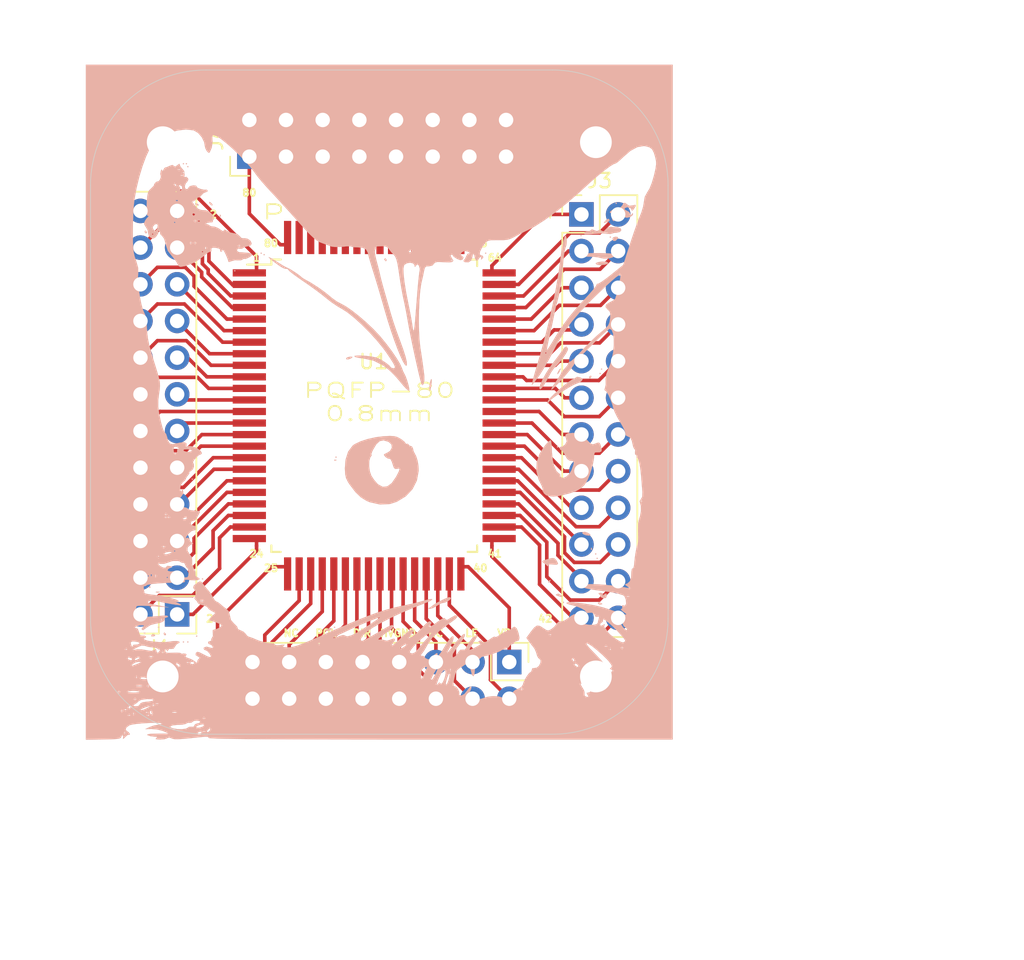
<source format=kicad_pcb>
(kicad_pcb (version 20171130) (host pcbnew "(5.1.2)-2")

  (general
    (thickness 1.6)
    (drawings 52)
    (tracks 340)
    (zones 0)
    (modules 10)
    (nets 81)
  )

  (page A4)
  (layers
    (0 F.Cu signal)
    (31 B.Cu signal)
    (32 B.Adhes user)
    (33 F.Adhes user)
    (34 B.Paste user)
    (35 F.Paste user)
    (36 B.SilkS user hide)
    (37 F.SilkS user)
    (38 B.Mask user)
    (39 F.Mask user)
    (40 Dwgs.User user)
    (41 Cmts.User user)
    (42 Eco1.User user)
    (43 Eco2.User user)
    (44 Edge.Cuts user)
    (45 Margin user)
    (46 B.CrtYd user)
    (47 F.CrtYd user)
    (48 B.Fab user)
    (49 F.Fab user)
  )

  (setup
    (last_trace_width 0.25)
    (user_trace_width 0.2)
    (user_trace_width 0.25)
    (user_trace_width 0.5)
    (trace_clearance 0.2)
    (zone_clearance 0.508)
    (zone_45_only no)
    (trace_min 0.2)
    (via_size 0.8)
    (via_drill 0.4)
    (via_min_size 0.4)
    (via_min_drill 0.3)
    (uvia_size 0.3)
    (uvia_drill 0.1)
    (uvias_allowed no)
    (uvia_min_size 0.2)
    (uvia_min_drill 0.1)
    (edge_width 0.05)
    (segment_width 0.2)
    (pcb_text_width 0.3)
    (pcb_text_size 1.5 1.5)
    (mod_edge_width 0.12)
    (mod_text_size 1 1)
    (mod_text_width 0.15)
    (pad_size 1.524 1.524)
    (pad_drill 0.762)
    (pad_to_mask_clearance 0.0508)
    (solder_mask_min_width 0.101)
    (aux_axis_origin 0 0)
    (visible_elements 7FFFFFFF)
    (pcbplotparams
      (layerselection 0x010fc_ffffffff)
      (usegerberextensions false)
      (usegerberattributes false)
      (usegerberadvancedattributes false)
      (creategerberjobfile false)
      (excludeedgelayer true)
      (linewidth 0.100000)
      (plotframeref false)
      (viasonmask false)
      (mode 1)
      (useauxorigin false)
      (hpglpennumber 1)
      (hpglpenspeed 20)
      (hpglpendiameter 15.000000)
      (psnegative false)
      (psa4output false)
      (plotreference true)
      (plotvalue true)
      (plotinvisibletext false)
      (padsonsilk false)
      (subtractmaskfromsilk false)
      (outputformat 1)
      (mirror false)
      (drillshape 0)
      (scaleselection 1)
      (outputdirectory "gerbers/"))
  )

  (net 0 "")
  (net 1 "Net-(J1-Pad24)")
  (net 2 "Net-(J1-Pad23)")
  (net 3 "Net-(J1-Pad22)")
  (net 4 "Net-(J1-Pad21)")
  (net 5 "Net-(J1-Pad20)")
  (net 6 "Net-(J1-Pad19)")
  (net 7 "Net-(J1-Pad18)")
  (net 8 "Net-(J1-Pad17)")
  (net 9 "Net-(J1-Pad16)")
  (net 10 "Net-(J1-Pad15)")
  (net 11 "Net-(J1-Pad14)")
  (net 12 "Net-(J1-Pad13)")
  (net 13 "Net-(J1-Pad12)")
  (net 14 "Net-(J1-Pad11)")
  (net 15 "Net-(J1-Pad10)")
  (net 16 "Net-(J1-Pad9)")
  (net 17 "Net-(J1-Pad8)")
  (net 18 "Net-(J1-Pad7)")
  (net 19 "Net-(J1-Pad6)")
  (net 20 "Net-(J1-Pad5)")
  (net 21 "Net-(J1-Pad4)")
  (net 22 "Net-(J1-Pad3)")
  (net 23 "Net-(J1-Pad2)")
  (net 24 "Net-(J1-Pad1)")
  (net 25 "Net-(J2-Pad16)")
  (net 26 "Net-(J2-Pad15)")
  (net 27 "Net-(J2-Pad14)")
  (net 28 "Net-(J2-Pad13)")
  (net 29 "Net-(J2-Pad12)")
  (net 30 "Net-(J2-Pad11)")
  (net 31 "Net-(J2-Pad10)")
  (net 32 "Net-(J2-Pad9)")
  (net 33 "Net-(J2-Pad8)")
  (net 34 "Net-(J2-Pad7)")
  (net 35 "Net-(J2-Pad6)")
  (net 36 "Net-(J2-Pad5)")
  (net 37 "Net-(J2-Pad4)")
  (net 38 "Net-(J2-Pad3)")
  (net 39 "Net-(J2-Pad2)")
  (net 40 "Net-(J2-Pad1)")
  (net 41 "Net-(J3-Pad24)")
  (net 42 "Net-(J3-Pad23)")
  (net 43 "Net-(J3-Pad22)")
  (net 44 "Net-(J3-Pad21)")
  (net 45 "Net-(J3-Pad20)")
  (net 46 "Net-(J3-Pad19)")
  (net 47 "Net-(J3-Pad18)")
  (net 48 "Net-(J3-Pad17)")
  (net 49 "Net-(J3-Pad16)")
  (net 50 "Net-(J3-Pad15)")
  (net 51 "Net-(J3-Pad14)")
  (net 52 "Net-(J3-Pad13)")
  (net 53 "Net-(J3-Pad12)")
  (net 54 "Net-(J3-Pad11)")
  (net 55 "Net-(J3-Pad10)")
  (net 56 "Net-(J3-Pad9)")
  (net 57 "Net-(J3-Pad8)")
  (net 58 "Net-(J3-Pad7)")
  (net 59 "Net-(J3-Pad6)")
  (net 60 "Net-(J3-Pad5)")
  (net 61 "Net-(J3-Pad4)")
  (net 62 "Net-(J3-Pad3)")
  (net 63 "Net-(J3-Pad2)")
  (net 64 "Net-(J3-Pad1)")
  (net 65 "Net-(J4-Pad16)")
  (net 66 "Net-(J4-Pad15)")
  (net 67 "Net-(J4-Pad14)")
  (net 68 "Net-(J4-Pad13)")
  (net 69 "Net-(J4-Pad12)")
  (net 70 "Net-(J4-Pad11)")
  (net 71 "Net-(J4-Pad10)")
  (net 72 "Net-(J4-Pad9)")
  (net 73 "Net-(J4-Pad8)")
  (net 74 "Net-(J4-Pad7)")
  (net 75 "Net-(J4-Pad6)")
  (net 76 "Net-(J4-Pad5)")
  (net 77 "Net-(J4-Pad4)")
  (net 78 "Net-(J4-Pad3)")
  (net 79 "Net-(J4-Pad2)")
  (net 80 "Net-(J4-Pad1)")

  (net_class Default "This is the default net class."
    (clearance 0.2)
    (trace_width 0.25)
    (via_dia 0.8)
    (via_drill 0.4)
    (uvia_dia 0.3)
    (uvia_drill 0.1)
    (add_net "Net-(J1-Pad1)")
    (add_net "Net-(J1-Pad10)")
    (add_net "Net-(J1-Pad11)")
    (add_net "Net-(J1-Pad12)")
    (add_net "Net-(J1-Pad13)")
    (add_net "Net-(J1-Pad14)")
    (add_net "Net-(J1-Pad15)")
    (add_net "Net-(J1-Pad16)")
    (add_net "Net-(J1-Pad17)")
    (add_net "Net-(J1-Pad18)")
    (add_net "Net-(J1-Pad19)")
    (add_net "Net-(J1-Pad2)")
    (add_net "Net-(J1-Pad20)")
    (add_net "Net-(J1-Pad21)")
    (add_net "Net-(J1-Pad22)")
    (add_net "Net-(J1-Pad23)")
    (add_net "Net-(J1-Pad24)")
    (add_net "Net-(J1-Pad3)")
    (add_net "Net-(J1-Pad4)")
    (add_net "Net-(J1-Pad5)")
    (add_net "Net-(J1-Pad6)")
    (add_net "Net-(J1-Pad7)")
    (add_net "Net-(J1-Pad8)")
    (add_net "Net-(J1-Pad9)")
    (add_net "Net-(J2-Pad1)")
    (add_net "Net-(J2-Pad10)")
    (add_net "Net-(J2-Pad11)")
    (add_net "Net-(J2-Pad12)")
    (add_net "Net-(J2-Pad13)")
    (add_net "Net-(J2-Pad14)")
    (add_net "Net-(J2-Pad15)")
    (add_net "Net-(J2-Pad16)")
    (add_net "Net-(J2-Pad2)")
    (add_net "Net-(J2-Pad3)")
    (add_net "Net-(J2-Pad4)")
    (add_net "Net-(J2-Pad5)")
    (add_net "Net-(J2-Pad6)")
    (add_net "Net-(J2-Pad7)")
    (add_net "Net-(J2-Pad8)")
    (add_net "Net-(J2-Pad9)")
    (add_net "Net-(J3-Pad1)")
    (add_net "Net-(J3-Pad10)")
    (add_net "Net-(J3-Pad11)")
    (add_net "Net-(J3-Pad12)")
    (add_net "Net-(J3-Pad13)")
    (add_net "Net-(J3-Pad14)")
    (add_net "Net-(J3-Pad15)")
    (add_net "Net-(J3-Pad16)")
    (add_net "Net-(J3-Pad17)")
    (add_net "Net-(J3-Pad18)")
    (add_net "Net-(J3-Pad19)")
    (add_net "Net-(J3-Pad2)")
    (add_net "Net-(J3-Pad20)")
    (add_net "Net-(J3-Pad21)")
    (add_net "Net-(J3-Pad22)")
    (add_net "Net-(J3-Pad23)")
    (add_net "Net-(J3-Pad24)")
    (add_net "Net-(J3-Pad3)")
    (add_net "Net-(J3-Pad4)")
    (add_net "Net-(J3-Pad5)")
    (add_net "Net-(J3-Pad6)")
    (add_net "Net-(J3-Pad7)")
    (add_net "Net-(J3-Pad8)")
    (add_net "Net-(J3-Pad9)")
    (add_net "Net-(J4-Pad1)")
    (add_net "Net-(J4-Pad10)")
    (add_net "Net-(J4-Pad11)")
    (add_net "Net-(J4-Pad12)")
    (add_net "Net-(J4-Pad13)")
    (add_net "Net-(J4-Pad14)")
    (add_net "Net-(J4-Pad15)")
    (add_net "Net-(J4-Pad16)")
    (add_net "Net-(J4-Pad2)")
    (add_net "Net-(J4-Pad3)")
    (add_net "Net-(J4-Pad4)")
    (add_net "Net-(J4-Pad5)")
    (add_net "Net-(J4-Pad6)")
    (add_net "Net-(J4-Pad7)")
    (add_net "Net-(J4-Pad8)")
    (add_net "Net-(J4-Pad9)")
  )

  (module Package_QFP:PQFP-80_14x20mm_P0.8mm (layer F.Cu) (tedit 5D5BB630) (tstamp 5D58FACB)
    (at 150.65 74.25)
    (descr "PQFP80 14x20 / QIP80E CASE 122BS (see ON Semiconductor 122BS.PDF)")
    (tags "QFP 0.8")
    (path /5D5AE391)
    (attr smd)
    (fp_text reference U1 (at -0.05 -3.05) (layer F.SilkS)
      (effects (font (size 1 1) (thickness 0.15)))
    )
    (fp_text value PQFP-80 (at 0 12.8) (layer F.Fab)
      (effects (font (size 1 1) (thickness 0.15)))
    )
    (fp_line (start -7.125 -9.775) (end -8.8 -9.775) (layer F.SilkS) (width 0.15))
    (fp_line (start 7.125 -10.125) (end 6.475 -10.125) (layer F.SilkS) (width 0.15))
    (fp_line (start 7.125 10.125) (end 6.475 10.125) (layer F.SilkS) (width 0.15))
    (fp_line (start -7.125 10.125) (end -6.475 10.125) (layer F.SilkS) (width 0.15))
    (fp_line (start -7.125 -10.125) (end -6.475 -10.125) (layer F.SilkS) (width 0.15))
    (fp_line (start -7.125 10.125) (end -7.125 9.675) (layer F.SilkS) (width 0.15))
    (fp_line (start 7.125 10.125) (end 7.125 9.675) (layer F.SilkS) (width 0.15))
    (fp_line (start 7.125 -10.125) (end 7.125 -9.675) (layer F.SilkS) (width 0.15))
    (fp_line (start -7.125 -10.125) (end -7.125 -9.775) (layer F.SilkS) (width 0.15))
    (fp_line (start -9.05 12.05) (end 9.05 12.05) (layer F.CrtYd) (width 0.05))
    (fp_line (start -9.05 -12.05) (end 9.05 -12.05) (layer F.CrtYd) (width 0.05))
    (fp_line (start 9.05 -12.05) (end 9.05 12.05) (layer F.CrtYd) (width 0.05))
    (fp_line (start -9.05 -12.05) (end -9.05 12.05) (layer F.CrtYd) (width 0.05))
    (fp_line (start -7 -9) (end -6 -10) (layer F.Fab) (width 0.15))
    (fp_line (start -7 10) (end -7 -9) (layer F.Fab) (width 0.15))
    (fp_line (start 7 10) (end -7 10) (layer F.Fab) (width 0.15))
    (fp_line (start 7 -10) (end 7 10) (layer F.Fab) (width 0.15))
    (fp_line (start -6 -10) (end 7 -10) (layer F.Fab) (width 0.15))
    (fp_text user %R (at 0 0) (layer F.Fab)
      (effects (font (size 1 1) (thickness 0.15)))
    )
    (pad 80 smd rect (at -6 -11.15 90) (size 2.3 0.5) (drill (offset 0.5 0)) (layers F.Cu F.Paste F.Mask)
      (net 80 "Net-(J4-Pad1)"))
    (pad 79 smd rect (at -5.2 -11.15 90) (size 2.3 0.5) (drill (offset 0.5 0)) (layers F.Cu F.Paste F.Mask)
      (net 79 "Net-(J4-Pad2)"))
    (pad 78 smd rect (at -4.4 -11.15 90) (size 2.3 0.5) (drill (offset 0.5 0)) (layers F.Cu F.Paste F.Mask)
      (net 78 "Net-(J4-Pad3)"))
    (pad 77 smd rect (at -3.6 -11.15 90) (size 2.3 0.5) (drill (offset 0.5 0)) (layers F.Cu F.Paste F.Mask)
      (net 77 "Net-(J4-Pad4)"))
    (pad 76 smd rect (at -2.8 -11.15 90) (size 2.3 0.5) (drill (offset 0.5 0)) (layers F.Cu F.Paste F.Mask)
      (net 76 "Net-(J4-Pad5)"))
    (pad 75 smd rect (at -2 -11.15 90) (size 2.3 0.5) (drill (offset 0.5 0)) (layers F.Cu F.Paste F.Mask)
      (net 75 "Net-(J4-Pad6)"))
    (pad 74 smd rect (at -1.2 -11.15 90) (size 2.3 0.5) (drill (offset 0.5 0)) (layers F.Cu F.Paste F.Mask)
      (net 74 "Net-(J4-Pad7)"))
    (pad 73 smd rect (at -0.4 -11.15 90) (size 2.3 0.5) (drill (offset 0.5 0)) (layers F.Cu F.Paste F.Mask)
      (net 73 "Net-(J4-Pad8)"))
    (pad 72 smd rect (at 0.4 -11.15 90) (size 2.3 0.5) (drill (offset 0.5 0)) (layers F.Cu F.Paste F.Mask)
      (net 72 "Net-(J4-Pad9)"))
    (pad 71 smd rect (at 1.2 -11.15 90) (size 2.3 0.5) (drill (offset 0.5 0)) (layers F.Cu F.Paste F.Mask)
      (net 71 "Net-(J4-Pad10)"))
    (pad 70 smd rect (at 2 -11.15 90) (size 2.3 0.5) (drill (offset 0.5 0)) (layers F.Cu F.Paste F.Mask)
      (net 70 "Net-(J4-Pad11)"))
    (pad 69 smd rect (at 2.8 -11.15 90) (size 2.3 0.5) (drill (offset 0.5 0)) (layers F.Cu F.Paste F.Mask)
      (net 69 "Net-(J4-Pad12)"))
    (pad 68 smd rect (at 3.6 -11.15 90) (size 2.3 0.5) (drill (offset 0.5 0)) (layers F.Cu F.Paste F.Mask)
      (net 68 "Net-(J4-Pad13)"))
    (pad 67 smd rect (at 4.4 -11.15 90) (size 2.3 0.5) (drill (offset 0.5 0)) (layers F.Cu F.Paste F.Mask)
      (net 67 "Net-(J4-Pad14)"))
    (pad 66 smd rect (at 5.2 -11.15 90) (size 2.3 0.5) (drill (offset 0.5 0)) (layers F.Cu F.Paste F.Mask)
      (net 66 "Net-(J4-Pad15)"))
    (pad 65 smd rect (at 6 -11.15 90) (size 2.3 0.5) (drill (offset 0.5 0)) (layers F.Cu F.Paste F.Mask)
      (net 65 "Net-(J4-Pad16)"))
    (pad 64 smd rect (at 8.15 -9.2) (size 2.3 0.5) (drill (offset 0.5 0)) (layers F.Cu F.Paste F.Mask)
      (net 64 "Net-(J3-Pad1)"))
    (pad 63 smd rect (at 8.15 -8.4) (size 2.3 0.5) (drill (offset 0.5 0)) (layers F.Cu F.Paste F.Mask)
      (net 63 "Net-(J3-Pad2)"))
    (pad 62 smd rect (at 8.15 -7.6) (size 2.3 0.5) (drill (offset 0.5 0)) (layers F.Cu F.Paste F.Mask)
      (net 62 "Net-(J3-Pad3)"))
    (pad 61 smd rect (at 8.15 -6.8) (size 2.3 0.5) (drill (offset 0.5 0)) (layers F.Cu F.Paste F.Mask)
      (net 61 "Net-(J3-Pad4)"))
    (pad 60 smd rect (at 8.15 -6) (size 2.3 0.5) (drill (offset 0.5 0)) (layers F.Cu F.Paste F.Mask)
      (net 60 "Net-(J3-Pad5)"))
    (pad 59 smd rect (at 8.15 -5.2) (size 2.3 0.5) (drill (offset 0.5 0)) (layers F.Cu F.Paste F.Mask)
      (net 59 "Net-(J3-Pad6)"))
    (pad 58 smd rect (at 8.15 -4.4) (size 2.3 0.5) (drill (offset 0.5 0)) (layers F.Cu F.Paste F.Mask)
      (net 58 "Net-(J3-Pad7)"))
    (pad 57 smd rect (at 8.15 -3.6) (size 2.3 0.5) (drill (offset 0.5 0)) (layers F.Cu F.Paste F.Mask)
      (net 57 "Net-(J3-Pad8)"))
    (pad 56 smd rect (at 8.15 -2.8) (size 2.3 0.5) (drill (offset 0.5 0)) (layers F.Cu F.Paste F.Mask)
      (net 56 "Net-(J3-Pad9)"))
    (pad 55 smd rect (at 8.15 -2) (size 2.3 0.5) (drill (offset 0.5 0)) (layers F.Cu F.Paste F.Mask)
      (net 55 "Net-(J3-Pad10)"))
    (pad 54 smd rect (at 8.15 -1.2) (size 2.3 0.5) (drill (offset 0.5 0)) (layers F.Cu F.Paste F.Mask)
      (net 54 "Net-(J3-Pad11)"))
    (pad 53 smd rect (at 8.15 -0.4) (size 2.3 0.5) (drill (offset 0.5 0)) (layers F.Cu F.Paste F.Mask)
      (net 53 "Net-(J3-Pad12)"))
    (pad 52 smd rect (at 8.15 0.4) (size 2.3 0.5) (drill (offset 0.5 0)) (layers F.Cu F.Paste F.Mask)
      (net 52 "Net-(J3-Pad13)"))
    (pad 51 smd rect (at 8.15 1.2) (size 2.3 0.5) (drill (offset 0.5 0)) (layers F.Cu F.Paste F.Mask)
      (net 51 "Net-(J3-Pad14)"))
    (pad 50 smd rect (at 8.15 2) (size 2.3 0.5) (drill (offset 0.5 0)) (layers F.Cu F.Paste F.Mask)
      (net 50 "Net-(J3-Pad15)"))
    (pad 49 smd rect (at 8.15 2.8) (size 2.3 0.5) (drill (offset 0.5 0)) (layers F.Cu F.Paste F.Mask)
      (net 49 "Net-(J3-Pad16)"))
    (pad 48 smd rect (at 8.15 3.6) (size 2.3 0.5) (drill (offset 0.5 0)) (layers F.Cu F.Paste F.Mask)
      (net 48 "Net-(J3-Pad17)"))
    (pad 47 smd rect (at 8.15 4.4) (size 2.3 0.5) (drill (offset 0.5 0)) (layers F.Cu F.Paste F.Mask)
      (net 47 "Net-(J3-Pad18)"))
    (pad 46 smd rect (at 8.15 5.2) (size 2.3 0.5) (drill (offset 0.5 0)) (layers F.Cu F.Paste F.Mask)
      (net 46 "Net-(J3-Pad19)"))
    (pad 45 smd rect (at 8.15 6) (size 2.3 0.5) (drill (offset 0.5 0)) (layers F.Cu F.Paste F.Mask)
      (net 45 "Net-(J3-Pad20)"))
    (pad 44 smd rect (at 8.15 6.8) (size 2.3 0.5) (drill (offset 0.5 0)) (layers F.Cu F.Paste F.Mask)
      (net 44 "Net-(J3-Pad21)"))
    (pad 43 smd rect (at 8.15 7.6) (size 2.3 0.5) (drill (offset 0.5 0)) (layers F.Cu F.Paste F.Mask)
      (net 43 "Net-(J3-Pad22)"))
    (pad 42 smd rect (at 8.15 8.4) (size 2.3 0.5) (drill (offset 0.5 0)) (layers F.Cu F.Paste F.Mask)
      (net 42 "Net-(J3-Pad23)"))
    (pad 41 smd rect (at 8.15 9.2) (size 2.3 0.5) (drill (offset 0.5 0)) (layers F.Cu F.Paste F.Mask)
      (net 41 "Net-(J3-Pad24)"))
    (pad 40 smd rect (at 6 11.15 90) (size 2.3 0.5) (drill (offset -0.5 0)) (layers F.Cu F.Paste F.Mask)
      (net 40 "Net-(J2-Pad1)"))
    (pad 39 smd rect (at 5.2 11.15 90) (size 2.3 0.5) (drill (offset -0.5 0)) (layers F.Cu F.Paste F.Mask)
      (net 39 "Net-(J2-Pad2)"))
    (pad 38 smd rect (at 4.4 11.15 90) (size 2.3 0.5) (drill (offset -0.5 0)) (layers F.Cu F.Paste F.Mask)
      (net 38 "Net-(J2-Pad3)"))
    (pad 37 smd rect (at 3.6 11.15 90) (size 2.3 0.5) (drill (offset -0.5 0)) (layers F.Cu F.Paste F.Mask)
      (net 37 "Net-(J2-Pad4)"))
    (pad 36 smd rect (at 2.8 11.15 90) (size 2.3 0.5) (drill (offset -0.5 0)) (layers F.Cu F.Paste F.Mask)
      (net 36 "Net-(J2-Pad5)"))
    (pad 35 smd rect (at 2 11.15 90) (size 2.3 0.5) (drill (offset -0.5 0)) (layers F.Cu F.Paste F.Mask)
      (net 35 "Net-(J2-Pad6)"))
    (pad 34 smd rect (at 1.2 11.15 90) (size 2.3 0.5) (drill (offset -0.5 0)) (layers F.Cu F.Paste F.Mask)
      (net 34 "Net-(J2-Pad7)"))
    (pad 33 smd rect (at 0.4 11.15 90) (size 2.3 0.5) (drill (offset -0.5 0)) (layers F.Cu F.Paste F.Mask)
      (net 33 "Net-(J2-Pad8)"))
    (pad 32 smd rect (at -0.4 11.15 90) (size 2.3 0.5) (drill (offset -0.5 0)) (layers F.Cu F.Paste F.Mask)
      (net 32 "Net-(J2-Pad9)"))
    (pad 31 smd rect (at -1.2 11.15 90) (size 2.3 0.5) (drill (offset -0.5 0)) (layers F.Cu F.Paste F.Mask)
      (net 31 "Net-(J2-Pad10)"))
    (pad 30 smd rect (at -2 11.15 90) (size 2.3 0.5) (drill (offset -0.5 0)) (layers F.Cu F.Paste F.Mask)
      (net 30 "Net-(J2-Pad11)"))
    (pad 29 smd rect (at -2.8 11.15 90) (size 2.3 0.5) (drill (offset -0.5 0)) (layers F.Cu F.Paste F.Mask)
      (net 29 "Net-(J2-Pad12)"))
    (pad 28 smd rect (at -3.6 11.15 90) (size 2.3 0.5) (drill (offset -0.5 0)) (layers F.Cu F.Paste F.Mask)
      (net 28 "Net-(J2-Pad13)"))
    (pad 27 smd rect (at -4.4 11.15 90) (size 2.3 0.5) (drill (offset -0.5 0)) (layers F.Cu F.Paste F.Mask)
      (net 27 "Net-(J2-Pad14)"))
    (pad 26 smd rect (at -5.2 11.15 90) (size 2.3 0.5) (drill (offset -0.5 0)) (layers F.Cu F.Paste F.Mask)
      (net 26 "Net-(J2-Pad15)"))
    (pad 25 smd rect (at -6 11.15 90) (size 2.3 0.5) (drill (offset -0.5 0)) (layers F.Cu F.Paste F.Mask)
      (net 25 "Net-(J2-Pad16)"))
    (pad 24 smd rect (at -8.15 9.2) (size 2.3 0.5) (drill (offset -0.5 0)) (layers F.Cu F.Paste F.Mask)
      (net 24 "Net-(J1-Pad1)"))
    (pad 23 smd rect (at -8.15 8.4) (size 2.3 0.5) (drill (offset -0.5 0)) (layers F.Cu F.Paste F.Mask)
      (net 23 "Net-(J1-Pad2)"))
    (pad 22 smd rect (at -8.15 7.6) (size 2.3 0.5) (drill (offset -0.5 0)) (layers F.Cu F.Paste F.Mask)
      (net 22 "Net-(J1-Pad3)"))
    (pad 21 smd rect (at -8.15 6.8) (size 2.3 0.5) (drill (offset -0.5 0)) (layers F.Cu F.Paste F.Mask)
      (net 21 "Net-(J1-Pad4)"))
    (pad 20 smd rect (at -8.15 6) (size 2.3 0.5) (drill (offset -0.5 0)) (layers F.Cu F.Paste F.Mask)
      (net 20 "Net-(J1-Pad5)"))
    (pad 19 smd rect (at -8.15 5.2) (size 2.3 0.5) (drill (offset -0.5 0)) (layers F.Cu F.Paste F.Mask)
      (net 19 "Net-(J1-Pad6)"))
    (pad 18 smd rect (at -8.15 4.4) (size 2.3 0.5) (drill (offset -0.5 0)) (layers F.Cu F.Paste F.Mask)
      (net 18 "Net-(J1-Pad7)"))
    (pad 17 smd rect (at -8.15 3.6) (size 2.3 0.5) (drill (offset -0.5 0)) (layers F.Cu F.Paste F.Mask)
      (net 17 "Net-(J1-Pad8)"))
    (pad 16 smd rect (at -8.15 2.8) (size 2.3 0.5) (drill (offset -0.5 0)) (layers F.Cu F.Paste F.Mask)
      (net 16 "Net-(J1-Pad9)"))
    (pad 15 smd rect (at -8.15 2) (size 2.3 0.5) (drill (offset -0.5 0)) (layers F.Cu F.Paste F.Mask)
      (net 15 "Net-(J1-Pad10)"))
    (pad 14 smd rect (at -8.15 1.2) (size 2.3 0.5) (drill (offset -0.5 0)) (layers F.Cu F.Paste F.Mask)
      (net 14 "Net-(J1-Pad11)"))
    (pad 13 smd rect (at -8.15 0.4) (size 2.3 0.5) (drill (offset -0.5 0)) (layers F.Cu F.Paste F.Mask)
      (net 13 "Net-(J1-Pad12)"))
    (pad 12 smd rect (at -8.15 -0.4) (size 2.3 0.5) (drill (offset -0.5 0)) (layers F.Cu F.Paste F.Mask)
      (net 12 "Net-(J1-Pad13)"))
    (pad 11 smd rect (at -8.15 -1.2) (size 2.3 0.5) (drill (offset -0.5 0)) (layers F.Cu F.Paste F.Mask)
      (net 11 "Net-(J1-Pad14)"))
    (pad 10 smd rect (at -8.15 -2) (size 2.3 0.5) (drill (offset -0.5 0)) (layers F.Cu F.Paste F.Mask)
      (net 10 "Net-(J1-Pad15)"))
    (pad 9 smd rect (at -8.15 -2.8) (size 2.3 0.5) (drill (offset -0.5 0)) (layers F.Cu F.Paste F.Mask)
      (net 9 "Net-(J1-Pad16)"))
    (pad 8 smd rect (at -8.15 -3.6) (size 2.3 0.5) (drill (offset -0.5 0)) (layers F.Cu F.Paste F.Mask)
      (net 8 "Net-(J1-Pad17)"))
    (pad 7 smd rect (at -8.15 -4.4) (size 2.3 0.5) (drill (offset -0.5 0)) (layers F.Cu F.Paste F.Mask)
      (net 7 "Net-(J1-Pad18)"))
    (pad 6 smd rect (at -8.15 -5.2) (size 2.3 0.5) (drill (offset -0.5 0)) (layers F.Cu F.Paste F.Mask)
      (net 6 "Net-(J1-Pad19)"))
    (pad 5 smd rect (at -8.15 -6) (size 2.3 0.5) (drill (offset -0.5 0)) (layers F.Cu F.Paste F.Mask)
      (net 5 "Net-(J1-Pad20)"))
    (pad 4 smd rect (at -8.15 -6.8) (size 2.3 0.5) (drill (offset -0.5 0)) (layers F.Cu F.Paste F.Mask)
      (net 4 "Net-(J1-Pad21)"))
    (pad 3 smd rect (at -8.15 -7.6) (size 2.3 0.5) (drill (offset -0.5 0)) (layers F.Cu F.Paste F.Mask)
      (net 3 "Net-(J1-Pad22)"))
    (pad 2 smd rect (at -8.15 -8.4) (size 2.3 0.5) (drill (offset -0.5 0)) (layers F.Cu F.Paste F.Mask)
      (net 2 "Net-(J1-Pad23)"))
    (pad 1 smd rect (at -8.15 -9.2) (size 2.3 0.5) (drill (offset -0.5 0)) (layers F.Cu F.Paste F.Mask)
      (net 1 "Net-(J1-Pad24)"))
    (model ${KISYS3DMOD}/Package_QFP.3dshapes/PQFP-80_14x20mm_P0.8mm.wrl
      (at (xyz 0 0 0))
      (scale (xyz 1 1 1))
      (rotate (xyz 0 0 0))
    )
  )

  (module IGG_64_breakout:wyatt_negative_big (layer B.Cu) (tedit 0) (tstamp 5D5922CC)
    (at 151 74 180)
    (fp_text reference G*** (at 0 0) (layer B.SilkS) hide
      (effects (font (size 1.524 1.524) (thickness 0.3)) (justify mirror))
    )
    (fp_text value LOGO (at 0.75 0) (layer B.SilkS) hide
      (effects (font (size 1.524 1.524) (thickness 0.3)) (justify mirror))
    )
    (fp_poly (pts (xy 13.6144 16.51) (xy 13.5636 16.4592) (xy 13.5128 16.51) (xy 13.5636 16.5608)
      (xy 13.6144 16.51)) (layer B.SilkS) (width 0.01))
    (fp_poly (pts (xy 13.4112 16.51) (xy 13.3604 16.4592) (xy 13.3096 16.51) (xy 13.3604 16.5608)
      (xy 13.4112 16.51)) (layer B.SilkS) (width 0.01))
    (fp_poly (pts (xy 13.3096 16.3068) (xy 13.2588 16.256) (xy 13.208 16.3068) (xy 13.2588 16.3576)
      (xy 13.3096 16.3068)) (layer B.SilkS) (width 0.01))
    (fp_poly (pts (xy -16.3576 13.7668) (xy -16.4084 13.716) (xy -16.4592 13.7668) (xy -16.4084 13.8176)
      (xy -16.3576 13.7668)) (layer B.SilkS) (width 0.01))
    (fp_poly (pts (xy 12.75008 13.714837) (xy 12.641412 13.630614) (xy 12.524958 13.61648) (xy 12.4968 13.65433)
      (xy 12.576495 13.719582) (xy 12.654476 13.754767) (xy 12.759356 13.761867) (xy 12.75008 13.714837)) (layer B.SilkS) (width 0.01))
    (fp_poly (pts (xy 11.763692 13.763514) (xy 11.662344 13.649672) (xy 11.572398 13.6144) (xy 11.545848 13.672766)
      (xy 11.603794 13.756553) (xy 11.727779 13.859265) (xy 11.770373 13.864913) (xy 11.763692 13.763514)) (layer B.SilkS) (width 0.01))
    (fp_poly (pts (xy 11.040533 12.970934) (xy 11.052692 12.850358) (xy 11.040533 12.835467) (xy 10.980132 12.849414)
      (xy 10.9728 12.9032) (xy 11.009973 12.986829) (xy 11.040533 12.970934)) (layer B.SilkS) (width 0.01))
    (fp_poly (pts (xy -16.883298 13.743008) (xy -16.842296 13.637855) (xy -16.70558 13.486707) (xy -16.503151 13.433931)
      (xy -16.295401 13.384014) (xy -16.105982 13.290602) (xy -15.982947 13.188324) (xy -15.974348 13.111809)
      (xy -16.031029 13.0937) (xy -16.230691 13.061485) (xy -16.256 13.0556) (xy -16.45404 13.018883)
      (xy -16.465197 13.0175) (xy -16.521954 12.941361) (xy -16.501854 12.89002) (xy -16.502063 12.813285)
      (xy -16.572058 12.824632) (xy -16.779392 12.83276) (xy -16.9164 12.799982) (xy -17.173575 12.775263)
      (xy -17.3482 12.811296) (xy -17.524408 12.925215) (xy -17.575245 13.026927) (xy -17.544271 13.087618)
      (xy -17.4752 13.0048) (xy -17.396138 12.907811) (xy -17.37552 12.994761) (xy -17.375156 13.018351)
      (xy -17.298652 13.1572) (xy -16.5608 13.1572) (xy -16.51 13.1064) (xy -16.4592 13.1572)
      (xy -16.51 13.208) (xy -16.5608 13.1572) (xy -17.298652 13.1572) (xy -17.288437 13.175739)
      (xy -17.1704 13.237439) (xy -16.993122 13.333472) (xy -16.9936 13.438836) (xy -17.159335 13.491503)
      (xy -17.2212 13.489503) (xy -17.4183 13.420885) (xy -17.4752 13.318822) (xy -17.505118 13.24591)
      (xy -17.608231 13.345352) (xy -17.624369 13.366382) (xy -17.757735 13.578836) (xy -17.736061 13.663671)
      (xy -17.557768 13.626462) (xy -17.551391 13.624054) (xy -17.306671 13.601219) (xy -17.191785 13.677369)
      (xy -17.008528 13.807506) (xy -16.883298 13.743008)) (layer B.SilkS) (width 0.01))
    (fp_poly (pts (xy -16.105173 12.768911) (xy -16.148404 12.608102) (xy -16.240453 12.530724) (xy -16.305568 12.596406)
      (xy -16.314074 12.766661) (xy -16.278935 12.819306) (xy -16.162305 12.86186) (xy -16.105173 12.768911)) (layer B.SilkS) (width 0.01))
    (fp_poly (pts (xy -15.752614 12.648055) (xy -15.6464 12.5476) (xy -15.559586 12.428902) (xy -15.55776 12.406986)
      (xy -15.675777 12.439448) (xy -15.7734 12.465236) (xy -15.92407 12.548927) (xy -15.9512 12.60585)
      (xy -15.8917 12.695549) (xy -15.752614 12.648055)) (layer B.SilkS) (width 0.01))
    (fp_poly (pts (xy 16.254835 11.808593) (xy 16.256 11.7856) (xy 16.177894 11.687905) (xy 16.148403 11.684)
      (xy 16.087724 11.746244) (xy 16.1036 11.7856) (xy 16.194898 11.882525) (xy 16.211196 11.8872)
      (xy 16.254835 11.808593)) (layer B.SilkS) (width 0.01))
    (fp_poly (pts (xy -15.837874 12.090906) (xy -15.701218 11.963704) (xy -15.565995 11.823632) (xy -15.507065 11.8364)
      (xy -15.3416 11.8364) (xy -15.2908 11.7856) (xy -15.24 11.8364) (xy -15.2908 11.8872)
      (xy -15.3416 11.8364) (xy -15.507065 11.8364) (xy -15.437625 11.851445) (xy -15.405949 11.875956)
      (xy -15.251901 11.940659) (xy -15.19208 11.891859) (xy -15.065449 11.841184) (xy -14.908491 11.901495)
      (xy -14.722734 11.964743) (xy -14.654093 11.907477) (xy -14.545643 11.836129) (xy -14.487714 11.846732)
      (xy -14.323546 11.819975) (xy -14.231349 11.743654) (xy -14.184108 11.660415) (xy -14.24526 11.622254)
      (xy -14.449325 11.621432) (xy -14.697671 11.639089) (xy -15.084451 11.670044) (xy -15.328428 11.685675)
      (xy -15.489364 11.686751) (xy -15.627017 11.674043) (xy -15.770731 11.652921) (xy -15.993639 11.641051)
      (xy -16.106031 11.669497) (xy -16.241485 11.714338) (xy -16.437517 11.731433) (xy -16.451195 11.7348)
      (xy -15.748 11.7348) (xy -15.6972 11.684) (xy -15.6464 11.7348) (xy -14.8336 11.7348)
      (xy -14.7828 11.684) (xy -14.732 11.7348) (xy -14.7828 11.7856) (xy -14.8336 11.7348)
      (xy -15.6464 11.7348) (xy -15.6972 11.7856) (xy -15.748 11.7348) (xy -16.451195 11.7348)
      (xy -16.665563 11.787568) (xy -16.760039 11.908017) (xy -16.711853 12.031648) (xy -16.511917 12.097328)
      (xy -16.49205 12.098174) (xy -16.211185 12.116096) (xy -16.026915 12.140055) (xy -15.837874 12.090906)) (layer B.SilkS) (width 0.01))
    (fp_poly (pts (xy -13.9192 11.5316) (xy -13.97 11.4808) (xy -14.0208 11.5316) (xy -13.97 11.5824)
      (xy -13.9192 11.5316)) (layer B.SilkS) (width 0.01))
    (fp_poly (pts (xy -15.9512 11.43) (xy -16.002 11.3792) (xy -16.0528 11.43) (xy -16.002 11.4808)
      (xy -15.9512 11.43)) (layer B.SilkS) (width 0.01))
    (fp_poly (pts (xy -16.193168 11.407557) (xy -16.1544 11.328082) (xy -16.211551 11.159916) (xy -16.35082 11.163994)
      (xy -16.4338 11.233176) (xy -16.54674 11.378412) (xy -16.49311 11.436792) (xy -16.3576 11.452865)
      (xy -16.193168 11.407557)) (layer B.SilkS) (width 0.01))
    (fp_poly (pts (xy 8.2296 10.3124) (xy 8.1788 10.2616) (xy 8.128 10.3124) (xy 8.1788 10.3632)
      (xy 8.2296 10.3124)) (layer B.SilkS) (width 0.01))
    (fp_poly (pts (xy -7.3152 10.3124) (xy -7.366 10.2616) (xy -7.4168 10.3124) (xy -7.366 10.3632)
      (xy -7.3152 10.3124)) (layer B.SilkS) (width 0.01))
    (fp_poly (pts (xy 8.0264 10.2108) (xy 7.9756 10.16) (xy 7.9248 10.2108) (xy 7.9756 10.2616)
      (xy 8.0264 10.2108)) (layer B.SilkS) (width 0.01))
    (fp_poly (pts (xy -14.578658 10.314129) (xy -14.323564 10.294017) (xy -14.224101 10.262402) (xy -14.224 10.261221)
      (xy -14.150205 10.206453) (xy -14.081877 10.220916) (xy -13.920167 10.213753) (xy -13.877375 10.174521)
      (xy -13.932819 10.117292) (xy -14.169161 10.08417) (xy -14.462211 10.077323) (xy -14.834114 10.065218)
      (xy -15.144941 10.029998) (xy -15.301713 9.988774) (xy -15.525922 9.941969) (xy -15.8321 9.944911)
      (xy -15.892459 9.952046) (xy -16.13647 10.016664) (xy -16.305467 10.113185) (xy -16.363643 10.208367)
      (xy -16.275187 10.268968) (xy -16.239067 10.27381) (xy -15.819588 10.302577) (xy -15.372484 10.318695)
      (xy -14.943569 10.32245) (xy -14.578658 10.314129)) (layer B.SilkS) (width 0.01))
    (fp_poly (pts (xy -0.339725 9.894557) (xy -0.3556 9.8552) (xy -0.446899 9.758276) (xy -0.463197 9.7536)
      (xy -0.506836 9.832208) (xy -0.508 9.8552) (xy -0.429895 9.952896) (xy -0.400404 9.9568)
      (xy -0.339725 9.894557)) (layer B.SilkS) (width 0.01))
    (fp_poly (pts (xy -15.4178 9.734042) (xy -15.153953 9.693638) (xy -15.001213 9.628991) (xy -14.986 9.6012)
      (xy -15.075343 9.513362) (xy -15.307695 9.48414) (xy -15.621 9.518753) (xy -15.819583 9.589178)
      (xy -15.841018 9.665563) (xy -15.708974 9.72283) (xy -15.447119 9.735904) (xy -15.4178 9.734042)) (layer B.SilkS) (width 0.01))
    (fp_poly (pts (xy 13.97297 16.419838) (xy 13.984764 16.408151) (xy 14.136539 16.305034) (xy 14.225843 16.360583)
      (xy 14.331116 16.426792) (xy 14.523961 16.360071) (xy 14.541279 16.350922) (xy 14.73499 16.263547)
      (xy 14.829633 16.246351) (xy 14.898995 16.187651) (xy 14.949492 16.085719) (xy 15.009891 15.975123)
      (xy 15.0368 16.0528) (xy 15.069223 16.117882) (xy 15.132984 16.002) (xy 15.165832 15.795089)
      (xy 15.134244 15.696912) (xy 15.125276 15.572948) (xy 15.189554 15.409019) (xy 15.283202 15.288837)
      (xy 15.351645 15.282132) (xy 15.442885 15.251916) (xy 15.523405 15.178953) (xy 15.604633 15.063116)
      (xy 15.59394 15.0368) (xy 15.619749 14.979763) (xy 15.761309 14.839387) (xy 15.796648 14.8082)
      (xy 15.930044 14.671318) (xy 16.014319 14.508348) (xy 16.065052 14.265668) (xy 16.097818 13.889658)
      (xy 16.106553 13.7414) (xy 16.122496 13.302036) (xy 16.108863 13.036173) (xy 16.063007 12.915906)
      (xy 16.026839 12.901645) (xy 15.959657 12.872023) (xy 16.01219 12.825445) (xy 16.146174 12.680677)
      (xy 16.236548 12.536805) (xy 16.29176 12.337277) (xy 16.19081 12.15362) (xy 16.166057 12.126319)
      (xy 16.037064 11.903496) (xy 16.013911 11.727264) (xy 15.956649 11.509957) (xy 15.837351 11.39513)
      (xy 15.666932 11.324131) (xy 15.525286 11.393899) (xy 15.437047 11.487894) (xy 15.346976 11.6332)
      (xy 15.6464 11.6332) (xy 15.6972 11.5824) (xy 15.748 11.6332) (xy 15.6972 11.684)
      (xy 15.6464 11.6332) (xy 15.346976 11.6332) (xy 15.318163 11.679682) (xy 15.308606 11.814413)
      (xy 15.307727 11.869191) (xy 15.248938 11.841925) (xy 15.169539 11.74222) (xy 15.181794 11.70834)
      (xy 15.155841 11.615403) (xy 15.048078 11.517905) (xy 14.902393 11.319423) (xy 14.800057 10.993037)
      (xy 14.789193 10.929221) (xy 14.647195 10.480473) (xy 14.385622 10.138743) (xy 14.164569 9.884722)
      (xy 14.007722 9.645063) (xy 13.977907 9.575314) (xy 13.900767 9.417647) (xy 13.766118 9.36836)
      (xy 13.511445 9.408704) (xy 13.462 9.420598) (xy 12.969284 9.60019) (xy 12.470357 9.876836)
      (xy 12.110868 10.155724) (xy 11.893568 10.334043) (xy 11.736122 10.414) (xy 12.192 10.414)
      (xy 12.2428 10.3632) (xy 12.2936 10.414) (xy 12.2428 10.4648) (xy 12.192 10.414)
      (xy 11.736122 10.414) (xy 11.727942 10.418154) (xy 11.686062 10.415275) (xy 11.625366 10.445617)
      (xy 11.628523 10.542119) (xy 11.620676 10.663763) (xy 11.606237 10.668) (xy 11.9888 10.668)
      (xy 12.025973 10.584372) (xy 12.056533 10.600267) (xy 12.068692 10.720843) (xy 12.056533 10.735734)
      (xy 11.996132 10.721787) (xy 11.9888 10.668) (xy 11.606237 10.668) (xy 11.498204 10.6997)
      (xy 11.319227 10.686213) (xy 11.104434 10.638672) (xy 11.022265 10.573827) (xy 11.026072 10.5624)
      (xy 11.00673 10.442013) (xy 10.974457 10.415025) (xy 10.888853 10.441566) (xy 10.868968 10.535004)
      (xy 10.831017 10.559664) (xy 10.735752 10.427615) (xy 10.649499 10.2616) (xy 10.527098 9.982121)
      (xy 10.457042 9.778932) (xy 10.44998 9.72385) (xy 10.389983 9.702628) (xy 10.252663 9.758383)
      (xy 9.992925 9.828253) (xy 9.8247 9.817786) (xy 9.59404 9.819082) (xy 9.479486 9.871893)
      (xy 9.367772 9.933917) (xy 9.3472 9.915832) (xy 9.269061 9.913216) (xy 9.076237 9.990869)
      (xy 9.027604 10.015251) (xy 8.834017 10.153727) (xy 8.8351 10.261707) (xy 9.023782 10.333003)
      (xy 9.392991 10.361427) (xy 9.4234 10.361645) (xy 9.709769 10.38276) (xy 9.83745 10.453959)
      (xy 9.8552 10.526471) (xy 9.796804 10.640586) (xy 9.685522 10.624629) (xy 9.510942 10.618806)
      (xy 9.451231 10.664066) (xy 9.31071 10.749806) (xy 9.112908 10.791267) (xy 9.025658 10.8204)
      (xy 9.652 10.8204) (xy 9.7028 10.7696) (xy 9.7536 10.8204) (xy 9.7028 10.8712)
      (xy 9.652 10.8204) (xy 9.025658 10.8204) (xy 8.891063 10.865341) (xy 8.8392 10.991386)
      (xy 8.854232 11.0236) (xy 12.7 11.0236) (xy 12.7508 10.9728) (xy 12.8016 11.0236)
      (xy 13.0048 11.0236) (xy 13.0556 10.9728) (xy 13.1064 11.0236) (xy 13.0556 11.0744)
      (xy 13.0048 11.0236) (xy 12.8016 11.0236) (xy 12.7508 11.0744) (xy 12.7 11.0236)
      (xy 8.854232 11.0236) (xy 8.925936 11.177254) (xy 9.126984 11.316119) (xy 9.353602 11.353243)
      (xy 9.404389 11.340007) (xy 9.558859 11.373653) (xy 9.654024 11.484584) (xy 9.84194 11.647501)
      (xy 10.014749 11.684) (xy 10.291954 11.740357) (xy 10.519174 11.848086) (xy 10.702745 11.944383)
      (xy 10.768114 11.90516) (xy 10.7696 11.883139) (xy 10.810454 11.818878) (xy 10.9474 11.910236)
      (xy 11.170202 12.05655) (xy 11.415732 12.153842) (xy 11.591679 12.165585) (xy 11.592184 12.165385)
      (xy 11.709725 12.201884) (xy 11.775742 12.247921) (xy 15.3416 12.247921) (xy 15.380791 11.98522)
      (xy 15.481586 11.860364) (xy 15.601425 11.892036) (xy 15.691523 12.057555) (xy 15.683305 12.140773)
      (xy 15.575331 12.282835) (xy 15.43797 12.340068) (xy 15.347921 12.288422) (xy 15.3416 12.247921)
      (xy 11.775742 12.247921) (xy 11.810904 12.272441) (xy 11.965663 12.344011) (xy 12.022099 12.295301)
      (xy 12.05421 12.268102) (xy 12.047462 12.31646) (xy 11.937975 12.411858) (xy 11.755119 12.442371)
      (xy 11.699787 12.446) (xy 14.1224 12.446) (xy 14.1732 12.3952) (xy 14.224 12.446)
      (xy 14.1732 12.4968) (xy 14.1224 12.446) (xy 11.699787 12.446) (xy 11.57607 12.454114)
      (xy 11.535555 12.483823) (xy 11.524375 12.564534) (xy 12.429066 12.564534) (xy 12.443013 12.504133)
      (xy 12.4968 12.4968) (xy 12.580428 12.533974) (xy 12.573341 12.5476) (xy 12.7 12.5476)
      (xy 12.7508 12.4968) (xy 12.8016 12.5476) (xy 12.7508 12.5984) (xy 12.7 12.5476)
      (xy 12.573341 12.5476) (xy 12.564533 12.564534) (xy 12.443957 12.576693) (xy 12.429066 12.564534)
      (xy 11.524375 12.564534) (xy 11.521146 12.587837) (xy 11.475647 12.655409) (xy 11.468291 12.7508)
      (xy 11.4808 12.7508) (xy 11.5316 12.7) (xy 11.5824 12.7508) (xy 14.0208 12.7508)
      (xy 14.0716 12.7) (xy 14.1224 12.7508) (xy 14.0716 12.8016) (xy 14.0208 12.7508)
      (xy 11.5824 12.7508) (xy 11.5316 12.8016) (xy 11.4808 12.7508) (xy 11.468291 12.7508)
      (xy 11.464042 12.805894) (xy 11.577279 12.998073) (xy 11.608601 13.02738) (xy 12.753534 13.02738)
      (xy 12.761265 12.987867) (xy 12.844589 12.904574) (xy 12.8524 12.9032) (xy 12.933518 12.97268)
      (xy 12.943534 12.987867) (xy 12.913264 13.062685) (xy 12.8524 13.072534) (xy 12.753534 13.02738)
      (xy 11.608601 13.02738) (xy 11.763869 13.172655) (xy 11.972322 13.27035) (xy 12.0142 13.275555)
      (xy 12.344711 13.308736) (xy 12.472933 13.3604) (xy 13.9192 13.3604) (xy 13.97 13.3096)
      (xy 14.0208 13.3604) (xy 13.97 13.4112) (xy 13.9192 13.3604) (xy 12.472933 13.3604)
      (xy 12.55795 13.394655) (xy 12.739473 13.573808) (xy 12.795679 13.645422) (xy 12.929817 13.828587)
      (xy 12.973913 13.905554) (xy 12.960866 13.898121) (xy 12.845484 13.914289) (xy 12.762982 13.986934)
      (xy 13.953066 13.986934) (xy 13.967013 13.926533) (xy 14.0208 13.9192) (xy 14.104428 13.956374)
      (xy 14.088533 13.986934) (xy 13.967957 13.999093) (xy 13.953066 13.986934) (xy 12.762982 13.986934)
      (xy 12.690767 14.050521) (xy 12.558887 14.179013) (xy 12.500292 14.178019) (xy 12.50018 14.175994)
      (xy 12.450213 14.17343) (xy 12.338638 14.302994) (xy 12.170723 14.471921) (xy 12.033838 14.5288)
      (xy 11.91611 14.5796) (xy 14.0208 14.5796) (xy 14.0716 14.5288) (xy 14.1224 14.5796)
      (xy 14.0716 14.6304) (xy 14.0208 14.5796) (xy 11.91611 14.5796) (xy 11.902371 14.585528)
      (xy 11.8872 14.630401) (xy 11.9435 14.712605) (xy 11.9634 14.710536) (xy 12.138512 14.708592)
      (xy 12.362668 14.757274) (xy 12.560136 14.832434) (xy 12.655184 14.909923) (xy 12.652288 14.930203)
      (xy 12.692656 14.994266) (xy 12.888097 15.008332) (xy 12.899353 15.007596) (xy 13.115121 14.955988)
      (xy 13.207736 14.861472) (xy 13.207798 14.859) (xy 13.288726 14.743647) (xy 13.346527 14.732)
      (xy 13.409866 14.778301) (xy 13.650805 14.778301) (xy 13.734759 14.647984) (xy 13.789729 14.6304)
      (xy 13.798997 14.681016) (xy 13.784614 14.697252) (xy 13.781765 14.819419) (xy 13.830921 14.900452)
      (xy 13.851168 14.941816) (xy 14.04571 14.941816) (xy 14.059607 14.9352) (xy 14.152326 15.006725)
      (xy 14.1732 15.0368) (xy 14.199089 15.131785) (xy 14.185192 15.1384) (xy 14.092473 15.066876)
      (xy 14.0716 15.0368) (xy 14.04571 14.941816) (xy 13.851168 14.941816) (xy 13.887881 15.016817)
      (xy 13.836036 15.0368) (xy 13.685923 14.962352) (xy 13.6652 14.9352) (xy 13.650805 14.778301)
      (xy 13.409866 14.778301) (xy 13.450524 14.808022) (xy 13.466045 14.978821) (xy 13.397601 15.158498)
      (xy 13.320195 15.233558) (xy 13.228783 15.391015) (xy 13.243277 15.490186) (xy 13.350891 15.59999)
      (xy 13.426486 15.586153) (xy 13.503295 15.58829) (xy 13.490531 15.6972) (xy 13.6144 15.6972)
      (xy 13.6652 15.6464) (xy 13.716 15.6972) (xy 13.6652 15.748) (xy 13.6144 15.6972)
      (xy 13.490531 15.6972) (xy 13.485563 15.73958) (xy 13.500557 15.9004) (xy 13.5128 15.9004)
      (xy 13.5636 15.8496) (xy 13.6144 15.9004) (xy 13.5636 15.9512) (xy 13.5128 15.9004)
      (xy 13.500557 15.9004) (xy 13.509635 15.997754) (xy 13.597123 16.1036) (xy 13.8176 16.1036)
      (xy 13.8684 16.0528) (xy 13.9192 16.1036) (xy 13.8684 16.1544) (xy 13.8176 16.1036)
      (xy 13.597123 16.1036) (xy 13.621959 16.133647) (xy 13.772551 16.312408) (xy 13.8176 16.438237)
      (xy 13.851689 16.509157) (xy 13.97297 16.419838)) (layer B.SilkS) (width 0.01))
    (fp_poly (pts (xy 10.0584 9.0932) (xy 10.0076 9.0424) (xy 9.9568 9.0932) (xy 10.0076 9.144)
      (xy 10.0584 9.0932)) (layer B.SilkS) (width 0.01))
    (fp_poly (pts (xy 2.205484 3.107779) (xy 2.286 3.048) (xy 2.278584 2.964233) (xy 2.149051 2.957587)
      (xy 1.963281 3.028061) (xy 1.9304 3.048) (xy 1.849156 3.122616) (xy 1.949541 3.147034)
      (xy 2.000603 3.148045) (xy 2.205484 3.107779)) (layer B.SilkS) (width 0.01))
    (fp_poly (pts (xy -15.3416 2.286) (xy -15.3924 2.2352) (xy -15.4432 2.286) (xy -15.3924 2.3368)
      (xy -15.3416 2.286)) (layer B.SilkS) (width 0.01))
    (fp_poly (pts (xy -12.473151 2.258917) (xy -12.3952 2.1336) (xy -12.329798 1.976514) (xy -12.337251 1.9304)
      (xy -12.41885 2.008284) (xy -12.4968 2.1336) (xy -12.562203 2.290687) (xy -12.55475 2.3368)
      (xy -12.473151 2.258917)) (layer B.SilkS) (width 0.01))
    (fp_poly (pts (xy -15.24 1.9812) (xy -15.2908 1.9304) (xy -15.3416 1.9812) (xy -15.2908 2.032)
      (xy -15.24 1.9812)) (layer B.SilkS) (width 0.01))
    (fp_poly (pts (xy -14.532935 1.755048) (xy -14.5288 1.7272) (xy -14.563465 1.628242) (xy -14.573604 1.6256)
      (xy -14.660347 1.696795) (xy -14.6812 1.7272) (xy -14.673145 1.820823) (xy -14.636397 1.8288)
      (xy -14.532935 1.755048)) (layer B.SilkS) (width 0.01))
    (fp_poly (pts (xy -12.83984 3.796033) (xy -12.675369 3.580758) (xy -12.514988 3.349212) (xy -12.283138 3.038449)
      (xy -12.092101 2.794) (xy -11.812661 2.413676) (xy -11.548662 2.000454) (xy -11.324373 1.599023)
      (xy -11.164063 1.254072) (xy -11.092 1.01029) (xy -11.092747 0.953745) (xy -11.144334 0.885366)
      (xy -11.256054 0.97811) (xy -11.337459 1.082801) (xy -11.521751 1.368664) (xy -11.707804 1.708598)
      (xy -11.741562 1.778) (xy -11.911647 2.084047) (xy -12.09627 2.340283) (xy -12.140176 2.3876)
      (xy -12.437998 2.706374) (xy -12.708762 3.041926) (xy -12.922675 3.351752) (xy -13.049943 3.593348)
      (xy -13.068362 3.711782) (xy -12.97071 3.845802) (xy -12.83984 3.796033)) (layer B.SilkS) (width 0.01))
    (fp_poly (pts (xy 7.566881 9.929437) (xy 7.29865 9.715975) (xy 7.2136 9.652) (xy 6.87977 9.412007)
      (xy 6.654585 9.278982) (xy 6.490923 9.229403) (xy 6.3754 9.233569) (xy 6.300154 9.17119)
      (xy 6.2992 9.157428) (xy 6.219655 9.070007) (xy 6.002733 8.895922) (xy 5.681001 8.659904)
      (xy 5.287025 8.386687) (xy 5.262359 8.370028) (xy 4.796642 8.047145) (xy 4.335057 7.711995)
      (xy 3.936609 7.408222) (xy 3.698898 7.2136) (xy 3.312024 6.911975) (xy 2.869234 6.615843)
      (xy 2.582888 6.4516) (xy 2.191917 6.200508) (xy 1.71847 5.820251) (xy 1.198839 5.346542)
      (xy 0.669317 4.815092) (xy 0.166197 4.261614) (xy -0.274229 3.721819) (xy -0.482181 3.435586)
      (xy -0.786768 2.984719) (xy -0.981049 2.673246) (xy -1.075874 2.477435) (xy -1.082094 2.37355)
      (xy -1.010561 2.337859) (xy -0.984537 2.3368) (xy -0.826838 2.381698) (xy -0.795867 2.417209)
      (xy -0.675441 2.552206) (xy -0.440968 2.732897) (xy -0.160059 2.913918) (xy 0.099677 3.049903)
      (xy 0.2032 3.087564) (xy 0.517012 3.151979) (xy 0.878425 3.198623) (xy 1.232643 3.224356)
      (xy 1.524869 3.226038) (xy 1.700306 3.200532) (xy 1.7272 3.174875) (xy 1.635055 3.113415)
      (xy 1.396208 3.058962) (xy 1.136888 3.029724) (xy 0.406193 2.876227) (xy -0.279477 2.52854)
      (xy -0.624339 2.263425) (xy -0.829122 2.079614) (xy -1.012441 1.897559) (xy -1.21642 1.671673)
      (xy -1.483186 1.35637) (xy -1.660984 1.1416) (xy -1.86413 0.920822) (xy -2.017195 0.801195)
      (xy -2.074095 0.798714) (xy -2.073248 0.935266) (xy -2.017973 1.190756) (xy -1.928891 1.49529)
      (xy -1.826622 1.778973) (xy -1.731787 1.971911) (xy -1.725236 1.9812) (xy -1.640407 2.151818)
      (xy -1.575521 2.3368) (xy -1.445825 2.628736) (xy -1.207152 3.030679) (xy -0.88728 3.502343)
      (xy -0.513987 4.003438) (xy -0.11505 4.493679) (xy 0.014197 4.642485) (xy 0.422882 5.072311)
      (xy 0.896221 5.518621) (xy 1.394081 5.948304) (xy 1.876333 6.328252) (xy 2.302845 6.625356)
      (xy 2.633487 6.806508) (xy 2.640854 6.80954) (xy 2.943167 6.972237) (xy 3.26652 7.203001)
      (xy 3.35597 7.279352) (xy 3.75053 7.601317) (xy 4.235521 7.948538) (xy 4.723565 8.260893)
      (xy 5.032129 8.432639) (xy 5.254855 8.557019) (xy 5.383928 8.651353) (xy 5.387021 8.65513)
      (xy 5.512518 8.765153) (xy 5.74051 8.928807) (xy 6.002534 9.100898) (xy 6.230127 9.236234)
      (xy 6.34726 9.288985) (xy 6.480491 9.350558) (xy 6.728521 9.49368) (xy 7.030919 9.68307)
      (xy 7.39623 9.911396) (xy 7.610665 10.027998) (xy 7.669218 10.033728) (xy 7.566881 9.929437)) (layer B.SilkS) (width 0.01))
    (fp_poly (pts (xy -3.56918 1.551883) (xy -3.519799 1.374326) (xy -3.480985 1.138082) (xy -3.465144 0.915156)
      (xy -3.477906 0.793084) (xy -3.517266 0.800487) (xy -3.567597 0.968419) (xy -3.59316 1.105995)
      (xy -3.626458 1.385107) (xy -3.627131 1.567984) (xy -3.616722 1.598746) (xy -3.56918 1.551883)) (layer B.SilkS) (width 0.01))
    (fp_poly (pts (xy -13.631334 1.714844) (xy -13.515457 1.626862) (xy -13.498376 1.6256) (xy -13.344049 1.559685)
      (xy -13.086618 1.385059) (xy -12.766957 1.136405) (xy -12.425938 0.848403) (xy -12.104434 0.555735)
      (xy -11.843318 0.293083) (xy -11.683461 0.095129) (xy -11.672383 0.0762) (xy -11.616608 -0.078901)
      (xy -11.668385 -0.078594) (xy -11.755152 0.04011) (xy -11.886317 0.172658) (xy -12.146291 0.372786)
      (xy -12.486542 0.608882) (xy -12.858533 0.849335) (xy -13.213729 1.062534) (xy -13.503596 1.216866)
      (xy -13.652541 1.275902) (xy -13.896016 1.378372) (xy -14.02823 1.482153) (xy -14.077843 1.602569)
      (xy -13.957837 1.692902) (xy -13.905398 1.713828) (xy -13.708847 1.752496) (xy -13.631334 1.714844)) (layer B.SilkS) (width 0.01))
    (fp_poly (pts (xy -12.2936 -3.0988) (xy -12.3444 -3.1496) (xy -12.3952 -3.0988) (xy -12.3444 -3.048)
      (xy -12.2936 -3.0988)) (layer B.SilkS) (width 0.01))
    (fp_poly (pts (xy 3.048 -3.81) (xy 2.9972 -3.8608) (xy 2.9464 -3.81) (xy 2.9972 -3.7592)
      (xy 3.048 -3.81)) (layer B.SilkS) (width 0.01))
    (fp_poly (pts (xy 3.115733 -3.996266) (xy 3.101786 -4.056667) (xy 3.048 -4.064) (xy 2.964371 -4.026826)
      (xy 2.980266 -3.996266) (xy 3.100842 -3.984107) (xy 3.115733 -3.996266)) (layer B.SilkS) (width 0.01))
    (fp_poly (pts (xy 13.0048 -5.334) (xy 12.954 -5.3848) (xy 12.9032 -5.334) (xy 12.954 -5.2832)
      (xy 13.0048 -5.334)) (layer B.SilkS) (width 0.01))
    (fp_poly (pts (xy -13.077647 -2.156844) (xy -12.905393 -2.237586) (xy -12.886694 -2.392338) (xy -12.92539 -2.497328)
      (xy -12.981309 -2.720091) (xy -12.883462 -2.911046) (xy -12.854942 -2.943591) (xy -12.691811 -3.074282)
      (xy -12.584822 -3.090408) (xy -12.509962 -3.122329) (xy -12.4968 -3.2004) (xy -12.538398 -3.314526)
      (xy -12.584219 -3.310764) (xy -12.673932 -3.360303) (xy -12.79849 -3.548241) (xy -12.853649 -3.660368)
      (xy -13.008114 -3.933307) (xy -13.172816 -4.050247) (xy -13.281078 -4.064) (xy -13.419519 -4.078257)
      (xy -13.475697 -4.1481) (xy -13.451248 -4.314132) (xy -13.347809 -4.616959) (xy -13.307694 -4.7244)
      (xy -13.154194 -4.979414) (xy -12.938044 -5.173214) (xy -12.722426 -5.256006) (xy -12.646545 -5.245439)
      (xy -12.535465 -5.149579) (xy -12.540577 -5.091363) (xy -12.514467 -4.982764) (xy -12.448628 -4.942666)
      (xy -12.267633 -4.774898) (xy -12.116484 -4.446488) (xy -12.008413 -3.999316) (xy -11.956649 -3.47526)
      (xy -11.954359 -3.3782) (xy -11.939811 -3.020719) (xy -11.909731 -2.758902) (xy -11.87026 -2.643262)
      (xy -11.864818 -2.6416) (xy -11.728006 -2.723151) (xy -11.530689 -2.937393) (xy -11.309814 -3.23871)
      (xy -11.102327 -3.581485) (xy -11.0998 -3.586161) (xy -10.901529 -4.1575) (xy -10.879172 -4.768789)
      (xy -11.032166 -5.359251) (xy -11.117842 -5.533472) (xy -11.249736 -5.796542) (xy -11.314407 -5.980877)
      (xy -11.311729 -6.028004) (xy -11.307346 -6.151682) (xy -11.404192 -6.318162) (xy -11.545897 -6.441983)
      (xy -11.596382 -6.45955) (xy -11.821279 -6.511504) (xy -11.8872 -6.530861) (xy -12.074893 -6.540293)
      (xy -12.368017 -6.50743) (xy -12.4968 -6.483506) (xy -13.13191 -6.333761) (xy -13.602284 -6.174892)
      (xy -13.945994 -5.985141) (xy -14.201111 -5.742749) (xy -14.405707 -5.425958) (xy -14.430468 -5.378394)
      (xy -14.565821 -5.056513) (xy -14.695982 -4.653916) (xy -14.803346 -4.23849) (xy -14.870303 -3.878117)
      (xy -14.879983 -3.645307) (xy -14.915491 -3.505479) (xy -14.971514 -3.483513) (xy -15.259635 -3.474122)
      (xy -15.387447 -3.406244) (xy -15.395969 -3.248921) (xy -15.380289 -3.175) (xy -15.304528 -2.907609)
      (xy -15.217571 -2.803717) (xy -15.070888 -2.82708) (xy -14.971652 -2.869824) (xy -14.788965 -2.929584)
      (xy -14.645761 -2.883102) (xy -14.46714 -2.702554) (xy -14.44188 -2.673041) (xy -14.077519 -2.330167)
      (xy -13.698647 -2.161758) (xy -13.426189 -2.1336) (xy -13.077647 -2.156844)) (layer B.SilkS) (width 0.01))
    (fp_poly (pts (xy 13.785724 -6.771228) (xy 13.7668 -6.8072) (xy 13.671071 -6.904228) (xy 13.653207 -6.9088)
      (xy 13.646275 -6.843171) (xy 13.6652 -6.8072) (xy 13.760928 -6.710171) (xy 13.778792 -6.7056)
      (xy 13.785724 -6.771228)) (layer B.SilkS) (width 0.01))
    (fp_poly (pts (xy -0.323147 -2.360669) (xy 0.239798 -2.429285) (xy 0.803525 -2.555113) (xy 1.310484 -2.720817)
      (xy 1.703119 -2.909062) (xy 1.848097 -3.014664) (xy 2.156854 -3.428908) (xy 2.335941 -3.988258)
      (xy 2.382154 -4.57549) (xy 2.364352 -4.976489) (xy 2.301246 -5.266683) (xy 2.166305 -5.537596)
      (xy 2.053545 -5.709085) (xy 1.658585 -6.228096) (xy 1.282742 -6.592298) (xy 0.882134 -6.840066)
      (xy 0.652069 -6.934702) (xy -0.053455 -7.091937) (xy -0.73308 -7.056791) (xy -1.2192 -6.901009)
      (xy -1.835479 -6.523621) (xy -2.301101 -6.027643) (xy -2.602072 -5.436435) (xy -2.724392 -4.773357)
      (xy -2.720194 -4.64121) (xy -1.407437 -4.64121) (xy -1.356704 -4.798244) (xy -1.206456 -5.093201)
      (xy -1.158235 -5.18226) (xy -0.864862 -5.60604) (xy -0.556048 -5.835088) (xy -0.239225 -5.866828)
      (xy 0.078178 -5.698687) (xy 0.147324 -5.634639) (xy 0.376642 -5.362663) (xy 0.558342 -5.080884)
      (xy 0.658525 -4.780672) (xy 0.704237 -4.421201) (xy 0.69367 -4.078517) (xy 0.625017 -3.828664)
      (xy 0.58928 -3.77952) (xy 0.520711 -3.677052) (xy 0.541089 -3.6576) (xy 0.54891 -3.579082)
      (xy 0.475428 -3.384625) (xy 0.447557 -3.3274) (xy 0.208357 -2.924897) (xy -0.025582 -2.704406)
      (xy -0.287579 -2.648437) (xy -0.610954 -2.739498) (xy -0.644181 -2.754296) (xy -0.839963 -2.929199)
      (xy -0.872829 -3.158315) (xy -0.745816 -3.378591) (xy -0.6096 -3.472785) (xy -0.41175 -3.573576)
      (xy -0.318105 -3.623996) (xy -0.34969 -3.703219) (xy -0.444326 -3.811639) (xy -0.60981 -3.916977)
      (xy -0.70568 -3.915012) (xy -0.788172 -3.964288) (xy -0.881085 -4.15932) (xy -0.914965 -4.269296)
      (xy -1.00237 -4.530221) (xy -1.098244 -4.63187) (xy -1.224507 -4.621115) (xy -1.362192 -4.59215)
      (xy -1.407437 -4.64121) (xy -2.720194 -4.64121) (xy -2.712795 -4.408351) (xy -2.650718 -4.052231)
      (xy -2.554822 -3.748373) (xy -2.496814 -3.637638) (xy -2.375144 -3.400304) (xy -2.3368 -3.228593)
      (xy -2.266513 -3.076648) (xy -2.1844 -3.048) (xy -2.049244 -2.989968) (xy -2.032 -2.940403)
      (xy -1.969757 -2.879724) (xy -1.9304 -2.8956) (xy -1.836571 -2.892269) (xy -1.8288 -2.859082)
      (xy -1.749844 -2.748601) (xy -1.552165 -2.591643) (xy -1.466147 -2.53564) (xy -1.248514 -2.419424)
      (xy -1.02766 -2.358481) (xy -0.736837 -2.342594) (xy -0.323147 -2.360669)) (layer B.SilkS) (width 0.01))
    (fp_poly (pts (xy -14.097898 -9.003506) (xy -14.059655 -9.075983) (xy -14.136953 -9.155144) (xy -14.311087 -9.221088)
      (xy -14.504233 -9.244244) (xy -14.623122 -9.216443) (xy -14.6304 -9.198374) (xy -14.55257 -9.119768)
      (xy -14.425101 -9.041276) (xy -14.23852 -8.984505) (xy -14.097898 -9.003506)) (layer B.SilkS) (width 0.01))
    (fp_poly (pts (xy -14.664267 -10.092266) (xy -14.652108 -10.212842) (xy -14.664267 -10.227733) (xy -14.724668 -10.213786)
      (xy -14.732 -10.16) (xy -14.694827 -10.076371) (xy -14.664267 -10.092266)) (layer B.SilkS) (width 0.01))
    (fp_poly (pts (xy -14.9352 -10.5156) (xy -14.986 -10.5664) (xy -15.0368 -10.5156) (xy -14.986 -10.4648)
      (xy -14.9352 -10.5156)) (layer B.SilkS) (width 0.01))
    (fp_poly (pts (xy -15.0368 -10.8204) (xy -15.0876 -10.8712) (xy -15.1384 -10.8204) (xy -15.0876 -10.7696)
      (xy -15.0368 -10.8204)) (layer B.SilkS) (width 0.01))
    (fp_poly (pts (xy -11.77778 -10.840646) (xy -11.639093 -10.880426) (xy -11.373094 -10.969153) (xy -11.280269 -11.036001)
      (xy -11.335135 -11.101816) (xy -11.354759 -11.113014) (xy -11.541515 -11.248258) (xy -11.606245 -11.319716)
      (xy -11.671933 -11.369137) (xy -11.682445 -11.309387) (xy -11.772126 -11.233001) (xy -12.0396 -11.246481)
      (xy -12.29914 -11.26262) (xy -12.380634 -11.186606) (xy -12.294156 -11.003116) (xy -12.244503 -10.934728)
      (xy -12.138022 -10.823985) (xy -12.005324 -10.794676) (xy -11.77778 -10.840646)) (layer B.SilkS) (width 0.01))
    (fp_poly (pts (xy 12.2936 -12.2428) (xy 12.2428 -12.2936) (xy 12.192 -12.2428) (xy 12.2428 -12.192)
      (xy 12.2936 -12.2428)) (layer B.SilkS) (width 0.01))
    (fp_poly (pts (xy -11.801299 -12.334698) (xy -11.692226 -12.436998) (xy -11.714601 -12.495811) (xy -11.728804 -12.4968)
      (xy -11.814739 -12.424635) (xy -11.846102 -12.379501) (xy -11.858077 -12.309977) (xy -11.801299 -12.334698)) (layer B.SilkS) (width 0.01))
    (fp_poly (pts (xy 15.917333 -12.733866) (xy 15.929492 -12.854442) (xy 15.917333 -12.869333) (xy 15.856932 -12.855386)
      (xy 15.8496 -12.8016) (xy 15.886773 -12.717971) (xy 15.917333 -12.733866)) (layer B.SilkS) (width 0.01))
    (fp_poly (pts (xy -12.5984 -12.8524) (xy -12.6492 -12.9032) (xy -12.7 -12.8524) (xy -12.6492 -12.8016)
      (xy -12.5984 -12.8524)) (layer B.SilkS) (width 0.01))
    (fp_poly (pts (xy 15.4686 -13.140712) (xy 15.481363 -13.177795) (xy 15.3416 -13.191957) (xy 15.197365 -13.175991)
      (xy 15.2146 -13.140712) (xy 15.42261 -13.127293) (xy 15.4686 -13.140712)) (layer B.SilkS) (width 0.01))
    (fp_poly (pts (xy -12.319001 -13.282605) (xy -12.219281 -13.341167) (xy -12.302229 -13.40167) (xy -12.351829 -13.421825)
      (xy -12.592705 -13.497819) (xy -12.664889 -13.468578) (xy -12.603413 -13.366439) (xy -12.424843 -13.271976)
      (xy -12.319001 -13.282605)) (layer B.SilkS) (width 0.01))
    (fp_poly (pts (xy -15.174644 -13.229876) (xy -15.217489 -13.293391) (xy -15.223278 -13.297115) (xy -15.324716 -13.41492)
      (xy -15.324878 -13.463234) (xy -15.382315 -13.537877) (xy -15.5194 -13.578238) (xy -15.697562 -13.561989)
      (xy -15.747936 -13.407988) (xy -15.748 -13.398122) (xy -15.728111 -13.250508) (xy -15.634147 -13.277535)
      (xy -15.576098 -13.322559) (xy -15.463242 -13.396808) (xy -15.480494 -13.335) (xy -15.475407 -13.235038)
      (xy -15.322197 -13.209555) (xy -15.174644 -13.229876)) (layer B.SilkS) (width 0.01))
    (fp_poly (pts (xy -12.7 -13.8684) (xy -12.7508 -13.9192) (xy -12.8016 -13.8684) (xy -12.7508 -13.8176)
      (xy -12.7 -13.8684)) (layer B.SilkS) (width 0.01))
    (fp_poly (pts (xy -15.1384 -13.922388) (xy -15.220741 -14.009713) (xy -15.2908 -14.0208) (xy -15.426356 -13.999062)
      (xy -15.4432 -13.98087) (xy -15.363754 -13.915357) (xy -15.2908 -13.882458) (xy -15.159975 -13.880346)
      (xy -15.1384 -13.922388)) (layer B.SilkS) (width 0.01))
    (fp_poly (pts (xy -4.679815 -13.559225) (xy -4.414934 -13.675378) (xy -4.114373 -13.826571) (xy -3.846012 -13.978117)
      (xy -3.677734 -14.09533) (xy -3.6576 -14.117565) (xy -3.526139 -14.218507) (xy -3.4544 -14.251544)
      (xy -3.383941 -14.297839) (xy -3.5052 -14.315319) (xy -3.728391 -14.258872) (xy -3.9624 -14.1224)
      (xy -4.177629 -13.98145) (xy -4.33856 -13.92146) (xy -4.33862 -13.921459) (xy -4.552217 -13.880296)
      (xy -4.754294 -13.786309) (xy -4.904479 -13.672325) (xy -4.962404 -13.571177) (xy -4.887698 -13.515694)
      (xy -4.841133 -13.5128) (xy -4.679815 -13.559225)) (layer B.SilkS) (width 0.01))
    (fp_poly (pts (xy 15.3416 -15.5956) (xy 15.2908 -15.6464) (xy 15.24 -15.5956) (xy 15.2908 -15.5448)
      (xy 15.3416 -15.5956)) (layer B.SilkS) (width 0.01))
    (fp_poly (pts (xy 3.1496 -15.5956) (xy 3.0988 -15.6464) (xy 3.048 -15.5956) (xy 3.0988 -15.5448)
      (xy 3.1496 -15.5956)) (layer B.SilkS) (width 0.01))
    (fp_poly (pts (xy 3.624718 -15.72806) (xy 3.6576 -15.748) (xy 3.738843 -15.822615) (xy 3.638458 -15.847033)
      (xy 3.587396 -15.848044) (xy 3.382515 -15.807778) (xy 3.302 -15.748) (xy 3.309415 -15.664232)
      (xy 3.438948 -15.657586) (xy 3.624718 -15.72806)) (layer B.SilkS) (width 0.01))
    (fp_poly (pts (xy 16.323733 -15.985066) (xy 16.309786 -16.045467) (xy 16.256 -16.0528) (xy 16.172371 -16.015626)
      (xy 16.188266 -15.985066) (xy 16.308842 -15.972907) (xy 16.323733 -15.985066)) (layer B.SilkS) (width 0.01))
    (fp_poly (pts (xy 14.934035 -16.029807) (xy 14.9352 -16.0528) (xy 14.857094 -16.150495) (xy 14.827603 -16.1544)
      (xy 14.766924 -16.092156) (xy 14.7828 -16.0528) (xy 14.874098 -15.955875) (xy 14.890396 -15.9512)
      (xy 14.934035 -16.029807)) (layer B.SilkS) (width 0.01))
    (fp_poly (pts (xy 15.763146 -16.128906) (xy 15.808527 -16.215309) (xy 15.67656 -16.230269) (xy 15.662756 -16.229296)
      (xy 15.520287 -16.184721) (xy 15.546009 -16.11255) (xy 15.691499 -16.077494) (xy 15.763146 -16.128906)) (layer B.SilkS) (width 0.01))
    (fp_poly (pts (xy 12.7 -16.2052) (xy 12.6492 -16.256) (xy 12.5984 -16.2052) (xy 12.6492 -16.1544)
      (xy 12.7 -16.2052)) (layer B.SilkS) (width 0.01))
    (fp_poly (pts (xy 13.6144 -16.6116) (xy 13.5636 -16.6624) (xy 13.5128 -16.6116) (xy 13.5636 -16.5608)
      (xy 13.6144 -16.6116)) (layer B.SilkS) (width 0.01))
    (fp_poly (pts (xy 13.3096 -16.6116) (xy 13.2588 -16.6624) (xy 13.208 -16.6116) (xy 13.2588 -16.5608)
      (xy 13.3096 -16.6116)) (layer B.SilkS) (width 0.01))
    (fp_poly (pts (xy 20.32 -23.377268) (xy 19.1008 -23.361496) (xy 18.56598 -23.349838) (xy 18.205756 -23.328759)
      (xy 17.991606 -23.294583) (xy 17.895006 -23.243638) (xy 17.8816 -23.204462) (xy 17.824811 -23.076537)
      (xy 17.783188 -23.0632) (xy 17.726473 -23.141224) (xy 17.740892 -23.241) (xy 17.752739 -23.334055)
      (xy 17.669815 -23.272705) (xy 17.597917 -23.19452) (xy 17.438847 -23.054852) (xy 17.335534 -23.033532)
      (xy 17.335412 -23.033653) (xy 17.275784 -23.022167) (xy 17.272 -22.989403) (xy 17.322565 -22.9108)
      (xy 17.5768 -22.9108) (xy 17.6276 -22.9616) (xy 17.6784 -22.9108) (xy 17.6276 -22.86)
      (xy 17.5768 -22.9108) (xy 17.322565 -22.9108) (xy 17.353257 -22.86309) (xy 17.4244 -22.823258)
      (xy 17.564719 -22.703132) (xy 17.527811 -22.547004) (xy 17.325595 -22.393125) (xy 17.284322 -22.37374)
      (xy 17.101355 -22.326415) (xy 16.804424 -22.284519) (xy 16.436832 -22.25004) (xy 16.041883 -22.224967)
      (xy 15.662883 -22.211287) (xy 15.343135 -22.210991) (xy 15.125944 -22.226065) (xy 15.054614 -22.258499)
      (xy 15.068238 -22.27198) (xy 15.268365 -22.340425) (xy 15.3924 -22.355026) (xy 15.628457 -22.401511)
      (xy 15.9004 -22.501683) (xy 16.2052 -22.6422) (xy 15.748 -22.638464) (xy 15.369545 -22.673755)
      (xy 15.005662 -22.765913) (xy 14.9352 -22.794187) (xy 14.5796 -22.953646) (xy 15.3924 -22.959178)
      (xy 15.809658 -22.970813) (xy 16.03338 -22.999628) (xy 16.072617 -23.04705) (xy 16.0528 -23.0632)
      (xy 15.842413 -23.136534) (xy 15.5956 -23.1648) (xy 15.404232 -23.180602) (xy 15.395404 -23.230789)
      (xy 15.4432 -23.2664) (xy 15.488182 -23.329499) (xy 15.360037 -23.360488) (xy 15.169796 -23.366444)
      (xy 14.890835 -23.3451) (xy 14.707451 -23.289821) (xy 14.68103 -23.266125) (xy 14.545207 -23.222547)
      (xy 14.410213 -23.27549) (xy 14.305229 -23.317753) (xy 14.16152 -23.341052) (xy 13.947978 -23.34427)
      (xy 13.633492 -23.32629) (xy 13.186952 -23.285997) (xy 12.57725 -23.222274) (xy 12.404626 -23.203528)
      (xy 12.04282 -23.17335) (xy 11.856 -23.183944) (xy 11.819694 -23.237288) (xy 11.826423 -23.250256)
      (xy 11.78726 -23.266612) (xy 11.64413 -23.281535) (xy 11.390253 -23.295076) (xy 11.01885 -23.307284)
      (xy 10.523141 -23.318209) (xy 9.896347 -23.327901) (xy 9.131688 -23.33641) (xy 8.222384 -23.343786)
      (xy 7.161656 -23.350077) (xy 5.942725 -23.355335) (xy 4.55881 -23.359608) (xy 3.003133 -23.362947)
      (xy 1.268913 -23.365401) (xy -0.650629 -23.36702) (xy -2.762271 -23.367855) (xy -4.210404 -23.368)
      (xy -20.32 -23.368) (xy -20.32 -22.863188) (xy 12.2936 -22.863188) (xy 12.37594 -22.950513)
      (xy 12.446 -22.9616) (xy 12.581555 -22.939862) (xy 12.5984 -22.92167) (xy 12.518953 -22.856157)
      (xy 12.446 -22.823258) (xy 12.315174 -22.821146) (xy 12.2936 -22.863188) (xy -20.32 -22.863188)
      (xy -20.32 -22.709591) (xy 11.707973 -22.709591) (xy 11.810496 -22.826884) (xy 11.905636 -22.86)
      (xy 11.941475 -22.8092) (xy 12.0904 -22.8092) (xy 12.1412 -22.86) (xy 12.192 -22.8092)
      (xy 12.1412 -22.7584) (xy 12.0904 -22.8092) (xy 11.941475 -22.8092) (xy 11.946591 -22.801949)
      (xy 11.885162 -22.705144) (xy 11.760925 -22.598637) (xy 11.710148 -22.596785) (xy 11.707973 -22.709591)
      (xy -20.32 -22.709591) (xy -20.32 -22.412107) (xy 12.147905 -22.412107) (xy 12.206552 -22.464744)
      (xy 12.385041 -22.53233) (xy 12.578299 -22.552716) (xy 12.694007 -22.519095) (xy 12.7 -22.501126)
      (xy 12.61565 -22.422024) (xy 12.428311 -22.348858) (xy 12.236548 -22.313374) (xy 12.155752 -22.325829)
      (xy 12.147905 -22.412107) (xy -20.32 -22.412107) (xy -20.32 -22.1488) (xy 12.3952 -22.1488)
      (xy 12.480294 -22.231348) (xy 12.5984 -22.2504) (xy 12.763167 -22.309917) (xy 12.8016 -22.393288)
      (xy 12.876658 -22.493677) (xy 12.993333 -22.486037) (xy 13.182764 -22.49345) (xy 13.253329 -22.546348)
      (xy 13.396794 -22.618063) (xy 13.668068 -22.651661) (xy 13.994778 -22.643909) (xy 14.299057 -22.593061)
      (xy 14.468568 -22.51702) (xy 14.458546 -22.441839) (xy 14.292183 -22.382236) (xy 13.992674 -22.35293)
      (xy 13.9192 -22.352) (xy 13.618708 -22.333658) (xy 13.411107 -22.286996) (xy 13.363142 -22.254837)
      (xy 13.230513 -22.197522) (xy 13.164223 -22.210963) (xy 13.001256 -22.197525) (xy 12.95828 -22.155726)
      (xy 12.827265 -22.075368) (xy 12.628521 -22.049668) (xy 12.45454 -22.079764) (xy 12.3952 -22.1488)
      (xy -20.32 -22.1488) (xy -20.32 -21.8948) (xy 12.0904 -21.8948) (xy 12.1412 -21.9456)
      (xy 12.192 -21.8948) (xy 12.1412 -21.844) (xy 12.0904 -21.8948) (xy -20.32 -21.8948)
      (xy -20.32 -21.6916) (xy 15.9512 -21.6916) (xy 16.002 -21.7424) (xy 16.0528 -21.6916)
      (xy 17.272 -21.6916) (xy 17.3228 -21.7424) (xy 17.3736 -21.6916) (xy 17.3228 -21.6408)
      (xy 17.272 -21.6916) (xy 16.0528 -21.6916) (xy 16.002 -21.6408) (xy 15.9512 -21.6916)
      (xy -20.32 -21.6916) (xy -20.32 -21.620345) (xy 15.655598 -21.620345) (xy 15.716603 -21.632778)
      (xy 15.82918 -21.59) (xy 16.9672 -21.59) (xy 17.018 -21.6408) (xy 17.0688 -21.59)
      (xy 17.018 -21.5392) (xy 16.9672 -21.59) (xy 15.82918 -21.59) (xy 15.874382 -21.572824)
      (xy 15.896061 -21.54622) (xy 15.888852 -21.4884) (xy 16.0528 -21.4884) (xy 16.1036 -21.5392)
      (xy 16.1544 -21.4884) (xy 16.1036 -21.4376) (xy 16.0528 -21.4884) (xy 15.888852 -21.4884)
      (xy 15.880042 -21.417749) (xy 15.845301 -21.3868) (xy 17.78 -21.3868) (xy 17.8308 -21.4376)
      (xy 17.8816 -21.3868) (xy 17.8308 -21.336) (xy 17.78 -21.3868) (xy 15.845301 -21.3868)
      (xy 15.835559 -21.378122) (xy 15.763636 -21.364486) (xy 15.783734 -21.413224) (xy 15.771617 -21.540483)
      (xy 15.723233 -21.573301) (xy 15.655598 -21.620345) (xy -20.32 -21.620345) (xy -20.32 -21.501133)
      (xy 14.006701 -21.501133) (xy 14.141649 -21.518723) (xy 14.1732 -21.519393) (xy 14.346714 -21.508411)
      (xy 14.361991 -21.476605) (xy 14.352933 -21.472556) (xy 14.151238 -21.452458) (xy 14.048133 -21.468792)
      (xy 14.006701 -21.501133) (xy -20.32 -21.501133) (xy -20.32 -20.963466) (xy 15.578666 -20.963466)
      (xy 15.592613 -21.023867) (xy 15.6464 -21.0312) (xy 15.66547 -21.022723) (xy 15.7988 -21.022723)
      (xy 16.0528 -21.175761) (xy 16.290084 -21.288871) (xy 16.4592 -21.32931) (xy 16.56051 -21.317191)
      (xy 16.496651 -21.268266) (xy 17.509066 -21.268266) (xy 17.523013 -21.328667) (xy 17.5768 -21.336)
      (xy 17.660428 -21.298826) (xy 17.644533 -21.268266) (xy 17.523957 -21.256107) (xy 17.509066 -21.268266)
      (xy 16.496651 -21.268266) (xy 16.479742 -21.255312) (xy 16.4592 -21.2436) (xy 16.24208 -21.150039)
      (xy 16.063503 -21.093443) (xy 17.205324 -21.093443) (xy 17.2212 -21.1328) (xy 17.312498 -21.229724)
      (xy 17.328796 -21.2344) (xy 17.372435 -21.155792) (xy 17.3736 -21.1328) (xy 17.295494 -21.035104)
      (xy 17.266003 -21.0312) (xy 17.205324 -21.093443) (xy 16.063503 -21.093443) (xy 16.0528 -21.090051)
      (xy 15.7988 -21.022723) (xy 15.66547 -21.022723) (xy 15.730028 -20.994026) (xy 15.714133 -20.963466)
      (xy 15.593557 -20.951307) (xy 15.578666 -20.963466) (xy -20.32 -20.963466) (xy -20.32 -20.8788)
      (xy 15.3416 -20.8788) (xy 15.3924 -20.9296) (xy 15.4432 -20.8788) (xy 15.3924 -20.828)
      (xy 15.3416 -20.8788) (xy -20.32 -20.8788) (xy -20.32 -20.619453) (xy 15.624448 -20.619453)
      (xy 15.683082 -20.678695) (xy 15.912602 -20.731744) (xy 16.134436 -20.752682) (xy 16.406279 -20.794209)
      (xy 16.550466 -20.869352) (xy 16.560273 -20.89675) (xy 16.645005 -21.017447) (xy 16.7386 -21.056675)
      (xy 16.920021 -21.067964) (xy 17.031146 -21.029976) (xy 17.017152 -20.970017) (xy 16.962195 -20.945316)
      (xy 16.777864 -20.825104) (xy 16.696772 -20.736388) (xy 16.489273 -20.616546) (xy 16.175991 -20.574)
      (xy 16.8656 -20.574) (xy 16.9164 -20.6248) (xy 16.9672 -20.574) (xy 16.9164 -20.5232)
      (xy 16.8656 -20.574) (xy 16.175991 -20.574) (xy 16.095759 -20.563104) (xy 16.05345 -20.561667)
      (xy 15.745103 -20.573838) (xy 15.624448 -20.619453) (xy -20.32 -20.619453) (xy -20.32 -19.965062)
      (xy -14.616773 -19.965062) (xy -14.60394 -20.082042) (xy -14.46556 -20.1168) (xy -14.357748 -20.143522)
      (xy -14.415097 -20.25443) (xy -14.4272 -20.2692) (xy -14.498037 -20.389379) (xy -14.404698 -20.421458)
      (xy -14.388841 -20.4216) (xy -14.239252 -20.356952) (xy -14.211969 -20.2946) (xy -14.210486 -20.113075)
      (xy -14.213827 -20.085827) (xy -14.171654 -19.94936) (xy -14.110263 -19.845866) (xy -9.922934 -19.845866)
      (xy -9.908987 -19.906267) (xy -9.8552 -19.9136) (xy -9.771572 -19.876426) (xy -9.787467 -19.845866)
      (xy -9.908043 -19.833707) (xy -9.922934 -19.845866) (xy -14.110263 -19.845866) (xy -14.073458 -19.78382)
      (xy -13.93983 -19.557264) (xy -13.952005 -19.470169) (xy -14.108589 -19.524817) (xy -14.1986 -19.578711)
      (xy -14.477606 -19.789113) (xy -14.616773 -19.965062) (xy -20.32 -19.965062) (xy -20.32 -19.450418)
      (xy -15.238445 -19.450418) (xy -15.19145 -19.455755) (xy -15.146572 -19.4056) (xy -14.732 -19.4056)
      (xy -14.694827 -19.489228) (xy -14.664267 -19.473333) (xy -14.652108 -19.352757) (xy -14.664267 -19.337866)
      (xy -14.724668 -19.351813) (xy -14.732 -19.4056) (xy -15.146572 -19.4056) (xy -15.095907 -19.348978)
      (xy -15.002782 -19.180834) (xy -14.999832 -19.103902) (xy -15.080258 -19.131944) (xy -15.178053 -19.266819)
      (xy -15.236492 -19.426148) (xy -15.238445 -19.450418) (xy -20.32 -19.450418) (xy -20.32 -18.961893)
      (xy -15.638796 -18.961893) (xy -15.563618 -18.9992) (xy -15.473977 -18.915503) (xy -15.349972 -18.706177)
      (xy -15.307766 -18.6182) (xy -15.14915 -18.269019) (xy -13.79434 -18.269019) (xy -13.762598 -18.345516)
      (xy -13.67369 -18.327999) (xy -13.533944 -18.224181) (xy -13.5128 -18.167063) (xy -13.572452 -18.100518)
      (xy -13.693969 -18.141981) (xy -13.791191 -18.260251) (xy -13.79434 -18.269019) (xy -15.14915 -18.269019)
      (xy -15.134696 -18.2372) (xy -15.390043 -18.542) (xy -15.591541 -18.812569) (xy -15.638796 -18.961893)
      (xy -20.32 -18.961893) (xy -20.32 -18.5928) (xy -16.1544 -18.5928) (xy -16.106495 -18.694494)
      (xy -15.982713 -18.639928) (xy -15.812954 -18.446336) (xy -15.757832 -18.3642) (xy -15.584947 -18.134714)
      (xy -15.370839 -17.887596) (xy -13.5128 -17.887596) (xy -13.480151 -17.979909) (xy -13.405229 -17.899376)
      (xy -13.372434 -17.825523) (xy -13.365334 -17.720643) (xy -13.412364 -17.729919) (xy -13.50919 -17.86)
      (xy -13.5128 -17.887596) (xy -15.370839 -17.887596) (xy -15.31646 -17.824834) (xy -15.004298 -17.493894)
      (xy -14.936745 -17.425971) (xy -14.589768 -17.067097) (xy -14.387549 -16.825972) (xy -14.332835 -16.706916)
      (xy -14.42837 -16.714254) (xy -14.509681 -16.753767) (xy -14.765188 -16.924515) (xy -15.099119 -17.191888)
      (xy -15.451485 -17.503742) (xy -15.762296 -17.807937) (xy -15.905387 -17.966893) (xy -16.073221 -18.190758)
      (xy -16.110053 -18.320984) (xy -16.044084 -18.397137) (xy -15.964497 -18.473075) (xy -16.0274 -18.489644)
      (xy -16.145481 -18.555383) (xy -16.1544 -18.5928) (xy -20.32 -18.5928) (xy -20.32 -17.1196)
      (xy -16.0528 -17.1196) (xy -16.002 -17.1704) (xy -15.9512 -17.1196) (xy -16.002 -17.0688)
      (xy -16.0528 -17.1196) (xy -20.32 -17.1196) (xy -20.32 -17.018) (xy -16.8656 -17.018)
      (xy -16.8148 -17.0688) (xy -16.764 -17.018) (xy -16.8148 -16.9672) (xy -16.8656 -17.018)
      (xy -20.32 -17.018) (xy -20.32 -16.9164) (xy -15.748 -16.9164) (xy -15.6972 -16.9672)
      (xy -15.6464 -16.9164) (xy -15.6972 -16.8656) (xy -15.748 -16.9164) (xy -20.32 -16.9164)
      (xy -20.32 -16.541513) (xy -17.02992 -16.541513) (xy -16.941873 -16.635836) (xy -16.817095 -16.640615)
      (xy -16.613803 -16.544407) (xy -16.298058 -16.341064) (xy -16.025718 -16.131276) (xy -15.998567 -16.1036)
      (xy -11.8872 -16.1036) (xy -11.8364 -16.1544) (xy -11.7856 -16.1036) (xy -11.8364 -16.0528)
      (xy -11.8872 -16.1036) (xy -15.998567 -16.1036) (xy -15.831595 -15.933405) (xy -15.773115 -15.833064)
      (xy -15.687039 -15.677299) (xy -15.623681 -15.6464) (xy -15.568551 -15.570985) (xy -15.587056 -15.479629)
      (xy -15.611506 -15.370216) (xy -15.520396 -15.421422) (xy -15.505372 -15.433762) (xy -15.35339 -15.497191)
      (xy -15.293406 -15.447415) (xy -15.312495 -15.327107) (xy -15.385377 -15.279436) (xy -15.493443 -15.183881)
      (xy -15.487421 -15.127753) (xy -15.500366 -15.041801) (xy -15.529274 -15.0368) (xy -15.663885 -15.103618)
      (xy -15.88637 -15.279393) (xy -16.159809 -15.527108) (xy -16.447284 -15.809744) (xy -16.711876 -16.090283)
      (xy -16.916669 -16.331706) (xy -17.024743 -16.496994) (xy -17.02992 -16.541513) (xy -20.32 -16.541513)
      (xy -20.32 -15.760558) (xy -17.1704 -15.760558) (xy -17.120553 -15.804956) (xy -17.003097 -15.729153)
      (xy -16.86616 -15.579966) (xy -16.75787 -15.404211) (xy -16.732805 -15.334879) (xy -16.728006 -15.201491)
      (xy -16.773476 -15.195055) (xy -16.859786 -15.336662) (xy -16.8656 -15.387526) (xy -16.947442 -15.538964)
      (xy -17.018 -15.581541) (xy -17.152811 -15.697763) (xy -17.1704 -15.760558) (xy -20.32 -15.760558)
      (xy -20.32 -15.015704) (xy -16.438924 -15.015704) (xy -16.4084 -15.033688) (xy -16.241433 -14.983101)
      (xy -16.1544 -14.9352) (xy -16.073077 -14.854695) (xy -16.1036 -14.836711) (xy -16.270568 -14.887298)
      (xy -16.3576 -14.9352) (xy -16.438924 -15.015704) (xy -20.32 -15.015704) (xy -20.32 -13.462)
      (xy -17.272 -13.462) (xy -17.2212 -13.5128) (xy -17.1704 -13.462) (xy -17.2212 -13.4112)
      (xy -17.272 -13.462) (xy -20.32 -13.462) (xy -20.32 -6.858) (xy -18.1864 -6.858)
      (xy -18.1356 -6.9088) (xy -18.0848 -6.858) (xy -18.1356 -6.8072) (xy -18.1864 -6.858)
      (xy -20.32 -6.858) (xy -20.32 16.45882) (xy -19.17192 16.45882) (xy -19.130027 16.15523)
      (xy -19.033088 15.731663) (xy -19.013336 15.65313) (xy -18.874962 15.186077) (xy -18.723928 14.806304)
      (xy -18.58229 14.568731) (xy -18.574301 14.559909) (xy -18.383498 14.213518) (xy -18.331037 13.892779)
      (xy -18.273764 13.540452) (xy -18.152574 13.136195) (xy -18.078603 12.954) (xy -17.963603 12.672849)
      (xy -17.805957 12.248249) (xy -17.62371 11.73068) (xy -17.434911 11.170617) (xy -17.370268 10.9728)
      (xy -16.893143 9.4996) (xy -16.048766 8.818809) (xy -15.696106 8.54527) (xy -15.398641 8.334653)
      (xy -15.192457 8.211286) (xy -15.118078 8.191361) (xy -15.055311 8.17676) (xy -15.059683 8.148736)
      (xy -15.006247 8.038037) (xy -14.83977 7.819759) (xy -14.589859 7.531036) (xy -14.425793 7.353784)
      (xy -13.718164 6.581179) (xy -13.13849 5.888247) (xy -12.652933 5.231723) (xy -12.227656 4.568342)
      (xy -12.167205 4.465968) (xy -11.945999 4.096029) (xy -11.763515 3.806809) (xy -11.642493 3.633402)
      (xy -11.606055 3.600079) (xy -11.612114 3.707669) (xy -11.658109 3.965031) (xy -11.735128 4.324695)
      (xy -11.772113 4.484405) (xy -11.884368 4.974325) (xy -11.994612 5.480189) (xy -12.081042 5.901649)
      (xy -12.089124 5.9436) (xy -12.16973 6.333219) (xy -12.25414 6.690548) (xy -12.303116 6.868139)
      (xy -12.430864 7.367915) (xy -12.545114 8.00791) (xy -12.649028 8.809033) (xy -12.745765 9.79219)
      (xy -12.746745 9.803457) (xy -12.790302 10.197829) (xy -12.842587 10.516302) (xy -12.893837 10.702236)
      (xy -12.904899 10.720847) (xy -12.961458 10.885216) (xy -12.981069 11.135776) (xy -12.963944 11.380194)
      (xy -12.910299 11.526141) (xy -12.903018 11.531713) (xy -12.843419 11.467968) (xy -12.769688 11.241523)
      (xy -12.690515 10.891593) (xy -12.614591 10.45739) (xy -12.550609 9.978131) (xy -12.542708 9.906)
      (xy -12.41835 8.966601) (xy -12.233701 7.88703) (xy -11.999609 6.717457) (xy -11.726924 5.508052)
      (xy -11.426494 4.308982) (xy -11.109167 3.170419) (xy -11.026789 2.8956) (xy -10.883582 2.416839)
      (xy -10.757937 1.981141) (xy -10.665011 1.642003) (xy -10.623799 1.4732) (xy -10.56118 1.1684)
      (xy -10.771159 1.4224) (xy -11.120057 1.896951) (xy -11.500633 2.504641) (xy -11.877132 3.186925)
      (xy -11.986468 3.4036) (xy -11.5824 3.4036) (xy -11.5316 3.3528) (xy -11.4808 3.4036)
      (xy -11.5316 3.4544) (xy -11.5824 3.4036) (xy -11.986468 3.4036) (xy -12.012103 3.4544)
      (xy -12.420316 4.227889) (xy -12.858454 4.931661) (xy -13.358733 5.608201) (xy -13.95337 6.299995)
      (xy -14.67458 7.049529) (xy -14.92666 7.298073) (xy -15.550533 7.897948) (xy -16.042311 8.350756)
      (xy -16.400891 8.655551) (xy -16.625172 8.811387) (xy -16.708586 8.826882) (xy -16.706417 8.716247)
      (xy -16.664486 8.466507) (xy -16.595767 8.134795) (xy -16.513236 7.778241) (xy -16.429869 7.453977)
      (xy -16.358642 7.219136) (xy -16.326254 7.143477) (xy -16.192517 7.032697) (xy -15.96084 6.912817)
      (xy -15.95338 6.909703) (xy -15.708402 6.757207) (xy -15.665451 6.587296) (xy -15.824853 6.401529)
      (xy -15.843852 6.387793) (xy -15.964077 6.264139) (xy -16.005298 6.080115) (xy -15.983608 5.770855)
      (xy -15.937758 5.506642) (xy -15.850025 5.307639) (xy -15.680506 5.115485) (xy -15.389296 4.871823)
      (xy -15.345022 4.836935) (xy -15.018561 4.55655) (xy -14.623288 4.181867) (xy -14.221898 3.773493)
      (xy -14.026481 3.562302) (xy -13.71972 3.235612) (xy -13.457668 2.981744) (xy -13.271574 2.829423)
      (xy -13.197616 2.800418) (xy -13.116764 2.774634) (xy -13.1064 2.716107) (xy -13.037472 2.555243)
      (xy -12.86979 2.353465) (xy -12.8524 2.3368) (xy -12.680554 2.153171) (xy -12.599369 2.022748)
      (xy -12.5984 2.014525) (xy -12.543179 1.893735) (xy -12.399525 1.663484) (xy -12.230175 1.418328)
      (xy -12.045573 1.144565) (xy -11.930712 0.940883) (xy -11.909733 0.858002) (xy -11.993475 0.906071)
      (xy -12.174498 1.075704) (xy -12.421012 1.331523) (xy -12.701229 1.638146) (xy -12.98336 1.960194)
      (xy -13.235617 2.262288) (xy -13.426211 2.509046) (xy -13.512281 2.6416) (xy -13.62755 2.798126)
      (xy -13.85083 3.052349) (xy -14.152356 3.374583) (xy -14.502363 3.735143) (xy -14.871086 4.104343)
      (xy -15.228761 4.452498) (xy -15.545622 4.749921) (xy -15.791903 4.966927) (xy -15.937841 5.073831)
      (xy -15.957198 5.08) (xy -16.099976 4.988107) (xy -16.194296 4.739153) (xy -16.240916 4.373227)
      (xy -16.240593 3.930418) (xy -16.194085 3.450814) (xy -16.102151 2.974505) (xy -15.965548 2.541579)
      (xy -15.906647 2.4063) (xy -15.718499 1.928608) (xy -15.667369 1.564515) (xy -15.674488 1.4919)
      (xy -15.681548 1.207235) (xy -15.630661 0.9906) (xy -15.591943 0.840808) (xy -15.638072 0.8128)
      (xy -15.737221 0.724713) (xy -15.870278 0.496879) (xy -16.011963 0.183943) (xy -16.136998 -0.159452)
      (xy -16.208016 -0.41922) (xy -16.300159 -0.675986) (xy -16.470653 -1.025256) (xy -16.682835 -1.392018)
      (xy -16.68582 -1.396751) (xy -16.874821 -1.724787) (xy -17.000103 -1.999074) (xy -17.037684 -2.166029)
      (xy -17.034968 -2.176819) (xy -17.07326 -2.311037) (xy -17.21898 -2.377964) (xy -17.392848 -2.474092)
      (xy -17.493559 -2.688736) (xy -17.525947 -2.84448) (xy -17.587181 -3.098456) (xy -17.656978 -3.240399)
      (xy -17.677819 -3.2512) (xy -17.722972 -3.332339) (xy -17.707839 -3.4544) (xy -17.711708 -3.619706)
      (xy -17.774147 -3.6576) (xy -17.845826 -3.719142) (xy -17.830801 -3.7592) (xy -17.831418 -3.853145)
      (xy -17.862619 -3.8608) (xy -17.940369 -3.957313) (xy -18.016246 -4.226593) (xy -18.084173 -4.638251)
      (xy -18.138074 -5.161896) (xy -18.147039 -5.2832) (xy -18.177331 -5.683497) (xy -18.210594 -6.068424)
      (xy -18.225473 -6.219989) (xy -18.214592 -6.545451) (xy -18.125357 -6.714101) (xy -18.035211 -6.858267)
      (xy -18.04576 -6.927827) (xy -18.1195 -7.185323) (xy -18.122438 -7.541501) (xy -18.056919 -7.905461)
      (xy -18.017611 -8.019441) (xy -17.926542 -8.428385) (xy -17.917206 -8.979994) (xy -17.920471 -9.034301)
      (xy -17.931467 -9.401878) (xy -17.916672 -9.700991) (xy -17.883681 -9.854059) (xy -17.821702 -10.051215)
      (xy -17.755131 -10.385854) (xy -17.694762 -10.792842) (xy -17.651391 -11.207046) (xy -17.645161 -11.293298)
      (xy -17.608494 -11.474278) (xy -17.5514 -11.515901) (xy -17.491238 -11.565566) (xy -17.4625 -11.728803)
      (xy -17.448433 -12.004038) (xy -17.43952 -12.1666) (xy -17.349938 -12.411678) (xy -17.159687 -12.575822)
      (xy -17.050658 -12.602) (xy -17.02831 -12.647039) (xy -17.156316 -12.75149) (xy -17.1704 -12.760197)
      (xy -17.4244 -12.914794) (xy -17.138222 -12.85456) (xy -16.67572 -12.772358) (xy -16.155587 -12.704315)
      (xy -15.615239 -12.652308) (xy -15.092092 -12.618212) (xy -14.62356 -12.603904) (xy -14.247058 -12.611259)
      (xy -14.000002 -12.642154) (xy -13.9192 -12.693153) (xy -14.018605 -12.795795) (xy -14.317579 -12.89621)
      (xy -14.817262 -12.994668) (xy -15.518794 -13.091442) (xy -15.667825 -13.108843) (xy -16.0615 -13.161406)
      (xy -16.382446 -13.218305) (xy -16.571936 -13.268796) (xy -16.58927 -13.277415) (xy -16.804696 -13.352355)
      (xy -16.861167 -13.357714) (xy -16.983507 -13.45023) (xy -17.074372 -13.678658) (xy -17.077287 -13.692317)
      (xy -17.094428 -13.967399) (xy -17.016847 -14.100955) (xy -16.866764 -14.072319) (xy -16.80903 -14.088672)
      (xy -16.826834 -14.167923) (xy -16.817374 -14.303427) (xy -16.749471 -14.326269) (xy -16.731864 -14.373135)
      (xy -16.858842 -14.488861) (xy -16.9164 -14.5288) (xy -17.095405 -14.663526) (xy -17.102865 -14.718317)
      (xy -16.935051 -14.692683) (xy -16.588232 -14.586135) (xy -16.135717 -14.42641) (xy -15.514094 -14.222387)
      (xy -14.887493 -14.069468) (xy -14.18644 -13.953153) (xy -13.480343 -13.872259) (xy -13.142503 -13.858414)
      (xy -12.971243 -13.888954) (xy -12.976907 -13.948873) (xy -13.169835 -14.023164) (xy -13.349051 -14.062767)
      (xy -13.685591 -14.153404) (xy -13.998862 -14.282854) (xy -14.231343 -14.422588) (xy -14.325514 -14.544077)
      (xy -14.3256 -14.547111) (xy -14.399807 -14.608685) (xy -14.478 -14.593658) (xy -14.706552 -14.574928)
      (xy -14.884846 -14.667962) (xy -14.935201 -14.790481) (xy -15.003814 -14.881666) (xy -15.105239 -14.863572)
      (xy -15.225062 -14.849773) (xy -15.206839 -14.97667) (xy -15.147296 -15.196916) (xy -15.138401 -15.282995)
      (xy -15.050857 -15.38212) (xy -14.82943 -15.428834) (xy -14.535922 -15.425469) (xy -14.232136 -15.374357)
      (xy -13.979876 -15.27783) (xy -13.9192 -15.236992) (xy -13.793882 -15.118434) (xy -13.811254 -15.086798)
      (xy -13.832724 -15.093189) (xy -14.011491 -15.111777) (xy -14.058485 -15.028338) (xy -13.975911 -14.893622)
      (xy -13.819273 -14.783664) (xy -13.624445 -14.695382) (xy -13.477103 -14.693399) (xy -13.302039 -14.794042)
      (xy -13.121758 -14.935075) (xy -12.834823 -15.125903) (xy -12.617611 -15.192549) (xy -12.572399 -15.184657)
      (xy -12.395652 -15.212141) (xy -12.297818 -15.33372) (xy -12.127631 -15.547486) (xy -11.929104 -15.712372)
      (xy -11.745025 -15.814263) (xy -11.600393 -15.805841) (xy -11.40083 -15.678405) (xy -11.377993 -15.661572)
      (xy -11.121439 -15.500384) (xy -10.925183 -15.476012) (xy -10.736372 -15.602259) (xy -10.504489 -15.889721)
      (xy -10.188577 -16.323665) (xy -10.39933 -16.620032) (xy -10.55611 -16.831206) (xy -10.663727 -16.959764)
      (xy -10.671852 -16.9672) (xy -10.766337 -17.112075) (xy -10.868426 -17.354664) (xy -10.931814 -17.574955)
      (xy -11.020815 -17.731977) (xy -11.068868 -17.761222) (xy -11.174025 -17.877266) (xy -11.161038 -18.06527)
      (xy -11.061462 -18.259788) (xy -10.906855 -18.395373) (xy -10.753698 -18.414879) (xy -10.59664 -18.432512)
      (xy -10.5664 -18.53015) (xy -10.520018 -18.672868) (xy -10.474836 -18.6944) (xy -10.37035 -18.775493)
      (xy -10.224653 -18.972709) (xy -10.080107 -19.216952) (xy -9.979074 -19.439126) (xy -9.9568 -19.539367)
      (xy -9.875787 -19.685364) (xy -9.693106 -19.826109) (xy -9.51096 -19.88992) (xy -9.370134 -19.96694)
      (xy -9.35856 -19.981122) (xy -9.195111 -20.139064) (xy -8.96024 -20.30016) (xy -8.722828 -20.424533)
      (xy -8.551755 -20.472306) (xy -8.522581 -20.465095) (xy -8.258289 -20.382981) (xy -7.893006 -20.362554)
      (xy -7.519239 -20.403459) (xy -7.298832 -20.469802) (xy -7.032375 -20.552687) (xy -6.825641 -20.561703)
      (xy -6.8072 -20.555926) (xy -6.592722 -20.492143) (xy -6.378518 -20.446956) (xy -6.196515 -20.403565)
      (xy -6.15856 -20.319611) (xy -6.241878 -20.129478) (xy -6.257689 -20.098838) (xy -6.369258 -19.827926)
      (xy -6.371808 -19.694618) (xy -6.284232 -19.718041) (xy -6.125421 -19.917319) (xy -6.107118 -19.946411)
      (xy -5.898878 -20.205327) (xy -5.699307 -20.318208) (xy -5.675318 -20.32) (xy -5.537253 -20.283485)
      (xy -5.530665 -20.228974) (xy -5.534574 -20.075184) (xy -5.52611 -20.05584) (xy 16.587893 -20.05584)
      (xy 16.641953 -20.090722) (xy 16.847145 -20.112783) (xy 17.018 -20.1168) (xy 17.287958 -20.105758)
      (xy 17.437455 -20.077548) (xy 17.443121 -20.066) (xy 17.9832 -20.066) (xy 18.034 -20.1168)
      (xy 18.0848 -20.066) (xy 18.034 -20.0152) (xy 17.9832 -20.066) (xy 17.443121 -20.066)
      (xy 17.448106 -20.05584) (xy 17.314964 -20.015526) (xy 17.066616 -19.995398) (xy 17.018 -19.99488)
      (xy 16.758549 -20.010209) (xy 16.598978 -20.047897) (xy 16.587893 -20.05584) (xy -5.52611 -20.05584)
      (xy -5.448668 -19.878855) (xy -5.321302 -19.722347) (xy -5.210581 -19.683806) (xy -5.165463 -19.6596)
      (xy 15.9512 -19.6596) (xy 16.002 -19.7104) (xy 16.047094 -19.665306) (xy 16.378674 -19.665306)
      (xy 16.500792 -19.682142) (xy 16.6116 -19.684778) (xy 16.820701 -19.6766) (xy 16.87467 -19.653576)
      (xy 16.841384 -19.640592) (xy 16.597398 -19.621668) (xy 16.434984 -19.638542) (xy 16.378674 -19.665306)
      (xy 16.047094 -19.665306) (xy 16.0528 -19.6596) (xy 16.002 -19.6088) (xy 15.9512 -19.6596)
      (xy -5.165463 -19.6596) (xy -5.137886 -19.644805) (xy -5.136657 -19.441067) (xy -5.151037 -19.336099)
      (xy -5.251142 -18.865585) (xy -4.869642 -18.865585) (xy -4.848113 -19.072239) (xy -4.787409 -19.29975)
      (xy -4.710397 -19.487825) (xy -4.639942 -19.576171) (xy -4.608985 -19.552886) (xy -4.616209 -19.397461)
      (xy -4.683298 -19.13858) (xy -4.715537 -19.044886) (xy -4.809284 -18.822119) (xy -4.858943 -18.791143)
      (xy -4.869642 -18.865585) (xy -5.251142 -18.865585) (xy -5.252021 -18.861457) (xy -5.300023 -18.753458)
      (xy -4.599173 -18.753458) (xy -4.560849 -18.979236) (xy -4.483964 -19.220285) (xy -4.389896 -19.417761)
      (xy -4.300021 -19.512818) (xy -4.254148 -19.492076) (xy -4.162678 -19.409915) (xy -4.065556 -19.5072)
      (xy -3.981582 -19.604854) (xy -3.973876 -19.537411) (xy -4.039434 -19.326873) (xy -4.116973 -19.130729)
      (xy -4.300999 -18.747921) (xy -4.449728 -18.564993) (xy -4.563335 -18.581745) (xy -4.577561 -18.601797)
      (xy -4.599173 -18.753458) (xy -5.300023 -18.753458) (xy -5.384202 -18.564068) (xy -5.410747 -18.542)
      (xy -4.9784 -18.542) (xy -4.9276 -18.5928) (xy -4.8768 -18.542) (xy -4.898636 -18.520164)
      (xy -4.02558 -18.520164) (xy -3.927029 -18.762887) (xy -3.8608 -18.8976) (xy -3.723981 -19.135673)
      (xy -3.61974 -19.263375) (xy -3.589458 -19.269724) (xy -3.602593 -19.157753) (xy -3.697377 -18.935265)
      (xy -3.767016 -18.803815) (xy -3.936152 -18.531207) (xy -4.025481 -18.439797) (xy -4.02558 -18.520164)
      (xy -4.898636 -18.520164) (xy -4.9276 -18.4912) (xy -4.9784 -18.542) (xy -5.410747 -18.542)
      (xy -5.558724 -18.418982) (xy -5.561076 -18.418081) (xy -5.587806 -18.402787) (xy -3.295154 -18.402787)
      (xy -3.253558 -18.486794) (xy -3.135456 -18.735814) (xy -3.050601 -18.94156) (xy -2.962911 -19.147089)
      (xy -2.915725 -19.170201) (xy -2.911628 -19.132596) (xy 16.088736 -19.132596) (xy 16.121735 -19.182813)
      (xy 16.289866 -19.2024) (xy 16.488838 -19.175063) (xy 16.5608 -19.117779) (xy 16.480022 -19.05843)
      (xy 16.303954 -19.054156) (xy 16.131996 -19.101836) (xy 16.088736 -19.132596) (xy -2.911628 -19.132596)
      (xy -2.902627 -19.05) (xy 16.764 -19.05) (xy 16.8148 -19.1008) (xy 16.8656 -19.05)
      (xy 16.8148 -18.9992) (xy 16.764 -19.05) (xy -2.902627 -19.05) (xy -2.897484 -19.002813)
      (xy -2.8956 -18.833149) (xy -2.903173 -18.765795) (xy 14.897036 -18.765795) (xy 15.0368 -18.779957)
      (xy 15.181034 -18.763991) (xy 15.171855 -18.7452) (xy 15.4432 -18.7452) (xy 15.494 -18.796)
      (xy 15.5448 -18.7452) (xy 15.494 -18.6944) (xy 15.4432 -18.7452) (xy 15.171855 -18.7452)
      (xy 15.1638 -18.728712) (xy 14.955789 -18.715293) (xy 14.9098 -18.728712) (xy 14.897036 -18.765795)
      (xy -2.903173 -18.765795) (xy -2.918818 -18.626666) (xy 14.257866 -18.626666) (xy 14.271813 -18.687067)
      (xy 14.3256 -18.6944) (xy 14.409228 -18.657226) (xy 14.393333 -18.626666) (xy 14.272757 -18.614507)
      (xy 14.257866 -18.626666) (xy -2.918818 -18.626666) (xy -2.926125 -18.561688) (xy -3.041051 -18.41834)
      (xy -3.126473 -18.378413) (xy -3.286672 -18.334078) (xy -3.295154 -18.402787) (xy -5.587806 -18.402787)
      (xy -5.793362 -18.285177) (xy -5.830337 -18.254133) (xy 13.8176 -18.254133) (xy 13.851614 -18.353911)
      (xy 13.8938 -18.331515) (xy 14.047335 -18.18271) (xy 14.0716 -18.163737) (xy 14.081547 -18.10088)
      (xy 13.9954 -18.086355) (xy 13.844786 -18.163832) (xy 13.8176 -18.254133) (xy -5.830337 -18.254133)
      (xy -5.878165 -18.213977) (xy -6.05036 -18.142082) (xy -6.208169 -18.252955) (xy -6.329435 -18.526314)
      (xy -6.358619 -18.653809) (xy -6.438273 -18.918204) (xy -6.523156 -18.986143) (xy -6.586576 -18.859463)
      (xy -6.604 -18.63692) (xy -6.669585 -18.210032) (xy -6.741876 -18.067866) (xy 12.8016 -18.067866)
      (xy 12.884132 -18.143051) (xy 12.954 -18.152533) (xy 13.089331 -18.106681) (xy 13.1064 -18.067866)
      (xy 13.069224 -18.034) (xy 13.208 -18.034) (xy 13.2588 -18.0848) (xy 13.3096 -18.034)
      (xy 13.277616 -18.002016) (xy 16.518927 -18.002016) (xy 16.52516 -18.035845) (xy 16.707006 -18.113547)
      (xy 16.764 -18.1356) (xy 17.033826 -18.23795) (xy 17.148379 -18.268454) (xy 17.142458 -18.227109)
      (xy 17.0688 -18.1356) (xy 16.876248 -18.021687) (xy 16.675359 -17.990929) (xy 16.518927 -18.002016)
      (xy 13.277616 -18.002016) (xy 13.2588 -17.9832) (xy 13.208 -18.034) (xy 13.069224 -18.034)
      (xy 13.023867 -17.992682) (xy 12.954 -17.9832) (xy 12.818668 -18.029051) (xy 12.8016 -18.067866)
      (xy -6.741876 -18.067866) (xy -6.846067 -17.86297) (xy -7.103038 -17.63976) (xy -7.333986 -17.580031)
      (xy -7.550946 -17.540105) (xy -7.791186 -17.459588) (xy -8.043775 -17.365353) (xy -8.217479 -17.314229)
      (xy -8.416894 -17.219136) (xy -8.466399 -17.177441) (xy -8.656278 -17.082736) (xy -8.761109 -17.0688)
      (xy -8.947678 -16.99587) (xy -9.005659 -16.9164) (xy -9.133583 -16.781371) (xy -9.205671 -16.764)
      (xy -9.333748 -16.705506) (xy -9.3472 -16.6624) (xy -9.429058 -16.571272) (xy -9.493604 -16.5608)
      (xy -9.660771 -16.505827) (xy -9.708705 -16.326033) (xy -9.642432 -15.999105) (xy -9.629607 -15.957109)
      (xy -9.501219 -15.657013) (xy -9.359073 -15.554379) (xy -9.192493 -15.643493) (xy -9.144 -15.6972)
      (xy -8.962562 -15.826725) (xy -8.86175 -15.8496) (xy -8.687011 -15.907974) (xy -8.4422 -16.053529)
      (xy -8.366191 -16.10877) (xy -8.160726 -16.24255) (xy -8.039893 -16.276885) (xy -8.0264 -16.256)
      (xy -7.95678 -16.241413) (xy -7.781244 -16.335493) (xy -7.68661 -16.403229) (xy -7.387896 -16.598667)
      (xy -7.190189 -16.658365) (xy -7.112467 -16.577016) (xy -7.112 -16.563988) (xy -7.036903 -16.509661)
      (xy -6.951082 -16.527327) (xy -6.84973 -16.59668) (xy -6.922739 -16.671014) (xy -7.01398 -16.758697)
      (xy -7.007458 -16.783875) (xy -6.765759 -16.926723) (xy -6.514737 -17.05595) (xy -6.319751 -17.139851)
      (xy -6.247479 -17.152545) (xy -6.277774 -17.055065) (xy -6.395967 -16.845065) (xy -6.508513 -16.670157)
      (xy -6.67763 -16.398101) (xy -6.785163 -16.18615) (xy -6.805645 -16.113711) (xy -6.762788 -16.087022)
      (xy -6.7056 -16.1544) (xy -6.624217 -16.23887) (xy -6.605556 -16.212501) (xy -6.557395 -16.214746)
      (xy -6.439624 -16.340115) (xy -6.288545 -16.538317) (xy -6.14046 -16.75906) (xy -6.031672 -16.952051)
      (xy -5.997227 -17.055249) (xy -5.918112 -17.15098) (xy -5.789166 -17.140429) (xy -5.608695 -17.155807)
      (xy -5.457092 -17.334181) (xy -5.430957 -17.382579) (xy -5.282579 -17.586904) (xy -5.131901 -17.678082)
      (xy -5.124617 -17.6784) (xy -5.040067 -17.619881) (xy -5.093811 -17.439556) (xy -5.289036 -17.130269)
      (xy -5.4864 -16.8656) (xy -5.772024 -16.470071) (xy -5.917598 -16.203239) (xy -5.92071 -16.070186)
      (xy -5.870975 -16.05533) (xy -5.752579 -16.132854) (xy -5.554059 -16.336503) (xy -5.312932 -16.626717)
      (xy -5.244677 -16.71573) (xy -5.009612 -17.02049) (xy -4.822022 -17.250316) (xy -4.713766 -17.366616)
      (xy -4.701623 -17.3736) (xy -4.721327 -17.295188) (xy -4.822364 -17.093455) (xy -4.92621 -16.909607)
      (xy -5.070586 -16.615319) (xy -5.138552 -16.379748) (xy -5.132308 -16.235426) (xy -5.054055 -16.214883)
      (xy -4.905995 -16.350652) (xy -4.889776 -16.371066) (xy -4.70209 -16.641796) (xy -4.538795 -16.9164)
      (xy -4.396487 -17.155745) (xy -4.243055 -17.376927) (xy -4.109007 -17.542406) (xy -4.024852 -17.614642)
      (xy -4.021099 -17.556095) (xy -4.022734 -17.5514) (xy -4.037378 -17.401853) (xy -3.953029 -17.388647)
      (xy -3.812109 -17.502205) (xy -3.723407 -17.618956) (xy -3.534123 -17.801108) (xy -3.356122 -17.810306)
      (xy -3.189653 -17.729982) (xy -3.1496 -17.66655) (xy -3.066146 -17.589098) (xy -2.981454 -17.5768)
      (xy -2.870093 -17.559529) (xy -2.90683 -17.473051) (xy -2.969616 -17.399) (xy -3.112571 -17.197546)
      (xy -3.281146 -16.90863) (xy -3.333605 -16.807869) (xy -3.670743 -16.32163) (xy -4.053689 -15.954575)
      (xy -3.60202 -15.954575) (xy -3.594554 -16.017415) (xy -3.47212 -16.182606) (xy -3.338054 -16.3322)
      (xy -3.057315 -16.646128) (xy -2.783642 -16.978944) (xy -2.70383 -17.08364) (xy -2.486907 -17.328404)
      (xy -2.304917 -17.409822) (xy -2.228422 -17.401265) (xy -2.122349 -17.358013) (xy -2.114374 -17.278553)
      (xy -2.217406 -17.120013) (xy -2.370527 -16.929225) (xy -2.478579 -16.81318) (xy -1.877848 -16.81318)
      (xy -1.772019 -16.913168) (xy -1.579805 -17.029603) (xy -1.4732 -17.062337) (xy -1.462991 -17.013156)
      (xy -1.568819 -16.913168) (xy -1.761034 -16.796734) (xy -1.867638 -16.764) (xy -1.877848 -16.81318)
      (xy -2.478579 -16.81318) (xy -2.626647 -16.65416) (xy -2.931143 -16.379812) (xy -3.233642 -16.146046)
      (xy -3.483769 -15.992731) (xy -3.60202 -15.954575) (xy -4.053689 -15.954575) (xy -4.205964 -15.80862)
      (xy -4.927938 -15.277229) (xy -5.252038 -15.040554) (xy -5.396966 -14.87812) (xy -5.389065 -14.797224)
      (xy -5.241281 -14.773495) (xy -4.991872 -14.909594) (xy -4.959533 -14.933083) (xy -4.720913 -15.076677)
      (xy -4.601803 -15.069016) (xy -4.594769 -15.054306) (xy -4.536284 -14.959989) (xy -4.429002 -14.960108)
      (xy -4.237863 -15.067307) (xy -3.927808 -15.294234) (xy -3.926211 -15.295453) (xy -3.676924 -15.470559)
      (xy -3.505925 -15.561529) (xy -3.4544 -15.55545) (xy -3.52891 -15.414625) (xy -3.564853 -15.386928)
      (xy -3.618733 -15.284641) (xy -3.560819 -15.204178) (xy -3.457349 -15.183276) (xy -3.289681 -15.290762)
      (xy -3.033485 -15.543482) (xy -2.967766 -15.614819) (xy -2.68852 -15.900418) (xy -2.425726 -16.134356)
      (xy -2.24531 -16.260532) (xy -2.001419 -16.381116) (xy -2.226828 -16.064558) (xy -2.364211 -15.859711)
      (xy -2.384187 -15.769878) (xy -2.292259 -15.748258) (xy -2.264048 -15.748) (xy -2.105747 -15.816905)
      (xy -1.859217 -15.999077) (xy -1.573217 -16.257699) (xy -1.524 -16.3068) (xy -1.249944 -16.572597)
      (xy -1.02455 -16.769836) (xy -0.889302 -16.862703) (xy -0.876724 -16.8656) (xy -0.864493 -16.803534)
      (xy -0.941125 -16.696266) (xy 4.097866 -16.696266) (xy 4.111813 -16.756667) (xy 4.1656 -16.764)
      (xy 4.249228 -16.726826) (xy 4.233333 -16.696266) (xy 4.112757 -16.684107) (xy 4.097866 -16.696266)
      (xy -0.941125 -16.696266) (xy -0.965764 -16.661777) (xy -1.08763 -16.469733) (xy -1.044014 -16.378654)
      (xy -0.857596 -16.412792) (xy -0.771535 -16.454097) (xy -0.527785 -16.526906) (xy -0.390688 -16.499119)
      (xy -0.178686 -16.439211) (xy -0.0508 -16.440493) (xy 0.069231 -16.444346) (xy 0.043478 -16.384327)
      (xy -0.1016 -16.257861) (xy -0.385181 -16.043378) (xy -0.631814 -15.87808) (xy -0.847805 -15.711257)
      (xy -0.962409 -15.55739) (xy -0.950845 -15.458867) (xy -0.885812 -15.443579) (xy -0.722533 -15.493461)
      (xy -0.481548 -15.615601) (xy -0.438372 -15.641289) (xy -0.188913 -15.789498) (xy 0.1648 -15.994909)
      (xy 0.549857 -16.215211) (xy 0.58211 -16.233502) (xy 0.929234 -16.427511) (xy 1.136058 -16.528578)
      (xy 1.238485 -16.544969) (xy 1.272418 -16.484948) (xy 1.274482 -16.392894) (xy 1.178093 -16.192662)
      (xy 0.908172 -15.93861) (xy 0.483891 -15.641377) (xy -0.075574 -15.3116) (xy -0.751053 -14.959917)
      (xy -0.864843 -14.906441) (xy -0.041373 -14.906441) (xy -0.039677 -14.923754) (xy 0.078925 -15.009863)
      (xy 0.32695 -15.180093) (xy 0.664017 -15.406954) (xy 0.928344 -15.582761) (xy 1.498781 -15.937704)
      (xy 1.927627 -16.15279) (xy 2.219097 -16.229696) (xy 2.377407 -16.170095) (xy 2.383457 -16.161103)
      (xy 2.512748 -16.129708) (xy 2.759506 -16.202195) (xy 2.770953 -16.207117) (xy 3.038082 -16.31044)
      (xy 3.184006 -16.344222) (xy 3.186284 -16.311861) (xy 3.022475 -16.216754) (xy 2.9464 -16.180547)
      (xy 2.675246 -16.054485) (xy 2.29949 -15.878594) (xy 1.898229 -15.689904) (xy 1.8796 -15.68112)
      (xy 1.488787 -15.502816) (xy 1.077533 -15.324971) (xy 0.682365 -15.161997) (xy 0.339807 -15.028308)
      (xy 0.086385 -14.938318) (xy -0.041373 -14.906441) (xy -0.864843 -14.906441) (xy -1.523369 -14.596967)
      (xy -2.373352 -14.233386) (xy -3.2004 -13.910113) (xy -3.530314 -13.768529) (xy -3.669199 -13.67188)
      (xy -3.626473 -13.631757) (xy -3.411556 -13.659754) (xy -3.073853 -13.754341) (xy -2.758629 -13.843348)
      (xy -2.316677 -13.951304) (xy -1.821193 -14.060798) (xy -1.574324 -14.111059) (xy -1.0518 -14.225055)
      (xy -0.521943 -14.365787) (xy 0.042822 -14.543294) (xy 0.670073 -14.767616) (xy 1.387388 -15.048793)
      (xy 2.222345 -15.396863) (xy 3.20252 -15.821866) (xy 3.567502 -15.982906) (xy 4.301636 -16.30613)
      (xy 4.878137 -16.554071) (xy 5.324159 -16.735968) (xy 5.666854 -16.861059) (xy 5.933377 -16.938583)
      (xy 6.150882 -16.977778) (xy 6.346522 -16.987882) (xy 6.5024 -16.981445) (xy 6.667497 -16.954776)
      (xy 6.650137 -16.89441) (xy 6.604 -16.860274) (xy 6.557079 -16.80138) (xy 6.684876 -16.799876)
      (xy 6.8326 -16.822337) (xy 7.075435 -16.844119) (xy 7.206634 -16.816569) (xy 7.214126 -16.800707)
      (xy 7.304742 -16.740736) (xy 7.530427 -16.69745) (xy 7.621079 -16.690087) (xy 7.972911 -16.630704)
      (xy 8.362134 -16.510054) (xy 8.478578 -16.461487) (xy 8.763357 -16.340811) (xy 8.976072 -16.266908)
      (xy 9.033251 -16.256) (xy 9.159403 -16.176816) (xy 9.239345 -16.064486) (xy 9.412898 -15.893369)
      (xy 9.602675 -15.807508) (xy 9.776221 -15.73268) (xy 9.810859 -15.656851) (xy 9.8476 -15.546075)
      (xy 10.005892 -15.38306) (xy 10.045339 -15.351608) (xy 10.277029 -15.08856) (xy 10.341607 -14.804778)
      (xy 10.427862 -14.481278) (xy 10.583365 -14.3256) (xy 10.836338 -14.136723) (xy 10.995994 -13.9954)
      (xy 11.172874 -13.858188) (xy 11.279778 -13.8176) (xy 11.320203 -13.787395) (xy 12.153836 -13.787395)
      (xy 12.2936 -13.801557) (xy 12.437834 -13.785591) (xy 12.4206 -13.750312) (xy 12.212589 -13.736893)
      (xy 12.1666 -13.750312) (xy 12.153836 -13.787395) (xy 11.320203 -13.787395) (xy 11.390781 -13.734662)
      (xy 11.508378 -13.539593) (xy 11.65277 -13.280109) (xy 11.7856 -13.106907) (xy 11.950514 -12.917735)
      (xy 12.143016 -12.669501) (xy 12.154323 -12.653984) (xy 12.306248 -12.462295) (xy 12.422148 -12.416207)
      (xy 12.582756 -12.495016) (xy 12.636923 -12.530213) (xy 12.852112 -12.7094) (xy 12.88406 -12.86729)
      (xy 12.764075 -13.02515) (xy 12.677919 -13.175717) (xy 12.731731 -13.38932) (xy 12.73748 -13.402087)
      (xy 12.799036 -13.598894) (xy 12.736644 -13.686427) (xy 12.724205 -13.690998) (xy 12.606741 -13.815409)
      (xy 12.5984 -13.865559) (xy 12.509371 -13.969802) (xy 12.290363 -14.054783) (xy 12.2428 -14.064896)
      (xy 12.008346 -14.13229) (xy 11.89049 -14.21201) (xy 11.8872 -14.225358) (xy 11.806587 -14.334379)
      (xy 11.618395 -14.459951) (xy 11.349591 -14.600791) (xy 11.567595 -14.818795) (xy 11.745297 -15.017848)
      (xy 11.769859 -15.116399) (xy 11.680736 -15.1384) (xy 11.525514 -15.174999) (xy 11.272894 -15.265668)
      (xy 11.206667 -15.292664) (xy 10.977342 -15.397027) (xy 10.912589 -15.471585) (xy 10.98737 -15.559599)
      (xy 11.03213 -15.594232) (xy 11.260557 -15.713541) (xy 11.406535 -15.744768) (xy 11.532507 -15.793184)
      (xy 11.531741 -15.964009) (xy 11.525303 -15.990916) (xy 11.518533 -16.201321) (xy 11.575824 -16.302736)
      (xy 11.641793 -16.425751) (xy 11.627305 -16.468737) (xy 11.64294 -16.540491) (xy 11.689148 -16.537917)
      (xy 11.829544 -16.58951) (xy 11.857566 -16.637) (xy 11.821121 -16.747889) (xy 11.754136 -16.764)
      (xy 11.592321 -16.846553) (xy 11.541317 -16.927712) (xy 11.530025 -17.04119) (xy 11.657447 -17.018025)
      (xy 11.969056 -16.935189) (xy 12.141125 -16.999336) (xy 12.164131 -17.0434) (xy 12.126145 -17.154528)
      (xy 12.059751 -17.1704) (xy 11.901307 -17.248419) (xy 11.744142 -17.4244) (xy 11.653001 -17.610868)
      (xy 11.709776 -17.670641) (xy 11.918539 -17.603971) (xy 12.209386 -17.45322) (xy 12.46571 -17.322235)
      (xy 12.609021 -17.295963) (xy 12.694921 -17.365718) (xy 12.701675 -17.37631) (xy 12.719577 -17.514501)
      (xy 12.568855 -17.61308) (xy 12.436233 -17.695574) (xy 12.4714 -17.749256) (xy 12.584555 -17.879134)
      (xy 12.5984 -17.956613) (xy 12.61512 -18.061448) (xy 12.699741 -18.022642) (xy 12.7762 -17.956062)
      (xy 13.010349 -17.810176) (xy 13.243054 -17.723678) (xy 13.311386 -17.696397) (xy 16.5681 -17.696397)
      (xy 16.641954 -17.766635) (xy 16.6624 -17.78) (xy 16.848549 -17.86975) (xy 16.937397 -17.854833)
      (xy 16.9164 -17.78) (xy 17.1196 -17.78) (xy 17.141493 -17.867905) (xy 17.209207 -17.8816)
      (xy 17.384747 -17.821986) (xy 17.4244 -17.78) (xy 17.402506 -17.692094) (xy 17.334792 -17.6784)
      (xy 17.159252 -17.738013) (xy 17.1196 -17.78) (xy 16.9164 -17.78) (xy 16.771405 -17.691597)
      (xy 16.681803 -17.679955) (xy 16.5681 -17.696397) (xy 13.311386 -17.696397) (xy 13.417309 -17.654109)
      (xy 15.690465 -17.654109) (xy 15.790333 -17.670378) (xy 15.92211 -17.651699) (xy 15.923683 -17.617016)
      (xy 15.787702 -17.592762) (xy 15.72895 -17.608995) (xy 15.690465 -17.654109) (xy 13.417309 -17.654109)
      (xy 13.42389 -17.651482) (xy 13.412498 -17.577634) (xy 13.410007 -17.576062) (xy 13.345152 -17.484086)
      (xy 13.400352 -17.431103) (xy 13.573151 -17.407218) (xy 13.6144 -17.4244) (xy 13.708556 -17.431077)
      (xy 13.715861 -17.404996) (xy 13.807325 -17.365759) (xy 14.043494 -17.350612) (xy 14.274661 -17.357603)
      (xy 14.597254 -17.369328) (xy 14.765474 -17.34411) (xy 14.78285 -17.3228) (xy 14.9352 -17.3228)
      (xy 14.986 -17.3736) (xy 15.0368 -17.3228) (xy 14.986 -17.272) (xy 14.9352 -17.3228)
      (xy 14.78285 -17.3228) (xy 14.82673 -17.268987) (xy 14.832044 -17.205203) (xy 14.822707 -17.136672)
      (xy 15.183429 -17.136672) (xy 15.201233 -17.215923) (xy 15.307902 -17.35772) (xy 15.410343 -17.336643)
      (xy 15.4432 -17.208759) (xy 15.472206 -17.101328) (xy 15.587577 -17.163743) (xy 15.58867 -17.164648)
      (xy 15.770377 -17.233831) (xy 16.057656 -17.195506) (xy 16.108536 -17.182002) (xy 16.452508 -17.125154)
      (xy 16.781275 -17.127005) (xy 16.801266 -17.129927) (xy 17.1196 -17.181227) (xy 17.009461 -17.1196)
      (xy 17.4752 -17.1196) (xy 17.526 -17.1704) (xy 17.5768 -17.1196) (xy 17.526 -17.0688)
      (xy 17.4752 -17.1196) (xy 17.009461 -17.1196) (xy 16.764344 -16.982448) (xy 16.460526 -16.854525)
      (xy 16.246032 -16.871408) (xy 16.231911 -16.878491) (xy 16.009541 -16.94786) (xy 15.713514 -16.986063)
      (xy 15.698166 -16.986719) (xy 15.46257 -17.018447) (xy 15.34471 -17.079122) (xy 15.3416 -17.091258)
      (xy 15.278531 -17.136835) (xy 15.241163 -17.120319) (xy 15.183429 -17.136672) (xy 14.822707 -17.136672)
      (xy 14.815199 -17.081577) (xy 14.746231 -17.148718) (xy 14.732 -17.1704) (xy 14.652369 -17.262502)
      (xy 14.631955 -17.18395) (xy 14.554139 -17.087927) (xy 14.430734 -17.097314) (xy 14.240432 -17.074129)
      (xy 14.172866 -16.966149) (xy 14.038085 -16.775617) (xy 13.943579 -16.71712) (xy 13.908901 -16.69444)
      (xy 16.593902 -16.69444) (xy 16.595888 -16.708667) (xy 16.713585 -16.783818) (xy 16.851399 -16.790597)
      (xy 17.02304 -16.810452) (xy 17.0688 -16.866797) (xy 17.095352 -16.96552) (xy 17.15548 -16.894452)
      (xy 17.200515 -16.761412) (xy 17.210846 -16.624443) (xy 17.109609 -16.575089) (xy 16.906054 -16.579079)
      (xy 16.685526 -16.621202) (xy 16.593902 -16.69444) (xy 13.908901 -16.69444) (xy 13.82566 -16.64)
      (xy 13.869152 -16.57907) (xy 14.03233 -16.545305) (xy 14.273472 -16.549683) (xy 14.462809 -16.580524)
      (xy 14.796965 -16.619837) (xy 15.217041 -16.620841) (xy 15.650086 -16.588806) (xy 16.023146 -16.528999)
      (xy 16.256 -16.451002) (xy 16.337309 -16.377462) (xy 16.2814 -16.360689) (xy 16.163315 -16.289474)
      (xy 16.1544 -16.249613) (xy 16.238631 -16.177757) (xy 16.383 -16.173413) (xy 16.556809 -16.155815)
      (xy 16.632572 -16.002359) (xy 16.643748 -15.9258) (xy 16.725894 -15.7003) (xy 16.846948 -15.644844)
      (xy 16.960158 -15.628447) (xy 16.886184 -15.558255) (xy 16.8656 -15.5448) (xy 16.646054 -15.466907)
      (xy 16.4592 -15.446311) (xy 16.299217 -15.464187) (xy 16.328204 -15.523755) (xy 16.344583 -15.534605)
      (xy 16.444426 -15.679186) (xy 16.440988 -15.751835) (xy 16.356316 -15.793017) (xy 16.178641 -15.664467)
      (xy 16.149204 -15.636084) (xy 15.850722 -15.442904) (xy 15.5448 -15.356309) (xy 15.201298 -15.293363)
      (xy 14.964414 -15.193483) (xy 14.883007 -15.0876) (xy 15.0368 -15.0876) (xy 15.0876 -15.1384)
      (xy 15.1384 -15.0876) (xy 15.0876 -15.0368) (xy 15.0368 -15.0876) (xy 14.883007 -15.0876)
      (xy 14.874577 -15.076636) (xy 14.88755 -15.031702) (xy 14.861562 -14.948963) (xy 14.788796 -14.9352)
      (xy 14.64977 -14.883151) (xy 14.6304 -14.835543) (xy 14.722367 -14.784753) (xy 14.971564 -14.78563)
      (xy 15.099993 -14.800252) (xy 15.464126 -14.836836) (xy 15.916012 -14.864345) (xy 16.242993 -14.874508)
      (xy 16.9164 -14.8844) (xy 16.881582 -14.5288) (xy 16.849455 -14.282565) (xy 16.816221 -14.14395)
      (xy 16.811978 -14.137462) (xy 16.704293 -14.105943) (xy 16.452146 -14.097479) (xy 16.036364 -14.112245)
      (xy 15.4432 -14.150028) (xy 14.5796 -14.211865) (xy 15.257918 -14.090932) (xy 15.611236 -14.019523)
      (xy 15.881597 -13.949271) (xy 16.00906 -13.896191) (xy 16.025296 -13.80574) (xy 15.882409 -13.758316)
      (xy 15.620654 -13.757732) (xy 15.280289 -13.8078) (xy 15.218697 -13.821348) (xy 14.823991 -13.905214)
      (xy 14.427506 -13.977746) (xy 14.078198 -14.03149) (xy 13.825025 -14.058994) (xy 13.716943 -14.052805)
      (xy 13.716 -14.050111) (xy 13.79763 -13.989888) (xy 13.9446 -13.922366) (xy 14.09728 -13.853516)
      (xy 14.066213 -13.826613) (xy 13.97 -13.819287) (xy 13.880126 -13.790434) (xy 13.952802 -13.731351)
      (xy 14.151588 -13.652971) (xy 14.440044 -13.566223) (xy 14.781732 -13.482038) (xy 15.140213 -13.411346)
      (xy 15.479048 -13.365077) (xy 15.486592 -13.364362) (xy 15.853645 -13.321862) (xy 16.12769 -13.274729)
      (xy 16.258856 -13.231925) (xy 16.263549 -13.224731) (xy 16.286302 -13.080944) (xy 16.314656 -12.922414)
      (xy 16.315539 -12.765789) (xy 16.264984 -12.745247) (xy 16.153249 -12.727811) (xy 16.135827 -12.695081)
      (xy 16.02411 -12.644845) (xy 15.749431 -12.597328) (xy 15.352027 -12.555908) (xy 14.872134 -12.523961)
      (xy 14.349989 -12.504863) (xy 13.833816 -12.501895) (xy 13.555852 -12.48859) (xy 13.455605 -12.434927)
      (xy 13.468692 -12.38437) (xy 13.466016 -12.313299) (xy 13.314236 -12.299707) (xy 13.094599 -12.323301)
      (xy 12.796227 -12.342302) (xy 12.567884 -12.319471) (xy 12.445736 -12.267184) (xy 12.459154 -12.221123)
      (xy 16.373977 -12.221123) (xy 16.398698 -12.277901) (xy 16.500998 -12.386974) (xy 16.559811 -12.364599)
      (xy 16.5608 -12.350396) (xy 16.488635 -12.264461) (xy 16.443501 -12.233098) (xy 16.373977 -12.221123)
      (xy 12.459154 -12.221123) (xy 12.465944 -12.197819) (xy 12.579791 -12.147106) (xy 12.732801 -12.035706)
      (xy 12.734444 -11.932014) (xy 12.740763 -11.827453) (xy 13.208 -11.827453) (xy 13.22467 -12.029449)
      (xy 13.300951 -12.131793) (xy 13.476251 -12.145468) (xy 13.497168 -12.1412) (xy 14.6304 -12.1412)
      (xy 14.6812 -12.192) (xy 14.732 -12.1412) (xy 14.6812 -12.0904) (xy 14.6304 -12.1412)
      (xy 13.497168 -12.1412) (xy 13.789975 -12.081455) (xy 13.951378 -12.0396) (xy 15.4432 -12.0396)
      (xy 15.494 -12.0904) (xy 15.5448 -12.0396) (xy 15.494 -11.9888) (xy 15.748 -11.9888)
      (xy 15.785173 -12.072428) (xy 15.815733 -12.056533) (xy 15.81744 -12.0396) (xy 15.9512 -12.0396)
      (xy 16.002 -12.0904) (xy 16.0528 -12.0396) (xy 16.002 -11.9888) (xy 15.9512 -12.0396)
      (xy 15.81744 -12.0396) (xy 15.827892 -11.935957) (xy 15.815733 -11.921066) (xy 15.755332 -11.935013)
      (xy 15.748 -11.9888) (xy 15.494 -11.9888) (xy 15.4432 -12.0396) (xy 13.951378 -12.0396)
      (xy 13.960634 -12.0372) (xy 14.157295 -11.974779) (xy 14.177801 -11.910193) (xy 14.062234 -11.808996)
      (xy 13.946329 -11.709259) (xy 13.986283 -11.685846) (xy 14.177984 -11.715772) (xy 14.443865 -11.733567)
      (xy 14.625245 -11.693382) (xy 14.685852 -11.61695) (xy 14.589416 -11.526002) (xy 14.533846 -11.50255)
      (xy 14.364683 -11.433097) (xy 14.379919 -11.392083) (xy 14.510891 -11.354444) (xy 14.682197 -11.343677)
      (xy 14.732 -11.388711) (xy 14.804809 -11.473952) (xy 14.974881 -11.459227) (xy 15.169674 -11.356188)
      (xy 15.221857 -11.310029) (xy 15.330926 -11.187625) (xy 15.273666 -11.17256) (xy 15.159331 -11.200086)
      (xy 14.900006 -11.198539) (xy 14.651331 -11.117482) (xy 14.352381 -11.010314) (xy 14.053452 -10.977355)
      (xy 13.828409 -11.022062) (xy 13.765775 -11.076057) (xy 13.63975 -11.131942) (xy 13.600541 -11.116634)
      (xy 13.500373 -11.148084) (xy 13.443311 -11.267377) (xy 13.363142 -11.437456) (xy 13.29775 -11.4808)
      (xy 13.237812 -11.569989) (xy 13.208564 -11.788585) (xy 13.208 -11.827453) (xy 12.740763 -11.827453)
      (xy 12.745565 -11.748019) (xy 12.849841 -11.521245) (xy 12.968332 -11.211189) (xy 12.961065 -11.015577)
      (xy 12.979667 -10.741584) (xy 12.996093 -10.7188) (xy 15.24 -10.7188) (xy 15.2908 -10.7696)
      (xy 15.3416 -10.7188) (xy 15.2908 -10.668) (xy 15.24 -10.7188) (xy 12.996093 -10.7188)
      (xy 13.104852 -10.567947) (xy 13.229515 -10.382653) (xy 14.370147 -10.382653) (xy 14.379785 -10.419004)
      (xy 14.478 -10.4648) (xy 14.727211 -10.546002) (xy 14.876526 -10.544966) (xy 14.8844 -10.4648)
      (xy 14.746044 -10.391482) (xy 14.548203 -10.37034) (xy 14.370147 -10.382653) (xy 13.229515 -10.382653)
      (xy 13.276781 -10.3124) (xy 14.1224 -10.3124) (xy 14.1732 -10.3632) (xy 14.224 -10.3124)
      (xy 14.1732 -10.2616) (xy 14.1224 -10.3124) (xy 13.276781 -10.3124) (xy 13.284171 -10.301417)
      (xy 13.277105 -10.067727) (xy 13.19207 -9.990666) (xy 14.867466 -9.990666) (xy 14.881413 -10.051067)
      (xy 14.9352 -10.0584) (xy 15.018828 -10.021226) (xy 15.002933 -9.990666) (xy 14.882357 -9.978507)
      (xy 14.867466 -9.990666) (xy 13.19207 -9.990666) (xy 13.086688 -9.895167) (xy 13.0302 -9.871687)
      (xy 12.884756 -9.800146) (xy 12.904709 -9.76255) (xy 12.91675 -9.761621) (xy 13.072401 -9.668885)
      (xy 13.138511 -9.540177) (xy 13.222755 -9.398878) (xy 13.302761 -9.393773) (xy 13.403052 -9.426852)
      (xy 13.372396 -9.331415) (xy 13.218457 -9.127528) (xy 13.187174 -9.091094) (xy 12.999589 -8.929486)
      (xy 12.842537 -8.880772) (xy 12.831574 -8.883932) (xy 12.723458 -8.848138) (xy 12.7 -8.729957)
      (xy 12.760202 -8.570212) (xy 12.866259 -8.555346) (xy 13.020528 -8.499185) (xy 13.060469 -8.4074)
      (xy 13.012135 -8.256353) (xy 12.910518 -8.2296) (xy 12.792821 -8.196189) (xy 12.674571 -8.070984)
      (xy 12.650493 -8.029588) (xy 13.3096 -8.029588) (xy 13.39194 -8.116913) (xy 13.462 -8.128)
      (xy 13.597555 -8.106262) (xy 13.6144 -8.08807) (xy 13.534953 -8.022557) (xy 13.462 -7.989658)
      (xy 13.331174 -7.987546) (xy 13.3096 -8.029588) (xy 12.650493 -8.029588) (xy 12.61909 -7.9756)
      (xy 14.5288 -7.9756) (xy 14.5796 -8.0264) (xy 14.6304 -7.9756) (xy 14.732 -7.9756)
      (xy 14.7828 -8.0264) (xy 14.8336 -7.9756) (xy 14.7828 -7.9248) (xy 14.732 -7.9756)
      (xy 14.6304 -7.9756) (xy 14.5796 -7.9248) (xy 14.5288 -7.9756) (xy 12.61909 -7.9756)
      (xy 12.526557 -7.816521) (xy 12.504457 -7.7724) (xy 14.732 -7.7724) (xy 14.7828 -7.8232)
      (xy 14.8336 -7.7724) (xy 14.7828 -7.7216) (xy 14.732 -7.7724) (xy 12.504457 -7.7724)
      (xy 12.415393 -7.5946) (xy 12.48084 -7.547263) (xy 12.689429 -7.520575) (xy 12.784666 -7.5184)
      (xy 13.04917 -7.494435) (xy 13.209782 -7.434699) (xy 13.226438 -7.412285) (xy 13.343717 -7.32139)
      (xy 13.488904 -7.289064) (xy 13.666785 -7.225951) (xy 13.716 -7.141179) (xy 13.778595 -7.020477)
      (xy 13.8176 -7.0104) (xy 13.912575 -6.943327) (xy 13.889015 -6.783901) (xy 13.759734 -6.594805)
      (xy 13.725976 -6.562228) (xy 13.570965 -6.329502) (xy 13.595901 -6.103822) (xy 13.661614 -6.02274)
      (xy 13.700515 -6.017004) (xy 13.675492 -6.0706) (xy 13.664439 -6.182267) (xy 13.703731 -6.1976)
      (xy 13.781045 -6.118573) (xy 13.785263 -5.933685) (xy 13.729193 -5.72122) (xy 13.625645 -5.559465)
      (xy 13.595679 -5.5372) (xy 13.445826 -5.405586) (xy 13.410639 -5.334) (xy 13.336943 -5.184392)
      (xy 13.235813 -5.0546) (xy 13.1462 -4.918065) (xy 13.166853 -4.869659) (xy 13.165023 -4.835096)
      (xy 13.064645 -4.786392) (xy 12.911255 -4.651618) (xy 12.83158 -4.449187) (xy 12.851891 -4.268457)
      (xy 12.898 -4.219613) (xy 12.896251 -4.123026) (xy 12.789889 -3.957164) (xy 12.631291 -3.781763)
      (xy 12.472835 -3.656561) (xy 12.382962 -3.6322) (xy 12.302956 -3.575929) (xy 12.2936 -3.515458)
      (xy 12.381314 -3.36559) (xy 12.388938 -3.360176) (xy 12.963095 -3.360176) (xy 12.96656 -3.373123)
      (xy 13.107225 -3.442181) (xy 13.328474 -3.446781) (xy 13.519725 -3.391362) (xy 13.565912 -3.349057)
      (xy 13.528481 -3.280333) (xy 13.312696 -3.265544) (xy 13.273673 -3.267781) (xy 13.05289 -3.303254)
      (xy 12.963095 -3.360176) (xy 12.388938 -3.360176) (xy 12.583094 -3.222312) (xy 13.846461 -3.222312)
      (xy 13.910733 -3.24811) (xy 14.004974 -3.283371) (xy 13.99304 -3.312826) (xy 13.997901 -3.427203)
      (xy 14.052307 -3.505715) (xy 14.154902 -3.56994) (xy 14.222961 -3.45631) (xy 14.234018 -3.418689)
      (xy 14.25195 -3.209078) (xy 14.21841 -3.113671) (xy 14.081679 -3.088138) (xy 13.954391 -3.135982)
      (xy 13.846461 -3.222312) (xy 12.583094 -3.222312) (xy 12.59584 -3.213262) (xy 12.864247 -3.093355)
      (xy 13.113608 -3.04075) (xy 13.238951 -3.063302) (xy 13.36027 -3.105694) (xy 13.351879 -3.011633)
      (xy 13.356639 -2.845354) (xy 13.52749 -2.778818) (xy 13.851704 -2.815269) (xy 13.987611 -2.84973)
      (xy 14.313294 -2.917262) (xy 14.509235 -2.870158) (xy 14.62734 -2.676447) (xy 14.696656 -2.413)
      (xy 14.76187 -2.210986) (xy 14.825889 -2.1336) (xy 14.910604 -2.038104) (xy 15.013615 -1.772148)
      (xy 15.125196 -1.366532) (xy 15.235618 -0.852055) (xy 15.243046 -0.8128) (xy 15.30969 -0.31346)
      (xy 15.303772 0.164852) (xy 15.250856 0.589961) (xy 15.208103 0.878701) (xy 15.187671 1.113363)
      (xy 15.19639 1.337226) (xy 15.24109 1.593566) (xy 15.328604 1.925662) (xy 15.465761 2.376791)
      (xy 15.600149 2.802958) (xy 15.801936 3.464678) (xy 15.941262 3.988357) (xy 16.029077 4.42543)
      (xy 16.07633 4.827334) (xy 16.090934 5.108598) (xy 16.129529 5.660306) (xy 16.208904 6.037116)
      (xy 16.28752 6.204785) (xy 16.388242 6.446211) (xy 16.48872 6.833776) (xy 16.580162 7.310598)
      (xy 16.653775 7.819797) (xy 16.700767 8.304489) (xy 16.712348 8.707795) (xy 16.7003 8.875328)
      (xy 16.70531 9.313552) (xy 16.846389 9.80876) (xy 16.856114 9.833562) (xy 16.943371 10.082486)
      (xy 17.003489 10.34179) (xy 17.041213 10.656194) (xy 17.061287 11.070414) (xy 17.068456 11.629171)
      (xy 17.0688 11.838276) (xy 17.060519 12.4415) (xy 17.037879 13.04474) (xy 17.004178 13.583743)
      (xy 16.962718 13.994251) (xy 16.955493 14.044315) (xy 16.808741 14.835781) (xy 16.617389 15.618349)
      (xy 16.39416 16.354758) (xy 16.151776 17.007749) (xy 15.90296 17.540061) (xy 15.660434 17.914434)
      (xy 15.617382 17.963288) (xy 15.167993 18.328367) (xy 14.607489 18.615697) (xy 13.996526 18.806493)
      (xy 13.395762 18.881972) (xy 12.865852 18.823351) (xy 12.8524 18.819531) (xy 12.553344 18.644211)
      (xy 12.291968 18.342249) (xy 12.123683 17.989429) (xy 12.0904 17.777416) (xy 12.047736 17.579571)
      (xy 11.948133 17.39082) (xy 11.834173 17.273554) (xy 11.752916 17.282922) (xy 11.604484 17.621383)
      (xy 11.54747 18.017605) (xy 11.556946 18.161) (xy 11.566908 18.39764) (xy 11.49216 18.486793)
      (xy 11.450654 18.491201) (xy 11.254549 18.41892) (xy 10.955199 18.220452) (xy 10.58222 17.923361)
      (xy 10.165225 17.555209) (xy 9.733829 17.143559) (xy 9.317645 16.715974) (xy 8.946289 16.300017)
      (xy 8.649374 15.923252) (xy 8.573531 15.813364) (xy 8.394588 15.574963) (xy 8.116183 15.241539)
      (xy 7.781107 14.863172) (xy 7.531748 14.594164) (xy 7.180388 14.217936) (xy 6.741593 13.740476)
      (xy 6.262155 13.213106) (xy 5.788868 12.687148) (xy 5.601012 12.476576) (xy 5.15378 11.980317)
      (xy 4.808846 11.616342) (xy 4.53909 11.360276) (xy 4.317396 11.187744) (xy 4.116642 11.074373)
      (xy 3.979348 11.019021) (xy 3.65513 10.903707) (xy 3.382996 10.805405) (xy 3.302 10.775501)
      (xy 3.091156 10.744416) (xy 2.764235 10.745301) (xy 2.5146 10.765209) (xy 2.201864 10.791703)
      (xy 1.989848 10.792857) (xy 1.93037 10.774954) (xy 1.840527 10.739587) (xy 1.617819 10.722318)
      (xy 1.54937 10.721974) (xy 1.156733 10.691225) (xy 0.919264 10.576544) (xy 0.798737 10.356352)
      (xy 0.783782 10.289819) (xy 0.730936 10.075067) (xy 0.63107 9.723242) (xy 0.500457 9.290363)
      (xy 0.406633 8.9916) (xy 0.258925 8.516181) (xy 0.077359 7.912723) (xy -0.117949 7.249091)
      (xy -0.306883 6.593147) (xy -0.361345 6.4008) (xy -0.581279 5.653678) (xy -0.809054 4.939503)
      (xy -1.036239 4.279128) (xy -1.254402 3.693402) (xy -1.455114 3.203178) (xy -1.629941 2.829305)
      (xy -1.770455 2.592635) (xy -1.868222 2.514018) (xy -1.908913 2.573569) (xy -1.901591 2.787055)
      (xy -1.816665 3.148493) (xy -1.65096 3.668665) (xy -1.4013 4.358352) (xy -1.320245 4.572)
      (xy -1.141993 5.063329) (xy -0.961087 5.602211) (xy -0.824653 6.0452) (xy -0.693774 6.50036)
      (xy -0.537692 7.042248) (xy -0.387654 7.562388) (xy -0.371017 7.62) (xy -0.249506 8.051695)
      (xy -0.144622 8.444046) (xy -0.074099 8.730079) (xy -0.061648 8.7884) (xy -0.003287 9.044)
      (xy 0.09018 9.411811) (xy 0.189863 9.780722) (xy 0.272844 10.128796) (xy 0.309825 10.393866)
      (xy 0.293516 10.522152) (xy 0.290655 10.524342) (xy 0.245155 10.644633) (xy 0.258338 10.675021)
      (xy 0.22679 10.759106) (xy 0.132996 10.784074) (xy -0.24675 10.800586) (xy -0.478149 10.768771)
      (xy -0.612549 10.67789) (xy -0.65226 10.619807) (xy -0.809332 10.408049) (xy -0.990073 10.218056)
      (xy -1.100607 10.082889) (xy -1.187708 9.883171) (xy -1.263057 9.578376) (xy -1.338336 9.127977)
      (xy -1.371463 8.894936) (xy -1.45072 8.361956) (xy -1.539689 7.829868) (xy -1.625096 7.375443)
      (xy -1.670114 7.167736) (xy -1.754754 6.778476) (xy -1.853449 6.277627) (xy -1.948857 5.754362)
      (xy -1.97733 5.588) (xy -2.067105 5.092779) (xy -2.190005 4.46963) (xy -2.333915 3.775026)
      (xy -2.486719 3.065436) (xy -2.636301 2.397332) (xy -2.770545 1.827184) (xy -2.859037 1.478486)
      (xy -2.933766 1.237856) (xy -2.994009 1.170901) (xy -3.064226 1.251861) (xy -3.067958 1.258471)
      (xy -3.119763 1.471296) (xy -3.12295 1.776004) (xy -3.114067 1.862785) (xy -3.065199 2.236979)
      (xy -3.017861 2.599169) (xy -3.012311 2.6416) (xy -2.972816 2.921361) (xy -2.913379 3.317504)
      (xy -2.846643 3.745841) (xy -2.844518 3.7592) (xy -2.784983 4.28725) (xy -2.749871 4.932555)
      (xy -2.738105 5.645958) (xy -2.748613 6.378298) (xy -2.780318 7.080416) (xy -2.832147 7.703154)
      (xy -2.903024 8.197351) (xy -2.945582 8.382) (xy -3.023316 8.702834) (xy -3.092089 9.052456)
      (xy -3.093111 9.058539) (xy -3.13477 9.228562) (xy -2.805808 9.228562) (xy -2.792717 9.0932)
      (xy -2.763892 8.916684) (xy -2.725418 8.584429) (xy -2.682235 8.143373) (xy -2.639283 7.640452)
      (xy -2.637663 7.62) (xy -2.592155 7.044009) (xy -2.545862 6.458176) (xy -2.5047 5.937371)
      (xy -2.47849 5.605844) (xy -2.438275 5.186726) (xy -2.398792 4.968513) (xy -2.358354 4.948923)
      (xy -2.315273 5.125676) (xy -2.285088 5.344483) (xy -2.242671 5.621275) (xy -2.169483 6.027207)
      (xy -2.078297 6.492939) (xy -2.034364 6.7056) (xy -1.862743 7.576959) (xy -1.744236 8.303042)
      (xy -1.680148 8.871862) (xy -1.671787 9.271427) (xy -1.720457 9.48975) (xy -1.7297 9.502612)
      (xy -1.912321 9.620302) (xy -2.142813 9.654907) (xy -2.344135 9.609507) (xy -2.439244 9.487186)
      (xy -2.439956 9.4742) (xy -2.456826 9.35642) (xy -2.528004 9.42841) (xy -2.541556 9.4488)
      (xy -2.637349 9.550083) (xy -2.729792 9.470263) (xy -2.744522 9.4488) (xy -2.805808 9.228562)
      (xy -3.13477 9.228562) (xy -3.153246 9.303964) (xy -3.253174 9.399569) (xy -3.410153 9.402306)
      (xy -3.66358 9.450352) (xy -3.762538 9.556637) (xy -3.855149 9.661491) (xy -4.021473 9.705807)
      (xy -4.317353 9.701082) (xy -4.425001 9.693027) (xy -4.838566 9.675748) (xy -5.067637 9.710731)
      (xy -5.125539 9.803796) (xy -5.125159 9.8044) (xy -5.08 9.8044) (xy -5.0292 9.7536)
      (xy -4.9784 9.8044) (xy -5.0292 9.8552) (xy -5.08 9.8044) (xy -5.125159 9.8044)
      (xy -5.029201 9.956801) (xy -4.929858 10.130463) (xy -4.971782 10.20671) (xy -5.070282 10.208795)
      (xy -5.08 10.173438) (xy -5.161874 10.064065) (xy -5.360941 9.933345) (xy -5.380573 9.923338)
      (xy -5.607628 9.832885) (xy -5.740753 9.856556) (xy -5.789566 9.904031) (xy -5.834028 10.031846)
      (xy -5.744707 10.093489) (xy -5.637611 10.202764) (xy -5.676611 10.341139) (xy -5.826896 10.445177)
      (xy -5.948474 10.464801) (xy -6.163732 10.419325) (xy -6.258102 10.347502) (xy -6.270026 10.27741)
      (xy -6.220613 10.298178) (xy -6.111357 10.269911) (xy -6.038822 10.136076) (xy -5.93851 9.925851)
      (xy -5.856554 9.835266) (xy -5.833811 9.751572) (xy -5.934858 9.692097) (xy -6.188053 9.683815)
      (xy -6.380447 9.826125) (xy -6.443533 10.04631) (xy -6.470547 10.217732) (xy -6.519733 10.2616)
      (xy -6.588924 10.176619) (xy -6.604 10.064397) (xy -6.650594 9.870113) (xy -6.753274 9.793784)
      (xy -6.856393 9.869947) (xy -6.869588 9.899561) (xy -6.972215 10.038036) (xy -7.027267 10.0584)
      (xy -7.073662 9.993659) (xy -7.051499 9.941102) (xy -7.039524 9.871578) (xy -7.096302 9.896299)
      (xy -7.20747 10.029893) (xy -7.155471 10.138102) (xy -7.054354 10.16) (xy -6.951895 10.231189)
      (xy -6.975505 10.42456) (xy -6.998427 10.470797) (xy -2.2352 10.470797) (xy -2.161448 10.367335)
      (xy -2.1336 10.3632) (xy -2.034642 10.397865) (xy -2.032 10.408004) (xy -2.103195 10.494747)
      (xy -2.1336 10.5156) (xy -2.227223 10.507545) (xy -2.2352 10.470797) (xy -6.998427 10.470797)
      (xy -7.11693 10.709825) (xy -7.261988 10.922) (xy -7.396286 11.083319) (xy -7.535523 11.173664)
      (xy -7.740278 11.212296) (xy -8.071132 11.218481) (xy -8.189996 11.217086) (xy -8.591933 11.217302)
      (xy -8.870028 11.243814) (xy -9.103482 11.315003) (xy -9.371497 11.449252) (xy -9.4996 11.521032)
      (xy -9.790615 11.674498) (xy -10.140535 11.844462) (xy -10.2369 11.888693) (xy -10.798615 12.186741)
      (xy -11.46337 12.614577) (xy -12.200252 13.14919) (xy -12.978348 13.76757) (xy -13.766746 14.446708)
      (xy -14.1732 14.818736) (xy -14.691615 15.290762) (xy -15.180959 15.712456) (xy -15.616323 16.064219)
      (xy -15.972794 16.326451) (xy -16.22546 16.479551) (xy -16.324442 16.511317) (xy -16.454814 16.579918)
      (xy -16.670578 16.756365) (xy -16.869437 16.946968) (xy -17.38496 17.394344) (xy -17.871763 17.659441)
      (xy -18.31819 17.736507) (xy -18.440419 17.722494) (xy -18.715394 17.646155) (xy -18.893299 17.51013)
      (xy -19.019089 17.2634) (xy -19.109426 16.963225) (xy -19.163481 16.706721) (xy -19.17192 16.45882)
      (xy -20.32 16.45882) (xy -20.32 23.368) (xy 20.32 23.368) (xy 20.32 -23.377268)) (layer B.SilkS) (width 0.01))
  )

  (module MountingHole:MountingHole_2.2mm_M2 (layer F.Cu) (tedit 56D1B4CB) (tstamp 5D596DF1)
    (at 166 93)
    (descr "Mounting Hole 2.2mm, no annular, M2")
    (tags "mounting hole 2.2mm no annular m2")
    (attr virtual)
    (fp_text reference REF** (at 11 0) (layer Dwgs.User)
      (effects (font (size 1 1) (thickness 0.15)))
    )
    (fp_text value MountingHole_2.2mm_M2 (at 0 3.2) (layer F.Fab)
      (effects (font (size 1 1) (thickness 0.15)))
    )
    (fp_circle (center 0 0) (end 2.45 0) (layer F.CrtYd) (width 0.05))
    (fp_circle (center 0 0) (end 2.2 0) (layer Cmts.User) (width 0.15))
    (fp_text user %R (at 0.3 0) (layer F.Fab)
      (effects (font (size 1 1) (thickness 0.15)))
    )
    (pad 1 np_thru_hole circle (at 0 0) (size 2.2 2.2) (drill 2.2) (layers *.Cu *.Mask))
  )

  (module MountingHole:MountingHole_2.2mm_M2 (layer F.Cu) (tedit 56D1B4CB) (tstamp 5D596DD4)
    (at 136 93)
    (descr "Mounting Hole 2.2mm, no annular, M2")
    (tags "mounting hole 2.2mm no annular m2")
    (attr virtual)
    (fp_text reference REF** (at -9 1) (layer Dwgs.User)
      (effects (font (size 1 1) (thickness 0.15)))
    )
    (fp_text value MountingHole_2.2mm_M2 (at 0 3.2) (layer F.Fab)
      (effects (font (size 1 1) (thickness 0.15)))
    )
    (fp_circle (center 0 0) (end 2.45 0) (layer F.CrtYd) (width 0.05))
    (fp_circle (center 0 0) (end 2.2 0) (layer Cmts.User) (width 0.15))
    (fp_text user %R (at 0.3 0) (layer F.Fab)
      (effects (font (size 1 1) (thickness 0.15)))
    )
    (pad 1 np_thru_hole circle (at 0 0) (size 2.2 2.2) (drill 2.2) (layers *.Cu *.Mask))
  )

  (module MountingHole:MountingHole_2.2mm_M2 (layer F.Cu) (tedit 56D1B4CB) (tstamp 5D596DB7)
    (at 136 56)
    (descr "Mounting Hole 2.2mm, no annular, M2")
    (tags "mounting hole 2.2mm no annular m2")
    (attr virtual)
    (fp_text reference REF** (at -4 -9) (layer Dwgs.User)
      (effects (font (size 1 1) (thickness 0.15)))
    )
    (fp_text value MountingHole_2.2mm_M2 (at 0 3.2) (layer F.Fab)
      (effects (font (size 1 1) (thickness 0.15)))
    )
    (fp_circle (center 0 0) (end 2.45 0) (layer F.CrtYd) (width 0.05))
    (fp_circle (center 0 0) (end 2.2 0) (layer Cmts.User) (width 0.15))
    (fp_text user %R (at 0.3 0) (layer F.Fab)
      (effects (font (size 1 1) (thickness 0.15)))
    )
    (pad 1 np_thru_hole circle (at 0 0) (size 2.2 2.2) (drill 2.2) (layers *.Cu *.Mask))
  )

  (module MountingHole:MountingHole_2.2mm_M2 (layer F.Cu) (tedit 56D1B4CB) (tstamp 5D596D9A)
    (at 166 56)
    (descr "Mounting Hole 2.2mm, no annular, M2")
    (tags "mounting hole 2.2mm no annular m2")
    (attr virtual)
    (fp_text reference REF** (at 9 -1) (layer Dwgs.User)
      (effects (font (size 1 1) (thickness 0.15)))
    )
    (fp_text value MountingHole_2.2mm_M2 (at 0 3.2) (layer F.Fab)
      (effects (font (size 1 1) (thickness 0.15)))
    )
    (fp_circle (center 0 0) (end 2.45 0) (layer F.CrtYd) (width 0.05))
    (fp_circle (center 0 0) (end 2.2 0) (layer Cmts.User) (width 0.15))
    (fp_text user %R (at 0.3 0) (layer F.Fab)
      (effects (font (size 1 1) (thickness 0.15)))
    )
    (pad 1 np_thru_hole circle (at 0 0) (size 2.2 2.2) (drill 2.2) (layers *.Cu *.Mask))
  )

  (module Connector_PinHeader_2.54mm:PinHeader_2x08_P2.54mm_Vertical (layer F.Cu) (tedit 59FED5CC) (tstamp 5D590298)
    (at 142 57 90)
    (descr "Through hole straight pin header, 2x08, 2.54mm pitch, double rows")
    (tags "Through hole pin header THT 2x08 2.54mm double row")
    (path /5D5B8C5D)
    (fp_text reference J4 (at 1.27 -2.33 90) (layer F.SilkS)
      (effects (font (size 1 1) (thickness 0.15)))
    )
    (fp_text value Conn_01x16 (at 1.27 20.11 90) (layer F.Fab)
      (effects (font (size 1 1) (thickness 0.15)))
    )
    (fp_text user %R (at 1.27 8.89) (layer F.Fab)
      (effects (font (size 1 1) (thickness 0.15)))
    )
    (fp_line (start 4.35 -1.8) (end -1.8 -1.8) (layer F.CrtYd) (width 0.05))
    (fp_line (start 4.35 19.55) (end 4.35 -1.8) (layer F.CrtYd) (width 0.05))
    (fp_line (start -1.8 19.55) (end 4.35 19.55) (layer F.CrtYd) (width 0.05))
    (fp_line (start -1.8 -1.8) (end -1.8 19.55) (layer F.CrtYd) (width 0.05))
    (fp_line (start -1.33 -1.33) (end 0 -1.33) (layer F.SilkS) (width 0.12))
    (fp_line (start -1.33 0) (end -1.33 -1.33) (layer F.SilkS) (width 0.12))
    (fp_line (start 1.27 -1.33) (end 3.87 -1.33) (layer F.SilkS) (width 0.12))
    (fp_line (start 1.27 1.27) (end 1.27 -1.33) (layer F.SilkS) (width 0.12))
    (fp_line (start -1.33 1.27) (end 1.27 1.27) (layer F.SilkS) (width 0.12))
    (fp_line (start 3.87 -1.33) (end 3.87 19.11) (layer F.SilkS) (width 0.12))
    (fp_line (start -1.33 1.27) (end -1.33 19.11) (layer F.SilkS) (width 0.12))
    (fp_line (start -1.33 19.11) (end 3.87 19.11) (layer F.SilkS) (width 0.12))
    (fp_line (start -1.27 0) (end 0 -1.27) (layer F.Fab) (width 0.1))
    (fp_line (start -1.27 19.05) (end -1.27 0) (layer F.Fab) (width 0.1))
    (fp_line (start 3.81 19.05) (end -1.27 19.05) (layer F.Fab) (width 0.1))
    (fp_line (start 3.81 -1.27) (end 3.81 19.05) (layer F.Fab) (width 0.1))
    (fp_line (start 0 -1.27) (end 3.81 -1.27) (layer F.Fab) (width 0.1))
    (pad 16 thru_hole oval (at 2.54 17.78 90) (size 1.7 1.7) (drill 1) (layers *.Cu *.Mask)
      (net 65 "Net-(J4-Pad16)"))
    (pad 15 thru_hole oval (at 0 17.78 90) (size 1.7 1.7) (drill 1) (layers *.Cu *.Mask)
      (net 66 "Net-(J4-Pad15)"))
    (pad 14 thru_hole oval (at 2.54 15.24 90) (size 1.7 1.7) (drill 1) (layers *.Cu *.Mask)
      (net 67 "Net-(J4-Pad14)"))
    (pad 13 thru_hole oval (at 0 15.24 90) (size 1.7 1.7) (drill 1) (layers *.Cu *.Mask)
      (net 68 "Net-(J4-Pad13)"))
    (pad 12 thru_hole oval (at 2.54 12.7 90) (size 1.7 1.7) (drill 1) (layers *.Cu *.Mask)
      (net 69 "Net-(J4-Pad12)"))
    (pad 11 thru_hole oval (at 0 12.7 90) (size 1.7 1.7) (drill 1) (layers *.Cu *.Mask)
      (net 70 "Net-(J4-Pad11)"))
    (pad 10 thru_hole oval (at 2.54 10.16 90) (size 1.7 1.7) (drill 1) (layers *.Cu *.Mask)
      (net 71 "Net-(J4-Pad10)"))
    (pad 9 thru_hole oval (at 0 10.16 90) (size 1.7 1.7) (drill 1) (layers *.Cu *.Mask)
      (net 72 "Net-(J4-Pad9)"))
    (pad 8 thru_hole oval (at 2.54 7.62 90) (size 1.7 1.7) (drill 1) (layers *.Cu *.Mask)
      (net 73 "Net-(J4-Pad8)"))
    (pad 7 thru_hole oval (at 0 7.62 90) (size 1.7 1.7) (drill 1) (layers *.Cu *.Mask)
      (net 74 "Net-(J4-Pad7)"))
    (pad 6 thru_hole oval (at 2.54 5.08 90) (size 1.7 1.7) (drill 1) (layers *.Cu *.Mask)
      (net 75 "Net-(J4-Pad6)"))
    (pad 5 thru_hole oval (at 0 5.08 90) (size 1.7 1.7) (drill 1) (layers *.Cu *.Mask)
      (net 76 "Net-(J4-Pad5)"))
    (pad 4 thru_hole oval (at 2.54 2.54 90) (size 1.7 1.7) (drill 1) (layers *.Cu *.Mask)
      (net 77 "Net-(J4-Pad4)"))
    (pad 3 thru_hole oval (at 0 2.54 90) (size 1.7 1.7) (drill 1) (layers *.Cu *.Mask)
      (net 78 "Net-(J4-Pad3)"))
    (pad 2 thru_hole oval (at 2.54 0 90) (size 1.7 1.7) (drill 1) (layers *.Cu *.Mask)
      (net 79 "Net-(J4-Pad2)"))
    (pad 1 thru_hole rect (at 0 0 90) (size 1.7 1.7) (drill 1) (layers *.Cu *.Mask)
      (net 80 "Net-(J4-Pad1)"))
    (model ${KISYS3DMOD}/Connector_PinHeader_2.54mm.3dshapes/PinHeader_2x08_P2.54mm_Vertical.wrl
      (at (xyz 0 0 0))
      (scale (xyz 1 1 1))
      (rotate (xyz 0 0 0))
    )
  )

  (module Connector_PinHeader_2.54mm:PinHeader_2x12_P2.54mm_Vertical (layer F.Cu) (tedit 59FED5CC) (tstamp 5D58FA3E)
    (at 165 61)
    (descr "Through hole straight pin header, 2x12, 2.54mm pitch, double rows")
    (tags "Through hole pin header THT 2x12 2.54mm double row")
    (path /5D5D6BDB)
    (fp_text reference J3 (at 1.27 -2.33) (layer F.SilkS)
      (effects (font (size 1 1) (thickness 0.15)))
    )
    (fp_text value Conn_01x24 (at 1.27 30.27) (layer F.Fab)
      (effects (font (size 1 1) (thickness 0.15)))
    )
    (fp_text user %R (at 1.27 13.97 90) (layer F.Fab)
      (effects (font (size 1 1) (thickness 0.15)))
    )
    (fp_line (start 4.35 -1.8) (end -1.8 -1.8) (layer F.CrtYd) (width 0.05))
    (fp_line (start 4.35 29.75) (end 4.35 -1.8) (layer F.CrtYd) (width 0.05))
    (fp_line (start -1.8 29.75) (end 4.35 29.75) (layer F.CrtYd) (width 0.05))
    (fp_line (start -1.8 -1.8) (end -1.8 29.75) (layer F.CrtYd) (width 0.05))
    (fp_line (start -1.33 -1.33) (end 0 -1.33) (layer F.SilkS) (width 0.12))
    (fp_line (start -1.33 0) (end -1.33 -1.33) (layer F.SilkS) (width 0.12))
    (fp_line (start 1.27 -1.33) (end 3.87 -1.33) (layer F.SilkS) (width 0.12))
    (fp_line (start 1.27 1.27) (end 1.27 -1.33) (layer F.SilkS) (width 0.12))
    (fp_line (start -1.33 1.27) (end 1.27 1.27) (layer F.SilkS) (width 0.12))
    (fp_line (start 3.87 -1.33) (end 3.87 29.27) (layer F.SilkS) (width 0.12))
    (fp_line (start -1.33 1.27) (end -1.33 29.27) (layer F.SilkS) (width 0.12))
    (fp_line (start -1.33 29.27) (end 3.87 29.27) (layer F.SilkS) (width 0.12))
    (fp_line (start -1.27 0) (end 0 -1.27) (layer F.Fab) (width 0.1))
    (fp_line (start -1.27 29.21) (end -1.27 0) (layer F.Fab) (width 0.1))
    (fp_line (start 3.81 29.21) (end -1.27 29.21) (layer F.Fab) (width 0.1))
    (fp_line (start 3.81 -1.27) (end 3.81 29.21) (layer F.Fab) (width 0.1))
    (fp_line (start 0 -1.27) (end 3.81 -1.27) (layer F.Fab) (width 0.1))
    (pad 24 thru_hole oval (at 2.54 27.94) (size 1.7 1.7) (drill 1) (layers *.Cu *.Mask)
      (net 41 "Net-(J3-Pad24)"))
    (pad 23 thru_hole oval (at 0 27.94) (size 1.7 1.7) (drill 1) (layers *.Cu *.Mask)
      (net 42 "Net-(J3-Pad23)"))
    (pad 22 thru_hole oval (at 2.54 25.4) (size 1.7 1.7) (drill 1) (layers *.Cu *.Mask)
      (net 43 "Net-(J3-Pad22)"))
    (pad 21 thru_hole oval (at 0 25.4) (size 1.7 1.7) (drill 1) (layers *.Cu *.Mask)
      (net 44 "Net-(J3-Pad21)"))
    (pad 20 thru_hole oval (at 2.54 22.86) (size 1.7 1.7) (drill 1) (layers *.Cu *.Mask)
      (net 45 "Net-(J3-Pad20)"))
    (pad 19 thru_hole oval (at 0 22.86) (size 1.7 1.7) (drill 1) (layers *.Cu *.Mask)
      (net 46 "Net-(J3-Pad19)"))
    (pad 18 thru_hole oval (at 2.54 20.32) (size 1.7 1.7) (drill 1) (layers *.Cu *.Mask)
      (net 47 "Net-(J3-Pad18)"))
    (pad 17 thru_hole oval (at 0 20.32) (size 1.7 1.7) (drill 1) (layers *.Cu *.Mask)
      (net 48 "Net-(J3-Pad17)"))
    (pad 16 thru_hole oval (at 2.54 17.78) (size 1.7 1.7) (drill 1) (layers *.Cu *.Mask)
      (net 49 "Net-(J3-Pad16)"))
    (pad 15 thru_hole oval (at 0 17.78) (size 1.7 1.7) (drill 1) (layers *.Cu *.Mask)
      (net 50 "Net-(J3-Pad15)"))
    (pad 14 thru_hole oval (at 2.54 15.24) (size 1.7 1.7) (drill 1) (layers *.Cu *.Mask)
      (net 51 "Net-(J3-Pad14)"))
    (pad 13 thru_hole oval (at 0 15.24) (size 1.7 1.7) (drill 1) (layers *.Cu *.Mask)
      (net 52 "Net-(J3-Pad13)"))
    (pad 12 thru_hole oval (at 2.54 12.7) (size 1.7 1.7) (drill 1) (layers *.Cu *.Mask)
      (net 53 "Net-(J3-Pad12)"))
    (pad 11 thru_hole oval (at 0 12.7) (size 1.7 1.7) (drill 1) (layers *.Cu *.Mask)
      (net 54 "Net-(J3-Pad11)"))
    (pad 10 thru_hole oval (at 2.54 10.16) (size 1.7 1.7) (drill 1) (layers *.Cu *.Mask)
      (net 55 "Net-(J3-Pad10)"))
    (pad 9 thru_hole oval (at 0 10.16) (size 1.7 1.7) (drill 1) (layers *.Cu *.Mask)
      (net 56 "Net-(J3-Pad9)"))
    (pad 8 thru_hole oval (at 2.54 7.62) (size 1.7 1.7) (drill 1) (layers *.Cu *.Mask)
      (net 57 "Net-(J3-Pad8)"))
    (pad 7 thru_hole oval (at 0 7.62) (size 1.7 1.7) (drill 1) (layers *.Cu *.Mask)
      (net 58 "Net-(J3-Pad7)"))
    (pad 6 thru_hole oval (at 2.54 5.08) (size 1.7 1.7) (drill 1) (layers *.Cu *.Mask)
      (net 59 "Net-(J3-Pad6)"))
    (pad 5 thru_hole oval (at 0 5.08) (size 1.7 1.7) (drill 1) (layers *.Cu *.Mask)
      (net 60 "Net-(J3-Pad5)"))
    (pad 4 thru_hole oval (at 2.54 2.54) (size 1.7 1.7) (drill 1) (layers *.Cu *.Mask)
      (net 61 "Net-(J3-Pad4)"))
    (pad 3 thru_hole oval (at 0 2.54) (size 1.7 1.7) (drill 1) (layers *.Cu *.Mask)
      (net 62 "Net-(J3-Pad3)"))
    (pad 2 thru_hole oval (at 2.54 0) (size 1.7 1.7) (drill 1) (layers *.Cu *.Mask)
      (net 63 "Net-(J3-Pad2)"))
    (pad 1 thru_hole rect (at 0 0) (size 1.7 1.7) (drill 1) (layers *.Cu *.Mask)
      (net 64 "Net-(J3-Pad1)"))
    (model ${KISYS3DMOD}/Connector_PinHeader_2.54mm.3dshapes/PinHeader_2x12_P2.54mm_Vertical.wrl
      (at (xyz 0 0 0))
      (scale (xyz 1 1 1))
      (rotate (xyz 0 0 0))
    )
  )

  (module Connector_PinHeader_2.54mm:PinHeader_2x08_P2.54mm_Vertical (layer F.Cu) (tedit 59FED5CC) (tstamp 5D58FA10)
    (at 160 92 270)
    (descr "Through hole straight pin header, 2x08, 2.54mm pitch, double rows")
    (tags "Through hole pin header THT 2x08 2.54mm double row")
    (path /5D5B3505)
    (fp_text reference J2 (at 1.27 -2.33 90) (layer F.SilkS)
      (effects (font (size 1 1) (thickness 0.15)))
    )
    (fp_text value Conn_01x16 (at 1.27 20.11 90) (layer F.Fab)
      (effects (font (size 1 1) (thickness 0.15)))
    )
    (fp_text user %R (at 1.27 8.89) (layer F.Fab)
      (effects (font (size 1 1) (thickness 0.15)))
    )
    (fp_line (start 4.35 -1.8) (end -1.8 -1.8) (layer F.CrtYd) (width 0.05))
    (fp_line (start 4.35 19.55) (end 4.35 -1.8) (layer F.CrtYd) (width 0.05))
    (fp_line (start -1.8 19.55) (end 4.35 19.55) (layer F.CrtYd) (width 0.05))
    (fp_line (start -1.8 -1.8) (end -1.8 19.55) (layer F.CrtYd) (width 0.05))
    (fp_line (start -1.33 -1.33) (end 0 -1.33) (layer F.SilkS) (width 0.12))
    (fp_line (start -1.33 0) (end -1.33 -1.33) (layer F.SilkS) (width 0.12))
    (fp_line (start 1.27 -1.33) (end 3.87 -1.33) (layer F.SilkS) (width 0.12))
    (fp_line (start 1.27 1.27) (end 1.27 -1.33) (layer F.SilkS) (width 0.12))
    (fp_line (start -1.33 1.27) (end 1.27 1.27) (layer F.SilkS) (width 0.12))
    (fp_line (start 3.87 -1.33) (end 3.87 19.11) (layer F.SilkS) (width 0.12))
    (fp_line (start -1.33 1.27) (end -1.33 19.11) (layer F.SilkS) (width 0.12))
    (fp_line (start -1.33 19.11) (end 3.87 19.11) (layer F.SilkS) (width 0.12))
    (fp_line (start -1.27 0) (end 0 -1.27) (layer F.Fab) (width 0.1))
    (fp_line (start -1.27 19.05) (end -1.27 0) (layer F.Fab) (width 0.1))
    (fp_line (start 3.81 19.05) (end -1.27 19.05) (layer F.Fab) (width 0.1))
    (fp_line (start 3.81 -1.27) (end 3.81 19.05) (layer F.Fab) (width 0.1))
    (fp_line (start 0 -1.27) (end 3.81 -1.27) (layer F.Fab) (width 0.1))
    (pad 16 thru_hole oval (at 2.54 17.78 270) (size 1.7 1.7) (drill 1) (layers *.Cu *.Mask)
      (net 25 "Net-(J2-Pad16)"))
    (pad 15 thru_hole oval (at 0 17.78 270) (size 1.7 1.7) (drill 1) (layers *.Cu *.Mask)
      (net 26 "Net-(J2-Pad15)"))
    (pad 14 thru_hole oval (at 2.54 15.24 270) (size 1.7 1.7) (drill 1) (layers *.Cu *.Mask)
      (net 27 "Net-(J2-Pad14)"))
    (pad 13 thru_hole oval (at 0 15.24 270) (size 1.7 1.7) (drill 1) (layers *.Cu *.Mask)
      (net 28 "Net-(J2-Pad13)"))
    (pad 12 thru_hole oval (at 2.54 12.7 270) (size 1.7 1.7) (drill 1) (layers *.Cu *.Mask)
      (net 29 "Net-(J2-Pad12)"))
    (pad 11 thru_hole oval (at 0 12.7 270) (size 1.7 1.7) (drill 1) (layers *.Cu *.Mask)
      (net 30 "Net-(J2-Pad11)"))
    (pad 10 thru_hole oval (at 2.54 10.16 270) (size 1.7 1.7) (drill 1) (layers *.Cu *.Mask)
      (net 31 "Net-(J2-Pad10)"))
    (pad 9 thru_hole oval (at 0 10.16 270) (size 1.7 1.7) (drill 1) (layers *.Cu *.Mask)
      (net 32 "Net-(J2-Pad9)"))
    (pad 8 thru_hole oval (at 2.54 7.62 270) (size 1.7 1.7) (drill 1) (layers *.Cu *.Mask)
      (net 33 "Net-(J2-Pad8)"))
    (pad 7 thru_hole oval (at 0 7.62 270) (size 1.7 1.7) (drill 1) (layers *.Cu *.Mask)
      (net 34 "Net-(J2-Pad7)"))
    (pad 6 thru_hole oval (at 2.54 5.08 270) (size 1.7 1.7) (drill 1) (layers *.Cu *.Mask)
      (net 35 "Net-(J2-Pad6)"))
    (pad 5 thru_hole oval (at 0 5.08 270) (size 1.7 1.7) (drill 1) (layers *.Cu *.Mask)
      (net 36 "Net-(J2-Pad5)"))
    (pad 4 thru_hole oval (at 2.54 2.54 270) (size 1.7 1.7) (drill 1) (layers *.Cu *.Mask)
      (net 37 "Net-(J2-Pad4)"))
    (pad 3 thru_hole oval (at 0 2.54 270) (size 1.7 1.7) (drill 1) (layers *.Cu *.Mask)
      (net 38 "Net-(J2-Pad3)"))
    (pad 2 thru_hole oval (at 2.54 0 270) (size 1.7 1.7) (drill 1) (layers *.Cu *.Mask)
      (net 39 "Net-(J2-Pad2)"))
    (pad 1 thru_hole rect (at 0 0 270) (size 1.7 1.7) (drill 1) (layers *.Cu *.Mask)
      (net 40 "Net-(J2-Pad1)"))
    (model ${KISYS3DMOD}/Connector_PinHeader_2.54mm.3dshapes/PinHeader_2x08_P2.54mm_Vertical.wrl
      (at (xyz 0 0 0))
      (scale (xyz 1 1 1))
      (rotate (xyz 0 0 0))
    )
  )

  (module Connector_PinHeader_2.54mm:PinHeader_2x12_P2.54mm_Vertical (layer F.Cu) (tedit 59FED5CC) (tstamp 5D58F9EA)
    (at 137 88.7 180)
    (descr "Through hole straight pin header, 2x12, 2.54mm pitch, double rows")
    (tags "Through hole pin header THT 2x12 2.54mm double row")
    (path /5D5D4047)
    (fp_text reference J1 (at 1.27 -2.33) (layer F.SilkS)
      (effects (font (size 1 1) (thickness 0.15)))
    )
    (fp_text value Conn_01x24 (at 1.27 30.27) (layer F.Fab)
      (effects (font (size 1 1) (thickness 0.15)))
    )
    (fp_text user %R (at 1.27 13.97 90) (layer F.Fab)
      (effects (font (size 1 1) (thickness 0.15)))
    )
    (fp_line (start 4.35 -1.8) (end -1.8 -1.8) (layer F.CrtYd) (width 0.05))
    (fp_line (start 4.35 29.75) (end 4.35 -1.8) (layer F.CrtYd) (width 0.05))
    (fp_line (start -1.8 29.75) (end 4.35 29.75) (layer F.CrtYd) (width 0.05))
    (fp_line (start -1.8 -1.8) (end -1.8 29.75) (layer F.CrtYd) (width 0.05))
    (fp_line (start -1.33 -1.33) (end 0 -1.33) (layer F.SilkS) (width 0.12))
    (fp_line (start -1.33 0) (end -1.33 -1.33) (layer F.SilkS) (width 0.12))
    (fp_line (start 1.27 -1.33) (end 3.87 -1.33) (layer F.SilkS) (width 0.12))
    (fp_line (start 1.27 1.27) (end 1.27 -1.33) (layer F.SilkS) (width 0.12))
    (fp_line (start -1.33 1.27) (end 1.27 1.27) (layer F.SilkS) (width 0.12))
    (fp_line (start 3.87 -1.33) (end 3.87 29.27) (layer F.SilkS) (width 0.12))
    (fp_line (start -1.33 1.27) (end -1.33 29.27) (layer F.SilkS) (width 0.12))
    (fp_line (start -1.33 29.27) (end 3.87 29.27) (layer F.SilkS) (width 0.12))
    (fp_line (start -1.27 0) (end 0 -1.27) (layer F.Fab) (width 0.1))
    (fp_line (start -1.27 29.21) (end -1.27 0) (layer F.Fab) (width 0.1))
    (fp_line (start 3.81 29.21) (end -1.27 29.21) (layer F.Fab) (width 0.1))
    (fp_line (start 3.81 -1.27) (end 3.81 29.21) (layer F.Fab) (width 0.1))
    (fp_line (start 0 -1.27) (end 3.81 -1.27) (layer F.Fab) (width 0.1))
    (pad 24 thru_hole oval (at 2.54 27.94 180) (size 1.7 1.7) (drill 1) (layers *.Cu *.Mask)
      (net 1 "Net-(J1-Pad24)"))
    (pad 23 thru_hole oval (at 0 27.94 180) (size 1.7 1.7) (drill 1) (layers *.Cu *.Mask)
      (net 2 "Net-(J1-Pad23)"))
    (pad 22 thru_hole oval (at 2.54 25.4 180) (size 1.7 1.7) (drill 1) (layers *.Cu *.Mask)
      (net 3 "Net-(J1-Pad22)"))
    (pad 21 thru_hole oval (at 0 25.4 180) (size 1.7 1.7) (drill 1) (layers *.Cu *.Mask)
      (net 4 "Net-(J1-Pad21)"))
    (pad 20 thru_hole oval (at 2.54 22.86 180) (size 1.7 1.7) (drill 1) (layers *.Cu *.Mask)
      (net 5 "Net-(J1-Pad20)"))
    (pad 19 thru_hole oval (at 0 22.86 180) (size 1.7 1.7) (drill 1) (layers *.Cu *.Mask)
      (net 6 "Net-(J1-Pad19)"))
    (pad 18 thru_hole oval (at 2.54 20.32 180) (size 1.7 1.7) (drill 1) (layers *.Cu *.Mask)
      (net 7 "Net-(J1-Pad18)"))
    (pad 17 thru_hole oval (at 0 20.32 180) (size 1.7 1.7) (drill 1) (layers *.Cu *.Mask)
      (net 8 "Net-(J1-Pad17)"))
    (pad 16 thru_hole oval (at 2.54 17.78 180) (size 1.7 1.7) (drill 1) (layers *.Cu *.Mask)
      (net 9 "Net-(J1-Pad16)"))
    (pad 15 thru_hole oval (at 0 17.78 180) (size 1.7 1.7) (drill 1) (layers *.Cu *.Mask)
      (net 10 "Net-(J1-Pad15)"))
    (pad 14 thru_hole oval (at 2.54 15.24 180) (size 1.7 1.7) (drill 1) (layers *.Cu *.Mask)
      (net 11 "Net-(J1-Pad14)"))
    (pad 13 thru_hole oval (at 0 15.24 180) (size 1.7 1.7) (drill 1) (layers *.Cu *.Mask)
      (net 12 "Net-(J1-Pad13)"))
    (pad 12 thru_hole oval (at 2.54 12.7 180) (size 1.7 1.7) (drill 1) (layers *.Cu *.Mask)
      (net 13 "Net-(J1-Pad12)"))
    (pad 11 thru_hole oval (at 0 12.7 180) (size 1.7 1.7) (drill 1) (layers *.Cu *.Mask)
      (net 14 "Net-(J1-Pad11)"))
    (pad 10 thru_hole oval (at 2.54 10.16 180) (size 1.7 1.7) (drill 1) (layers *.Cu *.Mask)
      (net 15 "Net-(J1-Pad10)"))
    (pad 9 thru_hole oval (at 0 10.16 180) (size 1.7 1.7) (drill 1) (layers *.Cu *.Mask)
      (net 16 "Net-(J1-Pad9)"))
    (pad 8 thru_hole oval (at 2.54 7.62 180) (size 1.7 1.7) (drill 1) (layers *.Cu *.Mask)
      (net 17 "Net-(J1-Pad8)"))
    (pad 7 thru_hole oval (at 0 7.62 180) (size 1.7 1.7) (drill 1) (layers *.Cu *.Mask)
      (net 18 "Net-(J1-Pad7)"))
    (pad 6 thru_hole oval (at 2.54 5.08 180) (size 1.7 1.7) (drill 1) (layers *.Cu *.Mask)
      (net 19 "Net-(J1-Pad6)"))
    (pad 5 thru_hole oval (at 0 5.08 180) (size 1.7 1.7) (drill 1) (layers *.Cu *.Mask)
      (net 20 "Net-(J1-Pad5)"))
    (pad 4 thru_hole oval (at 2.54 2.54 180) (size 1.7 1.7) (drill 1) (layers *.Cu *.Mask)
      (net 21 "Net-(J1-Pad4)"))
    (pad 3 thru_hole oval (at 0 2.54 180) (size 1.7 1.7) (drill 1) (layers *.Cu *.Mask)
      (net 22 "Net-(J1-Pad3)"))
    (pad 2 thru_hole oval (at 2.54 0 180) (size 1.7 1.7) (drill 1) (layers *.Cu *.Mask)
      (net 23 "Net-(J1-Pad2)"))
    (pad 1 thru_hole rect (at 0 0 180) (size 1.7 1.7) (drill 1) (layers *.Cu *.Mask)
      (net 24 "Net-(J1-Pad1)"))
    (model ${KISYS3DMOD}/Connector_PinHeader_2.54mm.3dshapes/PinHeader_2x12_P2.54mm_Vertical.wrl
      (at (xyz 0 0 0))
      (scale (xyz 1 1 1))
      (rotate (xyz 0 0 0))
    )
  )

  (gr_text NC (at 154.9 90) (layer F.SilkS) (tstamp 5D5930C7)
    (effects (font (size 0.5 0.5) (thickness 0.125)))
  )
  (gr_text NC (at 155.1 96.4) (layer F.SilkS) (tstamp 5D5930C7)
    (effects (font (size 0.5 0.5) (thickness 0.125)))
  )
  (gr_text VPP (at 159.9 90) (layer F.SilkS) (tstamp 5D592ADC)
    (effects (font (size 0.5 0.5) (thickness 0.125)))
  )
  (gr_text DIOB (at 162.5 96) (layer F.SilkS) (tstamp 5D592ADC)
    (effects (font (size 0.5 0.5) (thickness 0.125)))
  )
  (gr_text LE (at 157.4 90) (layer F.SilkS) (tstamp 5D592ADC)
    (effects (font (size 0.5 0.5) (thickness 0.125)))
  )
  (gr_text CLK (at 157.5 96.4) (layer F.SilkS) (tstamp 5D592ADC)
    (effects (font (size 0.5 0.5) (thickness 0.125)))
  )
  (gr_text NC (at 144.9 90) (layer F.SilkS) (tstamp 5D592ADC)
    (effects (font (size 0.5 0.5) (thickness 0.125)))
  )
  (gr_text NC (at 144.7 96.4) (layer F.SilkS) (tstamp 5D592ADC)
    (effects (font (size 0.5 0.5) (thickness 0.125)))
  )
  (gr_text HVGND (at 152.3 90) (layer F.SilkS) (tstamp 5D592ADC)
    (effects (font (size 0.5 0.5) (thickness 0.125)))
  )
  (gr_text GND (at 152.3 96.4) (layer F.SilkS) (tstamp 5D592ADC)
    (effects (font (size 0.5 0.5) (thickness 0.125)))
  )
  (gr_text DIR (at 149.8 90) (layer F.SilkS) (tstamp 5D592ADC)
    (effects (font (size 0.5 0.5) (thickness 0.125)))
  )
  (gr_text VDD (at 149.9 96.4) (layer F.SilkS) (tstamp 5D592ADC)
    (effects (font (size 0.5 0.5) (thickness 0.125)))
  )
  (gr_text POL (at 147.3 90) (layer F.SilkS) (tstamp 5D592ADC)
    (effects (font (size 0.5 0.5) (thickness 0.125)))
  )
  (gr_text BL (at 147.3 96.4) (layer F.SilkS) (tstamp 5D592ADC)
    (effects (font (size 0.5 0.5) (thickness 0.125)))
  )
  (gr_text DIOA (at 139.5 93) (layer F.SilkS) (tstamp 5D592ADC)
    (effects (font (size 0.5 0.5) (thickness 0.125)))
  )
  (gr_text VPP (at 139.5 95.8) (layer F.SilkS) (tstamp 5D592ADC)
    (effects (font (size 0.5 0.5) (thickness 0.125)))
  )
  (gr_text "PQFP-80\n0.8mm" (at 151 74) (layer F.SilkS) (tstamp 5D59272D)
    (effects (font (size 1 1.5) (thickness 0.125)))
  )
  (gr_text paulsc.how (at 151 60.5) (layer F.SilkS) (tstamp 5D593627)
    (effects (font (size 1 2) (thickness 0.125)))
  )
  (dimension 46 (width 0.15) (layer Dwgs.User)
    (gr_text "46.000 mm" (at 194.3 74 90) (layer Dwgs.User)
      (effects (font (size 1 1) (thickness 0.15)))
    )
    (feature1 (pts (xy 159 51) (xy 193.586421 51)))
    (feature2 (pts (xy 159 97) (xy 193.586421 97)))
    (crossbar (pts (xy 193 97) (xy 193 51)))
    (arrow1a (pts (xy 193 51) (xy 193.586421 52.126504)))
    (arrow1b (pts (xy 193 51) (xy 192.413579 52.126504)))
    (arrow2a (pts (xy 193 97) (xy 193.586421 95.873496)))
    (arrow2b (pts (xy 193 97) (xy 192.413579 95.873496)))
  )
  (dimension 40 (width 0.15) (layer Dwgs.User)
    (gr_text "40.000 mm" (at 151 113.3) (layer Dwgs.User)
      (effects (font (size 1 1) (thickness 0.15)))
    )
    (feature1 (pts (xy 171 77) (xy 171 112.586421)))
    (feature2 (pts (xy 131 77) (xy 131 112.586421)))
    (crossbar (pts (xy 131 112) (xy 171 112)))
    (arrow1a (pts (xy 171 112) (xy 169.873496 112.586421)))
    (arrow1b (pts (xy 171 112) (xy 169.873496 111.413579)))
    (arrow2a (pts (xy 131 112) (xy 132.126504 112.586421)))
    (arrow2b (pts (xy 131 112) (xy 132.126504 111.413579)))
  )
  (gr_text 79 (at 142 52) (layer F.SilkS) (tstamp 5D591DB2)
    (effects (font (size 0.5 0.5) (thickness 0.125)))
  )
  (gr_text 80 (at 142 59.5) (layer F.SilkS) (tstamp 5D591DB2)
    (effects (font (size 0.5 0.5) (thickness 0.125)))
  )
  (gr_text 65 (at 160 52) (layer F.SilkS) (tstamp 5D591DB2)
    (effects (font (size 0.5 0.5) (thickness 0.125)))
  )
  (gr_text 66 (at 160 59.5) (layer F.SilkS) (tstamp 5D591DB2)
    (effects (font (size 0.5 0.5) (thickness 0.125)))
  )
  (gr_text 64 (at 162.5 61) (layer F.SilkS) (tstamp 5D591DB2)
    (effects (font (size 0.5 0.5) (thickness 0.125)))
  )
  (gr_text 63 (at 170 61) (layer F.SilkS) (tstamp 5D5920B5)
    (effects (font (size 0.5 0.5) (thickness 0.125)))
  )
  (gr_text 42 (at 162.5 89) (layer F.SilkS) (tstamp 5D591DB2)
    (effects (font (size 0.5 0.5) (thickness 0.125)))
  )
  (gr_text 41 (at 170 89) (layer F.SilkS) (tstamp 5D591DB2)
    (effects (font (size 0.5 0.5) (thickness 0.125)))
  )
  (gr_text 39 (at 162.5 95) (layer F.SilkS) (tstamp 5D591DB2)
    (effects (font (size 0.5 0.5) (thickness 0.125)))
  )
  (gr_text 40 (at 162.5 91.5) (layer F.SilkS) (tstamp 5D591DB2)
    (effects (font (size 0.5 0.5) (thickness 0.125)))
  )
  (gr_text 25 (at 139.5 95) (layer F.SilkS) (tstamp 5D591DB2)
    (effects (font (size 0.5 0.5) (thickness 0.125)))
  )
  (gr_text 26 (at 139.5 92) (layer F.SilkS) (tstamp 5D591DB2)
    (effects (font (size 0.5 0.5) (thickness 0.125)))
  )
  (gr_text 24 (at 139.5 89) (layer F.SilkS) (tstamp 5D591DB2)
    (effects (font (size 0.5 0.5) (thickness 0.125)))
  )
  (gr_text 23 (at 132 89) (layer F.SilkS) (tstamp 5D591DB2)
    (effects (font (size 0.5 0.5) (thickness 0.125)))
  )
  (gr_text 2 (at 139.5 61) (layer F.SilkS) (tstamp 5D591DB2)
    (effects (font (size 0.5 0.5) (thickness 0.125)))
  )
  (gr_text 1 (at 132 60.5) (layer F.SilkS) (tstamp 5D591DB2)
    (effects (font (size 0.5 0.5) (thickness 0.125)))
  )
  (gr_text 24 (at 142.5 84.5) (layer F.SilkS) (tstamp 5D591DB2)
    (effects (font (size 0.5 0.5) (thickness 0.125)))
  )
  (gr_text 25 (at 143.5 85.5) (layer F.SilkS) (tstamp 5D591DB2)
    (effects (font (size 0.5 0.5) (thickness 0.125)))
  )
  (gr_text 40 (at 158 85.5) (layer F.SilkS) (tstamp 5D591DB2)
    (effects (font (size 0.5 0.5) (thickness 0.125)))
  )
  (gr_text 41 (at 159 84.5) (layer F.SilkS) (tstamp 5D591DB2)
    (effects (font (size 0.5 0.5) (thickness 0.125)))
  )
  (gr_text 64 (at 159 64) (layer F.SilkS) (tstamp 5D591DB2)
    (effects (font (size 0.5 0.5) (thickness 0.125)))
  )
  (gr_text 65 (at 158 63) (layer F.SilkS) (tstamp 5D591DB7)
    (effects (font (size 0.5 0.5) (thickness 0.125)))
  )
  (gr_text 80 (at 143.5 63) (layer F.SilkS) (tstamp 5D591D47)
    (effects (font (size 0.5 0.5) (thickness 0.125)))
  )
  (gr_text 1 (at 142.5 64) (layer F.SilkS)
    (effects (font (size 0.5 0.5) (thickness 0.125)))
  )
  (gr_line (start 139 51) (end 163 51) (layer Edge.Cuts) (width 0.05) (tstamp 5D591BAC))
  (gr_line (start 131 89) (end 131 59) (layer Edge.Cuts) (width 0.05) (tstamp 5D591BAB))
  (gr_line (start 139 97) (end 163 97) (layer Edge.Cuts) (width 0.05) (tstamp 5D591BAA))
  (gr_line (start 171 89) (end 171 59) (layer Edge.Cuts) (width 0.05) (tstamp 5D591BA3))
  (gr_arc (start 163 89) (end 163 97) (angle -90) (layer Edge.Cuts) (width 0.05) (tstamp 5D591B96))
  (gr_arc (start 139 89) (end 131 89) (angle -90) (layer Edge.Cuts) (width 0.05) (tstamp 5D591B96))
  (gr_arc (start 139 59) (end 139 51) (angle -90) (layer Edge.Cuts) (width 0.05) (tstamp 5D591B96))
  (gr_arc (start 163 59) (end 171 59) (angle -90) (layer Edge.Cuts) (width 0.05))

  (segment (start 142.5 64.55) (end 142.5 65.05) (width 0.25) (layer F.Cu) (net 1))
  (segment (start 142.5 63.91) (end 142.5 64.55) (width 0.25) (layer F.Cu) (net 1))
  (segment (start 137.98 59.39) (end 142.5 63.91) (width 0.25) (layer F.Cu) (net 1))
  (segment (start 134.46 60.76) (end 135.83 59.39) (width 0.25) (layer F.Cu) (net 1))
  (segment (start 135.83 59.39) (end 137.98 59.39) (width 0.25) (layer F.Cu) (net 1))
  (segment (start 137.84 60.76) (end 137 60.76) (width 0.25) (layer F.Cu) (net 2))
  (segment (start 139.2 62.12) (end 137.84 60.76) (width 0.25) (layer F.Cu) (net 2))
  (segment (start 139.2 64.235002) (end 139.2 62.12) (width 0.25) (layer F.Cu) (net 2))
  (segment (start 140.864998 65.9) (end 139.2 64.235002) (width 0.25) (layer F.Cu) (net 2))
  (segment (start 142.5 65.85) (end 142.45 65.9) (width 0.25) (layer F.Cu) (net 2))
  (segment (start 142.45 65.9) (end 140.864998 65.9) (width 0.25) (layer F.Cu) (net 2))
  (segment (start 135.73 62.03) (end 138.12 62.03) (width 0.25) (layer F.Cu) (net 3))
  (segment (start 138.12 62.03) (end 138.749989 62.659989) (width 0.25) (layer F.Cu) (net 3))
  (segment (start 138.749989 62.659989) (end 138.749989 64.421402) (width 0.25) (layer F.Cu) (net 3))
  (segment (start 138.749989 64.421402) (end 139.149989 64.821402) (width 0.25) (layer F.Cu) (net 3))
  (segment (start 140.713589 66.65) (end 142.5 66.65) (width 0.25) (layer F.Cu) (net 3))
  (segment (start 139.149989 64.821402) (end 139.149989 65.0864) (width 0.25) (layer F.Cu) (net 3))
  (segment (start 134.46 63.3) (end 135.73 62.03) (width 0.25) (layer F.Cu) (net 3))
  (segment (start 139.149989 65.0864) (end 140.713589 66.65) (width 0.25) (layer F.Cu) (net 3))
  (segment (start 137.849999 64.157823) (end 138.699978 65.007802) (width 0.25) (layer F.Cu) (net 4))
  (segment (start 138.699978 65.007802) (end 138.699978 65.33498) (width 0.25) (layer F.Cu) (net 4))
  (segment (start 138.699978 65.33498) (end 140.814998 67.45) (width 0.25) (layer F.Cu) (net 4))
  (segment (start 140.814998 67.45) (end 142.5 67.45) (width 0.25) (layer F.Cu) (net 4))
  (segment (start 137 63.3) (end 137.849999 64.149999) (width 0.25) (layer F.Cu) (net 4))
  (segment (start 137.849999 64.149999) (end 137.849999 64.157823) (width 0.25) (layer F.Cu) (net 4))
  (segment (start 138.175001 65.275999) (end 137.564001 64.664999) (width 0.25) (layer F.Cu) (net 5))
  (segment (start 137.564001 64.664999) (end 135.635001 64.664999) (width 0.25) (layer F.Cu) (net 5))
  (segment (start 138.175001 65.975001) (end 138.175001 65.275999) (width 0.25) (layer F.Cu) (net 5))
  (segment (start 142.5 68.25) (end 140.45 68.25) (width 0.25) (layer F.Cu) (net 5))
  (segment (start 135.309999 64.990001) (end 134.46 65.84) (width 0.25) (layer F.Cu) (net 5))
  (segment (start 140.45 68.25) (end 138.175001 65.975001) (width 0.25) (layer F.Cu) (net 5))
  (segment (start 135.635001 64.664999) (end 135.309999 64.990001) (width 0.25) (layer F.Cu) (net 5))
  (segment (start 140.25 69.05) (end 142.5 69.05) (width 0.25) (layer F.Cu) (net 6))
  (segment (start 137 65.84) (end 137.04 65.84) (width 0.25) (layer F.Cu) (net 6))
  (segment (start 137.04 65.84) (end 140.25 69.05) (width 0.25) (layer F.Cu) (net 6))
  (segment (start 135.309999 67.530001) (end 134.46 68.38) (width 0.25) (layer F.Cu) (net 7))
  (segment (start 135.635001 67.204999) (end 135.309999 67.530001) (width 0.25) (layer F.Cu) (net 7))
  (segment (start 137.504999 67.204999) (end 135.635001 67.204999) (width 0.25) (layer F.Cu) (net 7))
  (segment (start 142.5 69.85) (end 140.15 69.85) (width 0.25) (layer F.Cu) (net 7))
  (segment (start 140.15 69.85) (end 137.504999 67.204999) (width 0.25) (layer F.Cu) (net 7))
  (segment (start 139.25 70.65) (end 142.5 70.65) (width 0.25) (layer F.Cu) (net 8))
  (segment (start 137 68.38) (end 137 68.4) (width 0.25) (layer F.Cu) (net 8))
  (segment (start 137 68.4) (end 139.25 70.65) (width 0.25) (layer F.Cu) (net 8))
  (segment (start 135.309999 70.070001) (end 134.46 70.92) (width 0.25) (layer F.Cu) (net 9))
  (segment (start 135.635001 69.744999) (end 135.309999 70.070001) (width 0.25) (layer F.Cu) (net 9))
  (segment (start 137.644999 69.744999) (end 135.635001 69.744999) (width 0.25) (layer F.Cu) (net 9))
  (segment (start 142.5 71.45) (end 139.35 71.45) (width 0.25) (layer F.Cu) (net 9))
  (segment (start 139.35 71.45) (end 137.644999 69.744999) (width 0.25) (layer F.Cu) (net 9))
  (segment (start 139.06 72.25) (end 142.5 72.25) (width 0.25) (layer F.Cu) (net 10))
  (segment (start 137 70.92) (end 137.73 70.92) (width 0.25) (layer F.Cu) (net 10))
  (segment (start 137.73 70.92) (end 139.06 72.25) (width 0.25) (layer F.Cu) (net 10))
  (segment (start 135.309999 72.610001) (end 134.46 73.46) (width 0.25) (layer F.Cu) (net 11))
  (segment (start 135.635001 72.284999) (end 135.309999 72.610001) (width 0.25) (layer F.Cu) (net 11))
  (segment (start 138.414999 72.284999) (end 135.635001 72.284999) (width 0.25) (layer F.Cu) (net 11))
  (segment (start 142.5 73.05) (end 139.18 73.05) (width 0.25) (layer F.Cu) (net 11))
  (segment (start 139.18 73.05) (end 138.414999 72.284999) (width 0.25) (layer F.Cu) (net 11))
  (segment (start 137.39 73.85) (end 137 73.46) (width 0.25) (layer F.Cu) (net 12))
  (segment (start 142.5 73.85) (end 137.39 73.85) (width 0.25) (layer F.Cu) (net 12))
  (segment (start 135.81 74.65) (end 134.46 76) (width 0.25) (layer F.Cu) (net 13))
  (segment (start 142.5 74.65) (end 135.81 74.65) (width 0.25) (layer F.Cu) (net 13))
  (segment (start 137.55 75.45) (end 137 76) (width 0.25) (layer F.Cu) (net 14))
  (segment (start 142.5 75.45) (end 137.55 75.45) (width 0.25) (layer F.Cu) (net 14))
  (segment (start 135.309999 77.690001) (end 134.46 78.54) (width 0.25) (layer F.Cu) (net 15))
  (segment (start 135.635001 77.364999) (end 135.309999 77.690001) (width 0.25) (layer F.Cu) (net 15))
  (segment (start 137.597501 77.364999) (end 135.635001 77.364999) (width 0.25) (layer F.Cu) (net 15))
  (segment (start 142.5 76.25) (end 138.7125 76.25) (width 0.25) (layer F.Cu) (net 15))
  (segment (start 138.7125 76.25) (end 137.597501 77.364999) (width 0.25) (layer F.Cu) (net 15))
  (segment (start 141.6 77.05) (end 142.5 77.05) (width 0.25) (layer F.Cu) (net 16))
  (segment (start 138.65 77.05) (end 141.6 77.05) (width 0.25) (layer F.Cu) (net 16))
  (segment (start 137 78.54) (end 137.16 78.54) (width 0.25) (layer F.Cu) (net 16))
  (segment (start 137.16 78.54) (end 138.65 77.05) (width 0.25) (layer F.Cu) (net 16))
  (segment (start 135.309999 80.230001) (end 134.46 81.08) (width 0.25) (layer F.Cu) (net 17))
  (segment (start 135.635001 79.904999) (end 135.309999 80.230001) (width 0.25) (layer F.Cu) (net 17))
  (segment (start 137.445001 79.904999) (end 135.635001 79.904999) (width 0.25) (layer F.Cu) (net 17))
  (segment (start 142.5 77.85) (end 139.5 77.85) (width 0.25) (layer F.Cu) (net 17))
  (segment (start 139.5 77.85) (end 137.445001 79.904999) (width 0.25) (layer F.Cu) (net 17))
  (segment (start 141.6 78.65) (end 142.5 78.65) (width 0.25) (layer F.Cu) (net 18))
  (segment (start 139.55 78.65) (end 141.6 78.65) (width 0.25) (layer F.Cu) (net 18))
  (segment (start 137 81.08) (end 137.12 81.08) (width 0.25) (layer F.Cu) (net 18))
  (segment (start 137.12 81.08) (end 139.55 78.65) (width 0.25) (layer F.Cu) (net 18))
  (segment (start 135.309999 82.770001) (end 134.46 83.62) (width 0.25) (layer F.Cu) (net 19))
  (segment (start 135.635001 82.444999) (end 135.309999 82.770001) (width 0.25) (layer F.Cu) (net 19))
  (segment (start 137.455001 82.444999) (end 135.635001 82.444999) (width 0.25) (layer F.Cu) (net 19))
  (segment (start 142.5 79.45) (end 140.45 79.45) (width 0.25) (layer F.Cu) (net 19))
  (segment (start 140.45 79.45) (end 137.455001 82.444999) (width 0.25) (layer F.Cu) (net 19))
  (segment (start 141.6 80.25) (end 142.5 80.25) (width 0.25) (layer F.Cu) (net 20))
  (segment (start 140.45 80.25) (end 141.6 80.25) (width 0.25) (layer F.Cu) (net 20))
  (segment (start 137 83.62) (end 137.08 83.62) (width 0.25) (layer F.Cu) (net 20))
  (segment (start 137.08 83.62) (end 140.45 80.25) (width 0.25) (layer F.Cu) (net 20))
  (segment (start 142.5 81.05) (end 140.55 81.05) (width 0.25) (layer F.Cu) (net 21))
  (segment (start 138.175001 83.424999) (end 138.175001 84.424999) (width 0.25) (layer F.Cu) (net 21))
  (segment (start 138.175001 84.424999) (end 137.74 84.86) (width 0.25) (layer F.Cu) (net 21))
  (segment (start 135.309999 85.310001) (end 134.46 86.16) (width 0.25) (layer F.Cu) (net 21))
  (segment (start 137.74 84.86) (end 135.76 84.86) (width 0.25) (layer F.Cu) (net 21))
  (segment (start 140.55 81.05) (end 138.175001 83.424999) (width 0.25) (layer F.Cu) (net 21))
  (segment (start 135.76 84.86) (end 135.309999 85.310001) (width 0.25) (layer F.Cu) (net 21))
  (segment (start 137.44 86.16) (end 137 86.16) (width 0.25) (layer F.Cu) (net 22))
  (segment (start 139.48999 84.11001) (end 137.44 86.16) (width 0.25) (layer F.Cu) (net 22))
  (segment (start 139.48999 82.91001) (end 139.48999 84.11001) (width 0.25) (layer F.Cu) (net 22))
  (segment (start 142.5 81.85) (end 140.55 81.85) (width 0.25) (layer F.Cu) (net 22))
  (segment (start 140.55 81.85) (end 139.48999 82.91001) (width 0.25) (layer F.Cu) (net 22))
  (segment (start 135.309999 87.850001) (end 134.46 88.7) (width 0.25) (layer F.Cu) (net 23))
  (segment (start 135.77 87.39) (end 135.309999 87.850001) (width 0.25) (layer F.Cu) (net 23))
  (segment (start 142.5 82.65) (end 140.68641 82.65) (width 0.25) (layer F.Cu) (net 23))
  (segment (start 139.94 85.52) (end 138.07 87.39) (width 0.25) (layer F.Cu) (net 23))
  (segment (start 140.68641 82.65) (end 139.94 83.39641) (width 0.25) (layer F.Cu) (net 23))
  (segment (start 139.94 83.39641) (end 139.94 85.52) (width 0.25) (layer F.Cu) (net 23))
  (segment (start 138.07 87.39) (end 135.77 87.39) (width 0.25) (layer F.Cu) (net 23))
  (segment (start 142.5 83.95) (end 142.5 83.45) (width 0.25) (layer F.Cu) (net 24))
  (segment (start 142.5 84.3) (end 142.5 83.95) (width 0.25) (layer F.Cu) (net 24))
  (segment (start 138.1 88.7) (end 142.5 84.3) (width 0.25) (layer F.Cu) (net 24))
  (segment (start 137 88.7) (end 138.1 88.7) (width 0.25) (layer F.Cu) (net 24))
  (segment (start 143.55 85.4) (end 144.65 85.4) (width 0.25) (layer F.Cu) (net 25))
  (segment (start 139.8 89.15) (end 143.55 85.4) (width 0.25) (layer F.Cu) (net 25))
  (segment (start 139.8 93.6) (end 139.8 89.15) (width 0.25) (layer F.Cu) (net 25))
  (segment (start 142.22 94.54) (end 140.74 94.54) (width 0.25) (layer F.Cu) (net 25))
  (segment (start 140.74 94.54) (end 139.8 93.6) (width 0.25) (layer F.Cu) (net 25))
  (segment (start 145.45 86.33) (end 145.45 85.4) (width 0.25) (layer F.Cu) (net 26))
  (segment (start 145.45 87.75) (end 145.45 86.33) (width 0.25) (layer F.Cu) (net 26))
  (segment (start 143.069999 90.130001) (end 145.45 87.75) (width 0.25) (layer F.Cu) (net 26))
  (segment (start 142.22 92) (end 143.069999 91.150001) (width 0.25) (layer F.Cu) (net 26))
  (segment (start 143.069999 91.150001) (end 143.069999 90.130001) (width 0.25) (layer F.Cu) (net 26))
  (segment (start 146.25 87.95) (end 146.25 85.4) (width 0.25) (layer F.Cu) (net 27))
  (segment (start 143.584999 90.615001) (end 146.25 87.95) (width 0.25) (layer F.Cu) (net 27))
  (segment (start 144.76 94.54) (end 143.584999 93.364999) (width 0.25) (layer F.Cu) (net 27))
  (segment (start 143.584999 93.364999) (end 143.584999 90.615001) (width 0.25) (layer F.Cu) (net 27))
  (segment (start 147.05 86.3) (end 147.05 85.4) (width 0.25) (layer F.Cu) (net 28))
  (segment (start 147.05 88.507919) (end 147.05 86.3) (width 0.25) (layer F.Cu) (net 28))
  (segment (start 144.76 90.797919) (end 147.05 88.507919) (width 0.25) (layer F.Cu) (net 28))
  (segment (start 144.76 92) (end 144.76 90.797919) (width 0.25) (layer F.Cu) (net 28))
  (segment (start 147.85 89.15) (end 147.85 85.4) (width 0.25) (layer F.Cu) (net 29))
  (segment (start 146 91) (end 147.85 89.15) (width 0.25) (layer F.Cu) (net 29))
  (segment (start 147.3 94.54) (end 146 93.24) (width 0.25) (layer F.Cu) (net 29))
  (segment (start 146 93.24) (end 146 91) (width 0.25) (layer F.Cu) (net 29))
  (segment (start 148.65 86.3) (end 148.65 85.4) (width 0.25) (layer F.Cu) (net 30))
  (segment (start 147.3 90.797919) (end 148.65 89.447919) (width 0.25) (layer F.Cu) (net 30))
  (segment (start 147.3 92) (end 147.3 90.797919) (width 0.25) (layer F.Cu) (net 30))
  (segment (start 148.65 89.447919) (end 148.65 86.3) (width 0.25) (layer F.Cu) (net 30))
  (segment (start 149.45 90.05) (end 149.45 85.4) (width 0.25) (layer F.Cu) (net 31))
  (segment (start 148.555 90.945) (end 149.45 90.05) (width 0.25) (layer F.Cu) (net 31))
  (segment (start 149.84 94.54) (end 148.555 93.255) (width 0.25) (layer F.Cu) (net 31))
  (segment (start 148.555 93.255) (end 148.555 90.945) (width 0.25) (layer F.Cu) (net 31))
  (segment (start 150.25 86.3) (end 150.25 85.4) (width 0.25) (layer F.Cu) (net 32))
  (segment (start 150.25 90.387919) (end 150.25 86.3) (width 0.25) (layer F.Cu) (net 32))
  (segment (start 149.84 90.797919) (end 150.25 90.387919) (width 0.25) (layer F.Cu) (net 32))
  (segment (start 149.84 92) (end 149.84 90.797919) (width 0.25) (layer F.Cu) (net 32))
  (segment (start 151.05 86.3) (end 151.05 85.4) (width 0.25) (layer F.Cu) (net 33))
  (segment (start 151.05 93.179501) (end 151.05 86.3) (width 0.25) (layer F.Cu) (net 33))
  (segment (start 152.38 94.54) (end 152.38 94.509501) (width 0.25) (layer F.Cu) (net 33))
  (segment (start 152.38 94.509501) (end 151.05 93.179501) (width 0.25) (layer F.Cu) (net 33))
  (segment (start 151.85 89.65) (end 151.85 85.4) (width 0.25) (layer F.Cu) (net 34))
  (segment (start 152.38 92) (end 152.38 90.18) (width 0.25) (layer F.Cu) (net 34))
  (segment (start 152.38 90.18) (end 151.85 89.65) (width 0.25) (layer F.Cu) (net 34))
  (segment (start 152.65 89.19) (end 152.65 85.4) (width 0.25) (layer F.Cu) (net 35))
  (segment (start 153.7 90.24) (end 152.65 89.19) (width 0.25) (layer F.Cu) (net 35))
  (segment (start 153.7 92.519002) (end 153.7 90.24) (width 0.25) (layer F.Cu) (net 35))
  (segment (start 154.92 94.54) (end 154.92 93.739002) (width 0.25) (layer F.Cu) (net 35))
  (segment (start 154.92 93.739002) (end 153.7 92.519002) (width 0.25) (layer F.Cu) (net 35))
  (segment (start 153.45 89.13) (end 153.45 85.4) (width 0.25) (layer F.Cu) (net 36))
  (segment (start 154.92 92) (end 154.92 90.6) (width 0.25) (layer F.Cu) (net 36))
  (segment (start 154.92 90.6) (end 153.45 89.13) (width 0.25) (layer F.Cu) (net 36))
  (segment (start 156.610001 93.690001) (end 157.46 94.54) (width 0.25) (layer F.Cu) (net 37))
  (segment (start 156.2 93.28) (end 156.610001 93.690001) (width 0.25) (layer F.Cu) (net 37))
  (segment (start 156.2 90.95) (end 156.2 93.28) (width 0.25) (layer F.Cu) (net 37))
  (segment (start 154.25 85.4) (end 154.25 89) (width 0.25) (layer F.Cu) (net 37))
  (segment (start 154.25 89) (end 156.2 90.95) (width 0.25) (layer F.Cu) (net 37))
  (segment (start 155.05 86.3) (end 155.05 85.4) (width 0.25) (layer F.Cu) (net 38))
  (segment (start 155.05 88.79) (end 155.05 86.3) (width 0.25) (layer F.Cu) (net 38))
  (segment (start 157.46 92) (end 157.46 91.2) (width 0.25) (layer F.Cu) (net 38))
  (segment (start 157.46 91.2) (end 155.05 88.79) (width 0.25) (layer F.Cu) (net 38))
  (segment (start 155.85 88.06) (end 155.85 85.4) (width 0.25) (layer F.Cu) (net 39))
  (segment (start 158.7 90.91) (end 155.85 88.06) (width 0.25) (layer F.Cu) (net 39))
  (segment (start 160 94.54) (end 158.7 93.24) (width 0.25) (layer F.Cu) (net 39))
  (segment (start 158.7 93.24) (end 158.7 90.91) (width 0.25) (layer F.Cu) (net 39))
  (segment (start 157.15 85.4) (end 156.65 85.4) (width 0.25) (layer F.Cu) (net 40))
  (segment (start 160 88.25) (end 157.15 85.4) (width 0.25) (layer F.Cu) (net 40))
  (segment (start 160 92) (end 160 88.25) (width 0.25) (layer F.Cu) (net 40))
  (segment (start 158.8 83.95) (end 158.8 83.45) (width 0.25) (layer F.Cu) (net 41))
  (segment (start 158.8 84.69) (end 158.8 83.95) (width 0.25) (layer F.Cu) (net 41))
  (segment (start 164.4 90.29) (end 158.8 84.69) (width 0.25) (layer F.Cu) (net 41))
  (segment (start 167.54 88.94) (end 166.19 90.29) (width 0.25) (layer F.Cu) (net 41))
  (segment (start 166.19 90.29) (end 164.4 90.29) (width 0.25) (layer F.Cu) (net 41))
  (segment (start 160.85 82.65) (end 158.8 82.65) (width 0.25) (layer F.Cu) (net 42))
  (segment (start 162.1 83.9) (end 160.85 82.65) (width 0.25) (layer F.Cu) (net 42))
  (segment (start 162.1 86.62) (end 162.1 83.9) (width 0.25) (layer F.Cu) (net 42))
  (segment (start 165 88.94) (end 164.42 88.94) (width 0.25) (layer F.Cu) (net 42))
  (segment (start 164.42 88.94) (end 162.1 86.62) (width 0.25) (layer F.Cu) (net 42))
  (segment (start 160.75 81.85) (end 158.8 81.85) (width 0.25) (layer F.Cu) (net 43))
  (segment (start 162.6 83.7) (end 160.75 81.85) (width 0.25) (layer F.Cu) (net 43))
  (segment (start 162.6 86.09) (end 162.6 83.7) (width 0.25) (layer F.Cu) (net 43))
  (segment (start 164.22 87.71) (end 162.6 86.09) (width 0.25) (layer F.Cu) (net 43))
  (segment (start 167.54 86.4) (end 166.23 87.71) (width 0.25) (layer F.Cu) (net 43))
  (segment (start 166.23 87.71) (end 164.22 87.71) (width 0.25) (layer F.Cu) (net 43))
  (segment (start 160.65 81.05) (end 158.8 81.05) (width 0.25) (layer F.Cu) (net 44))
  (segment (start 163.374988 83.774988) (end 160.65 81.05) (width 0.25) (layer F.Cu) (net 44))
  (segment (start 163.374988 84.610401) (end 163.374988 83.774988) (width 0.25) (layer F.Cu) (net 44))
  (segment (start 165 86.4) (end 165 86.235413) (width 0.25) (layer F.Cu) (net 44))
  (segment (start 165 86.235413) (end 163.374988 84.610401) (width 0.25) (layer F.Cu) (net 44))
  (segment (start 160.75 80.25) (end 158.8 80.25) (width 0.25) (layer F.Cu) (net 45))
  (segment (start 163.824999 83.324999) (end 160.75 80.25) (width 0.25) (layer F.Cu) (net 45))
  (segment (start 163.824999 84.424001) (end 163.824999 83.324999) (width 0.25) (layer F.Cu) (net 45))
  (segment (start 164.500998 85.1) (end 163.824999 84.424001) (width 0.25) (layer F.Cu) (net 45))
  (segment (start 167.54 83.86) (end 166.3 85.1) (width 0.25) (layer F.Cu) (net 45))
  (segment (start 166.3 85.1) (end 164.500998 85.1) (width 0.25) (layer F.Cu) (net 45))
  (segment (start 160.59 79.45) (end 158.8 79.45) (width 0.25) (layer F.Cu) (net 46))
  (segment (start 165 83.86) (end 160.59 79.45) (width 0.25) (layer F.Cu) (net 46))
  (segment (start 160.65 78.65) (end 158.8 78.65) (width 0.25) (layer F.Cu) (net 47))
  (segment (start 164.63 82.63) (end 160.65 78.65) (width 0.25) (layer F.Cu) (net 47))
  (segment (start 167.54 81.32) (end 166.23 82.63) (width 0.25) (layer F.Cu) (net 47))
  (segment (start 166.23 82.63) (end 164.63 82.63) (width 0.25) (layer F.Cu) (net 47))
  (segment (start 165 81.32) (end 164.32 81.32) (width 0.25) (layer F.Cu) (net 48))
  (segment (start 159.7 77.85) (end 158.8 77.85) (width 0.25) (layer F.Cu) (net 48))
  (segment (start 160.85 77.85) (end 159.7 77.85) (width 0.25) (layer F.Cu) (net 48))
  (segment (start 164.32 81.32) (end 160.85 77.85) (width 0.25) (layer F.Cu) (net 48))
  (segment (start 164.09 80.09) (end 161.05 77.05) (width 0.25) (layer F.Cu) (net 49))
  (segment (start 161.05 77.05) (end 158.8 77.05) (width 0.25) (layer F.Cu) (net 49))
  (segment (start 167.54 78.78) (end 166.23 80.09) (width 0.25) (layer F.Cu) (net 49))
  (segment (start 166.23 80.09) (end 164.09 80.09) (width 0.25) (layer F.Cu) (net 49))
  (segment (start 161.25 76.25) (end 159.7 76.25) (width 0.25) (layer F.Cu) (net 50))
  (segment (start 159.7 76.25) (end 158.8 76.25) (width 0.25) (layer F.Cu) (net 50))
  (segment (start 165 78.78) (end 163.78 78.78) (width 0.25) (layer F.Cu) (net 50))
  (segment (start 163.78 78.78) (end 161.25 76.25) (width 0.25) (layer F.Cu) (net 50))
  (segment (start 161.575 75.45) (end 158.8 75.45) (width 0.25) (layer F.Cu) (net 51))
  (segment (start 163.665 77.54) (end 161.575 75.45) (width 0.25) (layer F.Cu) (net 51))
  (segment (start 167.54 76.24) (end 166.24 77.54) (width 0.25) (layer F.Cu) (net 51))
  (segment (start 166.24 77.54) (end 163.665 77.54) (width 0.25) (layer F.Cu) (net 51))
  (segment (start 162.07 74.65) (end 158.8 74.65) (width 0.25) (layer F.Cu) (net 52))
  (segment (start 165 76.24) (end 163.66 76.24) (width 0.25) (layer F.Cu) (net 52))
  (segment (start 163.66 76.24) (end 162.07 74.65) (width 0.25) (layer F.Cu) (net 52))
  (segment (start 162.66 73.85) (end 158.8 73.85) (width 0.25) (layer F.Cu) (net 53))
  (segment (start 163.81 75) (end 162.66 73.85) (width 0.25) (layer F.Cu) (net 53))
  (segment (start 167.54 73.7) (end 166.24 75) (width 0.25) (layer F.Cu) (net 53))
  (segment (start 166.24 75) (end 163.81 75) (width 0.25) (layer F.Cu) (net 53))
  (segment (start 163.84 73.7) (end 165 73.7) (width 0.25) (layer F.Cu) (net 54))
  (segment (start 158.8 73.05) (end 163.19 73.05) (width 0.25) (layer F.Cu) (net 54))
  (segment (start 163.19 73.05) (end 163.84 73.7) (width 0.25) (layer F.Cu) (net 54))
  (segment (start 159.7 72.25) (end 158.8 72.25) (width 0.25) (layer F.Cu) (net 55))
  (segment (start 160.95 72.25) (end 159.7 72.25) (width 0.25) (layer F.Cu) (net 55))
  (segment (start 161.2 72.5) (end 160.95 72.25) (width 0.25) (layer F.Cu) (net 55))
  (segment (start 167.54 71.16) (end 166.2 72.5) (width 0.25) (layer F.Cu) (net 55))
  (segment (start 166.2 72.5) (end 161.2 72.5) (width 0.25) (layer F.Cu) (net 55))
  (segment (start 159.7 71.45) (end 158.8 71.45) (width 0.25) (layer F.Cu) (net 56))
  (segment (start 163.18 71.45) (end 159.7 71.45) (width 0.25) (layer F.Cu) (net 56))
  (segment (start 165 71.16) (end 163.47 71.16) (width 0.25) (layer F.Cu) (net 56))
  (segment (start 163.47 71.16) (end 163.18 71.45) (width 0.25) (layer F.Cu) (net 56))
  (segment (start 159.7 70.65) (end 158.8 70.65) (width 0.25) (layer F.Cu) (net 57))
  (segment (start 162.81 70.65) (end 159.7 70.65) (width 0.25) (layer F.Cu) (net 57))
  (segment (start 163.56 69.9) (end 162.81 70.65) (width 0.25) (layer F.Cu) (net 57))
  (segment (start 167.54 68.62) (end 166.26 69.9) (width 0.25) (layer F.Cu) (net 57))
  (segment (start 166.26 69.9) (end 163.56 69.9) (width 0.25) (layer F.Cu) (net 57))
  (segment (start 162.26 69.85) (end 158.8 69.85) (width 0.25) (layer F.Cu) (net 58))
  (segment (start 163.11 69) (end 162.26 69.85) (width 0.25) (layer F.Cu) (net 58))
  (segment (start 165 68.62) (end 164.62 69) (width 0.25) (layer F.Cu) (net 58))
  (segment (start 164.62 69) (end 163.11 69) (width 0.25) (layer F.Cu) (net 58))
  (segment (start 161.72 69.05) (end 158.8 69.05) (width 0.25) (layer F.Cu) (net 59))
  (segment (start 163.47 67.3) (end 161.72 69.05) (width 0.25) (layer F.Cu) (net 59))
  (segment (start 167.54 66.08) (end 166.32 67.3) (width 0.25) (layer F.Cu) (net 59))
  (segment (start 166.32 67.3) (end 163.47 67.3) (width 0.25) (layer F.Cu) (net 59))
  (segment (start 161.52 68.25) (end 158.8 68.25) (width 0.25) (layer F.Cu) (net 60))
  (segment (start 165 66.08) (end 163.69 66.08) (width 0.25) (layer F.Cu) (net 60))
  (segment (start 163.69 66.08) (end 161.52 68.25) (width 0.25) (layer F.Cu) (net 60))
  (segment (start 161.15 67.45) (end 158.8 67.45) (width 0.25) (layer F.Cu) (net 61))
  (segment (start 163.8 64.8) (end 161.15 67.45) (width 0.25) (layer F.Cu) (net 61))
  (segment (start 167.54 63.54) (end 166.28 64.8) (width 0.25) (layer F.Cu) (net 61))
  (segment (start 166.28 64.8) (end 163.8 64.8) (width 0.25) (layer F.Cu) (net 61))
  (segment (start 160.99 66.65) (end 158.8 66.65) (width 0.25) (layer F.Cu) (net 62))
  (segment (start 165 63.54) (end 164.1 63.54) (width 0.25) (layer F.Cu) (net 62))
  (segment (start 164.1 63.54) (end 160.99 66.65) (width 0.25) (layer F.Cu) (net 62))
  (segment (start 160.65 65.85) (end 158.8 65.85) (width 0.25) (layer F.Cu) (net 63))
  (segment (start 164.22 62.28) (end 160.65 65.85) (width 0.25) (layer F.Cu) (net 63))
  (segment (start 167.54 61) (end 166.26 62.28) (width 0.25) (layer F.Cu) (net 63))
  (segment (start 166.26 62.28) (end 164.22 62.28) (width 0.25) (layer F.Cu) (net 63))
  (segment (start 158.8 64.55) (end 158.8 65.05) (width 0.25) (layer F.Cu) (net 64))
  (segment (start 162.35 61) (end 158.8 64.55) (width 0.25) (layer F.Cu) (net 64))
  (segment (start 165 61) (end 162.35 61) (width 0.25) (layer F.Cu) (net 64))
  (segment (start 160.629999 55.309999) (end 159.78 54.46) (width 0.25) (layer F.Cu) (net 65))
  (segment (start 161.2 55.88) (end 160.629999 55.309999) (width 0.25) (layer F.Cu) (net 65))
  (segment (start 161.2 59.05) (end 161.2 55.88) (width 0.25) (layer F.Cu) (net 65))
  (segment (start 156.65 63.1) (end 157.15 63.1) (width 0.25) (layer F.Cu) (net 65))
  (segment (start 157.15 63.1) (end 161.2 59.05) (width 0.25) (layer F.Cu) (net 65))
  (segment (start 159.78 57.42) (end 159.78 57) (width 0.25) (layer F.Cu) (net 66))
  (segment (start 155.85 63.1) (end 155.85 61.35) (width 0.25) (layer F.Cu) (net 66))
  (segment (start 155.85 61.35) (end 159.78 57.42) (width 0.25) (layer F.Cu) (net 66))
  (segment (start 158.089999 55.309999) (end 157.24 54.46) (width 0.25) (layer F.Cu) (net 67))
  (segment (start 158.5 55.72) (end 158.089999 55.309999) (width 0.25) (layer F.Cu) (net 67))
  (segment (start 158.5 57.9) (end 158.5 55.72) (width 0.25) (layer F.Cu) (net 67))
  (segment (start 155.05 63.1) (end 155.05 61.35) (width 0.25) (layer F.Cu) (net 67))
  (segment (start 155.05 61.35) (end 158.5 57.9) (width 0.25) (layer F.Cu) (net 67))
  (segment (start 157.24 57.72) (end 157.24 57) (width 0.25) (layer F.Cu) (net 68))
  (segment (start 154.25 63.1) (end 154.25 60.71) (width 0.25) (layer F.Cu) (net 68))
  (segment (start 154.25 60.71) (end 157.24 57.72) (width 0.25) (layer F.Cu) (net 68))
  (segment (start 155.549999 55.309999) (end 154.7 54.46) (width 0.25) (layer F.Cu) (net 69))
  (segment (start 156 55.76) (end 155.549999 55.309999) (width 0.25) (layer F.Cu) (net 69))
  (segment (start 156 57.6) (end 156 55.76) (width 0.25) (layer F.Cu) (net 69))
  (segment (start 153.45 63.1) (end 153.45 60.15) (width 0.25) (layer F.Cu) (net 69))
  (segment (start 153.45 60.15) (end 156 57.6) (width 0.25) (layer F.Cu) (net 69))
  (segment (start 154.7 57.4) (end 154.7 57) (width 0.25) (layer F.Cu) (net 70))
  (segment (start 152.65 63.1) (end 152.65 59.45) (width 0.25) (layer F.Cu) (net 70))
  (segment (start 152.65 59.45) (end 154.7 57.4) (width 0.25) (layer F.Cu) (net 70))
  (segment (start 153.009999 55.309999) (end 152.16 54.46) (width 0.25) (layer F.Cu) (net 71))
  (segment (start 153.4 55.7) (end 153.009999 55.309999) (width 0.25) (layer F.Cu) (net 71))
  (segment (start 153.4 57.7) (end 153.4 55.7) (width 0.25) (layer F.Cu) (net 71))
  (segment (start 151.85 63.1) (end 151.85 59.25) (width 0.25) (layer F.Cu) (net 71))
  (segment (start 151.85 59.25) (end 153.4 57.7) (width 0.25) (layer F.Cu) (net 71))
  (segment (start 151.05 59.212592) (end 151.05 62.2) (width 0.25) (layer F.Cu) (net 72))
  (segment (start 151.05 62.2) (end 151.05 63.1) (width 0.25) (layer F.Cu) (net 72))
  (segment (start 152.16 58.102592) (end 151.05 59.212592) (width 0.25) (layer F.Cu) (net 72))
  (segment (start 152.16 57) (end 152.16 58.102592) (width 0.25) (layer F.Cu) (net 72))
  (segment (start 150.469999 55.309999) (end 149.62 54.46) (width 0.25) (layer F.Cu) (net 73))
  (segment (start 150.9 55.74) (end 150.469999 55.309999) (width 0.25) (layer F.Cu) (net 73))
  (segment (start 150.9 57.9) (end 150.9 55.74) (width 0.25) (layer F.Cu) (net 73))
  (segment (start 150.25 63.1) (end 150.25 58.55) (width 0.25) (layer F.Cu) (net 73))
  (segment (start 150.25 58.55) (end 150.9 57.9) (width 0.25) (layer F.Cu) (net 73))
  (segment (start 149.45 57.17) (end 149.62 57) (width 0.25) (layer F.Cu) (net 74))
  (segment (start 149.45 63.1) (end 149.45 57.17) (width 0.25) (layer F.Cu) (net 74))
  (segment (start 147.929999 55.309999) (end 147.08 54.46) (width 0.25) (layer F.Cu) (net 75))
  (segment (start 148.65 57.769002) (end 148.444999 57.564001) (width 0.25) (layer F.Cu) (net 75))
  (segment (start 148.444999 57.564001) (end 148.444999 56.435999) (width 0.25) (layer F.Cu) (net 75))
  (segment (start 148.444999 56.435999) (end 148.65 56.230998) (width 0.25) (layer F.Cu) (net 75))
  (segment (start 148.65 56.230998) (end 148.65 56.03) (width 0.25) (layer F.Cu) (net 75))
  (segment (start 148.65 63.1) (end 148.65 57.769002) (width 0.25) (layer F.Cu) (net 75))
  (segment (start 148.65 56.03) (end 147.929999 55.309999) (width 0.25) (layer F.Cu) (net 75))
  (segment (start 147.85 58.96) (end 147.85 63.1) (width 0.25) (layer F.Cu) (net 76))
  (segment (start 147.08 57) (end 147.08 58.19) (width 0.25) (layer F.Cu) (net 76))
  (segment (start 147.08 58.19) (end 147.85 58.96) (width 0.25) (layer F.Cu) (net 76))
  (segment (start 147.05 60.2) (end 147.05 63.1) (width 0.25) (layer F.Cu) (net 77))
  (segment (start 145.8 58.95) (end 147.05 60.2) (width 0.25) (layer F.Cu) (net 77))
  (segment (start 144.54 54.46) (end 145.8 55.72) (width 0.25) (layer F.Cu) (net 77))
  (segment (start 145.8 55.72) (end 145.8 58.95) (width 0.25) (layer F.Cu) (net 77))
  (segment (start 146.25 62.2) (end 146.25 63.1) (width 0.25) (layer F.Cu) (net 78))
  (segment (start 146.25 60.05) (end 146.25 62.2) (width 0.25) (layer F.Cu) (net 78))
  (segment (start 144.54 57) (end 144.54 58.34) (width 0.25) (layer F.Cu) (net 78))
  (segment (start 144.54 58.34) (end 146.25 60.05) (width 0.25) (layer F.Cu) (net 78))
  (segment (start 145.45 60.05) (end 145.45 63.1) (width 0.25) (layer F.Cu) (net 79))
  (segment (start 143.3 57.9) (end 145.45 60.05) (width 0.25) (layer F.Cu) (net 79))
  (segment (start 142 54.46) (end 143.3 55.76) (width 0.25) (layer F.Cu) (net 79))
  (segment (start 143.3 55.76) (end 143.3 57.9) (width 0.25) (layer F.Cu) (net 79))
  (segment (start 144.15 63.1) (end 144.65 63.1) (width 0.25) (layer F.Cu) (net 80))
  (segment (start 142 60.95) (end 144.15 63.1) (width 0.25) (layer F.Cu) (net 80))
  (segment (start 142 57) (end 142 60.95) (width 0.25) (layer F.Cu) (net 80))

)

</source>
